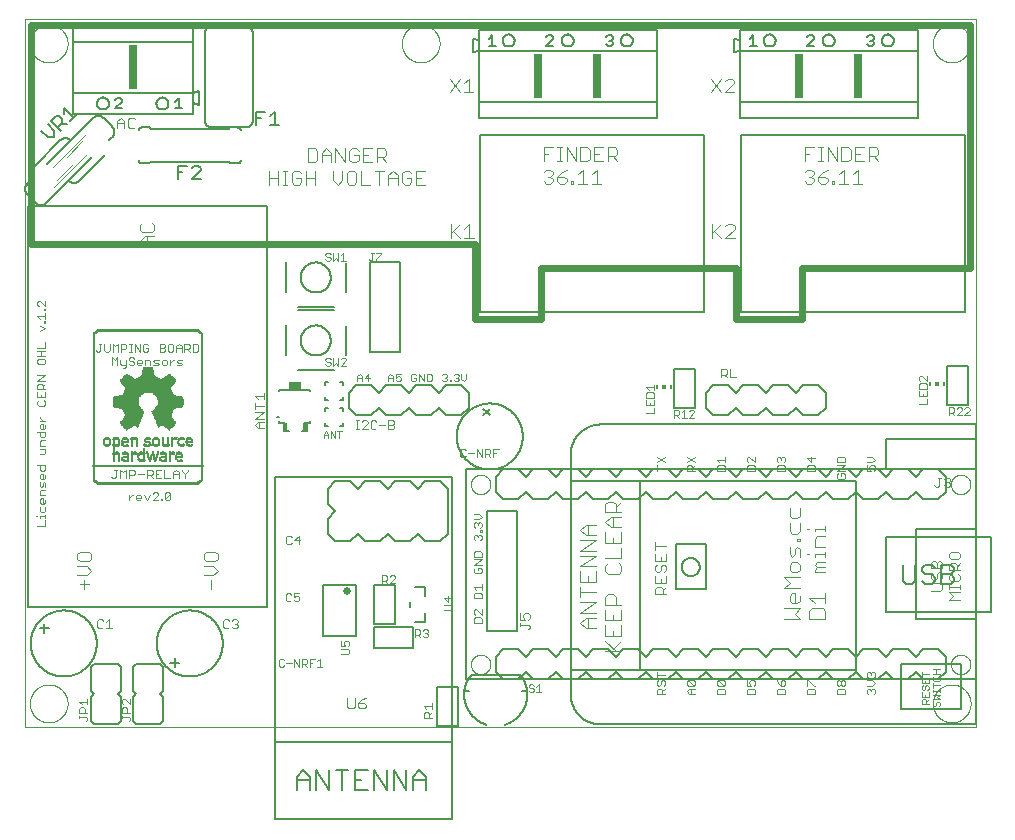
<source format=gto>
G75*
%MOIN*%
%OFA0B0*%
%FSLAX25Y25*%
%IPPOS*%
%LPD*%
%AMOC8*
5,1,8,0,0,1.08239X$1,22.5*
%
%ADD10C,0.00000*%
%ADD11R,0.32700X0.00100*%
%ADD12R,0.33700X0.00100*%
%ADD13R,0.34200X0.00100*%
%ADD14R,0.34700X0.00100*%
%ADD15R,0.34900X0.00100*%
%ADD16R,0.01500X0.00100*%
%ADD17R,0.01400X0.00100*%
%ADD18R,0.01200X0.00100*%
%ADD19R,0.01100X0.00100*%
%ADD20R,0.01000X0.00100*%
%ADD21R,0.00900X0.00100*%
%ADD22R,0.00700X0.00100*%
%ADD23R,0.00800X0.00100*%
%ADD24R,0.37100X0.00100*%
%ADD25R,0.00600X0.00100*%
%ADD26R,0.01300X0.00100*%
%ADD27R,0.02200X0.00100*%
%ADD28R,0.01700X0.00100*%
%ADD29R,0.02300X0.00100*%
%ADD30R,0.02400X0.00100*%
%ADD31R,0.01900X0.00100*%
%ADD32R,0.02500X0.00100*%
%ADD33R,0.02600X0.00100*%
%ADD34R,0.00300X0.00100*%
%ADD35R,0.02700X0.00100*%
%ADD36R,0.02100X0.00100*%
%ADD37R,0.02000X0.00100*%
%ADD38R,0.00200X0.00100*%
%ADD39R,0.01800X0.00100*%
%ADD40R,0.01600X0.00100*%
%ADD41R,0.00500X0.00100*%
%ADD42R,0.00400X0.00100*%
%ADD43R,0.00100X0.00100*%
%ADD44R,0.03200X0.00100*%
%ADD45R,0.03100X0.00100*%
%ADD46R,0.03400X0.00100*%
%ADD47R,0.03500X0.00100*%
%ADD48R,0.03900X0.00100*%
%ADD49R,0.05700X0.00100*%
%ADD50R,0.06000X0.00100*%
%ADD51R,0.06100X0.00100*%
%ADD52R,0.06200X0.00100*%
%ADD53R,0.06500X0.00100*%
%ADD54R,0.06400X0.00100*%
%ADD55R,0.06300X0.00100*%
%ADD56R,0.05900X0.00100*%
%ADD57R,0.05800X0.00100*%
%ADD58R,0.06600X0.00100*%
%ADD59R,0.06800X0.00100*%
%ADD60R,0.06700X0.00100*%
%ADD61R,0.06900X0.00100*%
%ADD62R,0.07000X0.00100*%
%ADD63R,0.07100X0.00100*%
%ADD64R,0.07800X0.00100*%
%ADD65R,0.08500X0.00100*%
%ADD66R,0.08600X0.00100*%
%ADD67R,0.08900X0.00100*%
%ADD68R,0.08800X0.00100*%
%ADD69R,0.08700X0.00100*%
%ADD70R,0.08400X0.00100*%
%ADD71R,0.07300X0.00100*%
%ADD72R,0.07400X0.00100*%
%ADD73R,0.16200X0.00100*%
%ADD74R,0.15900X0.00100*%
%ADD75R,0.15600X0.00100*%
%ADD76R,0.15300X0.00100*%
%ADD77R,0.16500X0.00100*%
%ADD78R,0.16800X0.00100*%
%ADD79R,0.17100X0.00100*%
%ADD80R,0.17400X0.00100*%
%ADD81R,0.17700X0.00100*%
%ADD82R,0.18000X0.00100*%
%ADD83R,0.18300X0.00100*%
%ADD84R,0.18600X0.00100*%
%ADD85R,0.04200X0.00100*%
%ADD86R,0.08100X0.00100*%
%ADD87R,0.07500X0.00100*%
%ADD88R,0.05100X0.00100*%
%ADD89R,0.04500X0.00100*%
%ADD90R,0.03600X0.00100*%
%ADD91R,0.03300X0.00100*%
%ADD92R,0.33600X0.00100*%
%ADD93C,0.00300*%
%ADD94C,0.02400*%
%ADD95C,0.00400*%
%ADD96C,0.00500*%
%ADD97C,0.00600*%
%ADD98C,0.00200*%
%ADD99R,0.03000X0.15000*%
%ADD100R,0.00591X0.01181*%
%ADD101R,0.01181X0.01181*%
%ADD102C,0.00800*%
%ADD103C,0.02559*%
%ADD104R,0.04000X0.02500*%
D10*
X0006435Y0031850D02*
X0323435Y0031850D01*
X0323435Y0267850D01*
X0006435Y0267850D01*
X0006435Y0031850D01*
X0008136Y0039850D02*
X0008138Y0040008D01*
X0008144Y0040166D01*
X0008154Y0040324D01*
X0008168Y0040482D01*
X0008186Y0040639D01*
X0008207Y0040796D01*
X0008233Y0040952D01*
X0008263Y0041108D01*
X0008296Y0041263D01*
X0008334Y0041416D01*
X0008375Y0041569D01*
X0008420Y0041721D01*
X0008469Y0041872D01*
X0008522Y0042021D01*
X0008578Y0042169D01*
X0008638Y0042315D01*
X0008702Y0042460D01*
X0008770Y0042603D01*
X0008841Y0042745D01*
X0008915Y0042885D01*
X0008993Y0043022D01*
X0009075Y0043158D01*
X0009159Y0043292D01*
X0009248Y0043423D01*
X0009339Y0043552D01*
X0009434Y0043679D01*
X0009531Y0043804D01*
X0009632Y0043926D01*
X0009736Y0044045D01*
X0009843Y0044162D01*
X0009953Y0044276D01*
X0010066Y0044387D01*
X0010181Y0044496D01*
X0010299Y0044601D01*
X0010420Y0044703D01*
X0010543Y0044803D01*
X0010669Y0044899D01*
X0010797Y0044992D01*
X0010927Y0045082D01*
X0011060Y0045168D01*
X0011195Y0045252D01*
X0011331Y0045331D01*
X0011470Y0045408D01*
X0011611Y0045480D01*
X0011753Y0045550D01*
X0011897Y0045615D01*
X0012043Y0045677D01*
X0012190Y0045735D01*
X0012339Y0045790D01*
X0012489Y0045841D01*
X0012640Y0045888D01*
X0012792Y0045931D01*
X0012945Y0045970D01*
X0013100Y0046006D01*
X0013255Y0046037D01*
X0013411Y0046065D01*
X0013567Y0046089D01*
X0013724Y0046109D01*
X0013882Y0046125D01*
X0014039Y0046137D01*
X0014198Y0046145D01*
X0014356Y0046149D01*
X0014514Y0046149D01*
X0014672Y0046145D01*
X0014831Y0046137D01*
X0014988Y0046125D01*
X0015146Y0046109D01*
X0015303Y0046089D01*
X0015459Y0046065D01*
X0015615Y0046037D01*
X0015770Y0046006D01*
X0015925Y0045970D01*
X0016078Y0045931D01*
X0016230Y0045888D01*
X0016381Y0045841D01*
X0016531Y0045790D01*
X0016680Y0045735D01*
X0016827Y0045677D01*
X0016973Y0045615D01*
X0017117Y0045550D01*
X0017259Y0045480D01*
X0017400Y0045408D01*
X0017539Y0045331D01*
X0017675Y0045252D01*
X0017810Y0045168D01*
X0017943Y0045082D01*
X0018073Y0044992D01*
X0018201Y0044899D01*
X0018327Y0044803D01*
X0018450Y0044703D01*
X0018571Y0044601D01*
X0018689Y0044496D01*
X0018804Y0044387D01*
X0018917Y0044276D01*
X0019027Y0044162D01*
X0019134Y0044045D01*
X0019238Y0043926D01*
X0019339Y0043804D01*
X0019436Y0043679D01*
X0019531Y0043552D01*
X0019622Y0043423D01*
X0019711Y0043292D01*
X0019795Y0043158D01*
X0019877Y0043022D01*
X0019955Y0042885D01*
X0020029Y0042745D01*
X0020100Y0042603D01*
X0020168Y0042460D01*
X0020232Y0042315D01*
X0020292Y0042169D01*
X0020348Y0042021D01*
X0020401Y0041872D01*
X0020450Y0041721D01*
X0020495Y0041569D01*
X0020536Y0041416D01*
X0020574Y0041263D01*
X0020607Y0041108D01*
X0020637Y0040952D01*
X0020663Y0040796D01*
X0020684Y0040639D01*
X0020702Y0040482D01*
X0020716Y0040324D01*
X0020726Y0040166D01*
X0020732Y0040008D01*
X0020734Y0039850D01*
X0020732Y0039692D01*
X0020726Y0039534D01*
X0020716Y0039376D01*
X0020702Y0039218D01*
X0020684Y0039061D01*
X0020663Y0038904D01*
X0020637Y0038748D01*
X0020607Y0038592D01*
X0020574Y0038437D01*
X0020536Y0038284D01*
X0020495Y0038131D01*
X0020450Y0037979D01*
X0020401Y0037828D01*
X0020348Y0037679D01*
X0020292Y0037531D01*
X0020232Y0037385D01*
X0020168Y0037240D01*
X0020100Y0037097D01*
X0020029Y0036955D01*
X0019955Y0036815D01*
X0019877Y0036678D01*
X0019795Y0036542D01*
X0019711Y0036408D01*
X0019622Y0036277D01*
X0019531Y0036148D01*
X0019436Y0036021D01*
X0019339Y0035896D01*
X0019238Y0035774D01*
X0019134Y0035655D01*
X0019027Y0035538D01*
X0018917Y0035424D01*
X0018804Y0035313D01*
X0018689Y0035204D01*
X0018571Y0035099D01*
X0018450Y0034997D01*
X0018327Y0034897D01*
X0018201Y0034801D01*
X0018073Y0034708D01*
X0017943Y0034618D01*
X0017810Y0034532D01*
X0017675Y0034448D01*
X0017539Y0034369D01*
X0017400Y0034292D01*
X0017259Y0034220D01*
X0017117Y0034150D01*
X0016973Y0034085D01*
X0016827Y0034023D01*
X0016680Y0033965D01*
X0016531Y0033910D01*
X0016381Y0033859D01*
X0016230Y0033812D01*
X0016078Y0033769D01*
X0015925Y0033730D01*
X0015770Y0033694D01*
X0015615Y0033663D01*
X0015459Y0033635D01*
X0015303Y0033611D01*
X0015146Y0033591D01*
X0014988Y0033575D01*
X0014831Y0033563D01*
X0014672Y0033555D01*
X0014514Y0033551D01*
X0014356Y0033551D01*
X0014198Y0033555D01*
X0014039Y0033563D01*
X0013882Y0033575D01*
X0013724Y0033591D01*
X0013567Y0033611D01*
X0013411Y0033635D01*
X0013255Y0033663D01*
X0013100Y0033694D01*
X0012945Y0033730D01*
X0012792Y0033769D01*
X0012640Y0033812D01*
X0012489Y0033859D01*
X0012339Y0033910D01*
X0012190Y0033965D01*
X0012043Y0034023D01*
X0011897Y0034085D01*
X0011753Y0034150D01*
X0011611Y0034220D01*
X0011470Y0034292D01*
X0011331Y0034369D01*
X0011195Y0034448D01*
X0011060Y0034532D01*
X0010927Y0034618D01*
X0010797Y0034708D01*
X0010669Y0034801D01*
X0010543Y0034897D01*
X0010420Y0034997D01*
X0010299Y0035099D01*
X0010181Y0035204D01*
X0010066Y0035313D01*
X0009953Y0035424D01*
X0009843Y0035538D01*
X0009736Y0035655D01*
X0009632Y0035774D01*
X0009531Y0035896D01*
X0009434Y0036021D01*
X0009339Y0036148D01*
X0009248Y0036277D01*
X0009159Y0036408D01*
X0009075Y0036542D01*
X0008993Y0036678D01*
X0008915Y0036815D01*
X0008841Y0036955D01*
X0008770Y0037097D01*
X0008702Y0037240D01*
X0008638Y0037385D01*
X0008578Y0037531D01*
X0008522Y0037679D01*
X0008469Y0037828D01*
X0008420Y0037979D01*
X0008375Y0038131D01*
X0008334Y0038284D01*
X0008296Y0038437D01*
X0008263Y0038592D01*
X0008233Y0038748D01*
X0008207Y0038904D01*
X0008186Y0039061D01*
X0008168Y0039218D01*
X0008154Y0039376D01*
X0008144Y0039534D01*
X0008138Y0039692D01*
X0008136Y0039850D01*
X0155185Y0052850D02*
X0155187Y0052963D01*
X0155193Y0053077D01*
X0155203Y0053190D01*
X0155217Y0053302D01*
X0155234Y0053414D01*
X0155256Y0053526D01*
X0155282Y0053636D01*
X0155311Y0053746D01*
X0155344Y0053854D01*
X0155381Y0053962D01*
X0155422Y0054067D01*
X0155466Y0054172D01*
X0155514Y0054275D01*
X0155565Y0054376D01*
X0155620Y0054475D01*
X0155679Y0054572D01*
X0155741Y0054667D01*
X0155806Y0054760D01*
X0155874Y0054851D01*
X0155945Y0054939D01*
X0156020Y0055025D01*
X0156097Y0055108D01*
X0156177Y0055188D01*
X0156260Y0055265D01*
X0156346Y0055340D01*
X0156434Y0055411D01*
X0156525Y0055479D01*
X0156618Y0055544D01*
X0156713Y0055606D01*
X0156810Y0055665D01*
X0156909Y0055720D01*
X0157010Y0055771D01*
X0157113Y0055819D01*
X0157218Y0055863D01*
X0157323Y0055904D01*
X0157431Y0055941D01*
X0157539Y0055974D01*
X0157649Y0056003D01*
X0157759Y0056029D01*
X0157871Y0056051D01*
X0157983Y0056068D01*
X0158095Y0056082D01*
X0158208Y0056092D01*
X0158322Y0056098D01*
X0158435Y0056100D01*
X0158548Y0056098D01*
X0158662Y0056092D01*
X0158775Y0056082D01*
X0158887Y0056068D01*
X0158999Y0056051D01*
X0159111Y0056029D01*
X0159221Y0056003D01*
X0159331Y0055974D01*
X0159439Y0055941D01*
X0159547Y0055904D01*
X0159652Y0055863D01*
X0159757Y0055819D01*
X0159860Y0055771D01*
X0159961Y0055720D01*
X0160060Y0055665D01*
X0160157Y0055606D01*
X0160252Y0055544D01*
X0160345Y0055479D01*
X0160436Y0055411D01*
X0160524Y0055340D01*
X0160610Y0055265D01*
X0160693Y0055188D01*
X0160773Y0055108D01*
X0160850Y0055025D01*
X0160925Y0054939D01*
X0160996Y0054851D01*
X0161064Y0054760D01*
X0161129Y0054667D01*
X0161191Y0054572D01*
X0161250Y0054475D01*
X0161305Y0054376D01*
X0161356Y0054275D01*
X0161404Y0054172D01*
X0161448Y0054067D01*
X0161489Y0053962D01*
X0161526Y0053854D01*
X0161559Y0053746D01*
X0161588Y0053636D01*
X0161614Y0053526D01*
X0161636Y0053414D01*
X0161653Y0053302D01*
X0161667Y0053190D01*
X0161677Y0053077D01*
X0161683Y0052963D01*
X0161685Y0052850D01*
X0161683Y0052737D01*
X0161677Y0052623D01*
X0161667Y0052510D01*
X0161653Y0052398D01*
X0161636Y0052286D01*
X0161614Y0052174D01*
X0161588Y0052064D01*
X0161559Y0051954D01*
X0161526Y0051846D01*
X0161489Y0051738D01*
X0161448Y0051633D01*
X0161404Y0051528D01*
X0161356Y0051425D01*
X0161305Y0051324D01*
X0161250Y0051225D01*
X0161191Y0051128D01*
X0161129Y0051033D01*
X0161064Y0050940D01*
X0160996Y0050849D01*
X0160925Y0050761D01*
X0160850Y0050675D01*
X0160773Y0050592D01*
X0160693Y0050512D01*
X0160610Y0050435D01*
X0160524Y0050360D01*
X0160436Y0050289D01*
X0160345Y0050221D01*
X0160252Y0050156D01*
X0160157Y0050094D01*
X0160060Y0050035D01*
X0159961Y0049980D01*
X0159860Y0049929D01*
X0159757Y0049881D01*
X0159652Y0049837D01*
X0159547Y0049796D01*
X0159439Y0049759D01*
X0159331Y0049726D01*
X0159221Y0049697D01*
X0159111Y0049671D01*
X0158999Y0049649D01*
X0158887Y0049632D01*
X0158775Y0049618D01*
X0158662Y0049608D01*
X0158548Y0049602D01*
X0158435Y0049600D01*
X0158322Y0049602D01*
X0158208Y0049608D01*
X0158095Y0049618D01*
X0157983Y0049632D01*
X0157871Y0049649D01*
X0157759Y0049671D01*
X0157649Y0049697D01*
X0157539Y0049726D01*
X0157431Y0049759D01*
X0157323Y0049796D01*
X0157218Y0049837D01*
X0157113Y0049881D01*
X0157010Y0049929D01*
X0156909Y0049980D01*
X0156810Y0050035D01*
X0156713Y0050094D01*
X0156618Y0050156D01*
X0156525Y0050221D01*
X0156434Y0050289D01*
X0156346Y0050360D01*
X0156260Y0050435D01*
X0156177Y0050512D01*
X0156097Y0050592D01*
X0156020Y0050675D01*
X0155945Y0050761D01*
X0155874Y0050849D01*
X0155806Y0050940D01*
X0155741Y0051033D01*
X0155679Y0051128D01*
X0155620Y0051225D01*
X0155565Y0051324D01*
X0155514Y0051425D01*
X0155466Y0051528D01*
X0155422Y0051633D01*
X0155381Y0051738D01*
X0155344Y0051846D01*
X0155311Y0051954D01*
X0155282Y0052064D01*
X0155256Y0052174D01*
X0155234Y0052286D01*
X0155217Y0052398D01*
X0155203Y0052510D01*
X0155193Y0052623D01*
X0155187Y0052737D01*
X0155185Y0052850D01*
X0155185Y0112850D02*
X0155187Y0112963D01*
X0155193Y0113077D01*
X0155203Y0113190D01*
X0155217Y0113302D01*
X0155234Y0113414D01*
X0155256Y0113526D01*
X0155282Y0113636D01*
X0155311Y0113746D01*
X0155344Y0113854D01*
X0155381Y0113962D01*
X0155422Y0114067D01*
X0155466Y0114172D01*
X0155514Y0114275D01*
X0155565Y0114376D01*
X0155620Y0114475D01*
X0155679Y0114572D01*
X0155741Y0114667D01*
X0155806Y0114760D01*
X0155874Y0114851D01*
X0155945Y0114939D01*
X0156020Y0115025D01*
X0156097Y0115108D01*
X0156177Y0115188D01*
X0156260Y0115265D01*
X0156346Y0115340D01*
X0156434Y0115411D01*
X0156525Y0115479D01*
X0156618Y0115544D01*
X0156713Y0115606D01*
X0156810Y0115665D01*
X0156909Y0115720D01*
X0157010Y0115771D01*
X0157113Y0115819D01*
X0157218Y0115863D01*
X0157323Y0115904D01*
X0157431Y0115941D01*
X0157539Y0115974D01*
X0157649Y0116003D01*
X0157759Y0116029D01*
X0157871Y0116051D01*
X0157983Y0116068D01*
X0158095Y0116082D01*
X0158208Y0116092D01*
X0158322Y0116098D01*
X0158435Y0116100D01*
X0158548Y0116098D01*
X0158662Y0116092D01*
X0158775Y0116082D01*
X0158887Y0116068D01*
X0158999Y0116051D01*
X0159111Y0116029D01*
X0159221Y0116003D01*
X0159331Y0115974D01*
X0159439Y0115941D01*
X0159547Y0115904D01*
X0159652Y0115863D01*
X0159757Y0115819D01*
X0159860Y0115771D01*
X0159961Y0115720D01*
X0160060Y0115665D01*
X0160157Y0115606D01*
X0160252Y0115544D01*
X0160345Y0115479D01*
X0160436Y0115411D01*
X0160524Y0115340D01*
X0160610Y0115265D01*
X0160693Y0115188D01*
X0160773Y0115108D01*
X0160850Y0115025D01*
X0160925Y0114939D01*
X0160996Y0114851D01*
X0161064Y0114760D01*
X0161129Y0114667D01*
X0161191Y0114572D01*
X0161250Y0114475D01*
X0161305Y0114376D01*
X0161356Y0114275D01*
X0161404Y0114172D01*
X0161448Y0114067D01*
X0161489Y0113962D01*
X0161526Y0113854D01*
X0161559Y0113746D01*
X0161588Y0113636D01*
X0161614Y0113526D01*
X0161636Y0113414D01*
X0161653Y0113302D01*
X0161667Y0113190D01*
X0161677Y0113077D01*
X0161683Y0112963D01*
X0161685Y0112850D01*
X0161683Y0112737D01*
X0161677Y0112623D01*
X0161667Y0112510D01*
X0161653Y0112398D01*
X0161636Y0112286D01*
X0161614Y0112174D01*
X0161588Y0112064D01*
X0161559Y0111954D01*
X0161526Y0111846D01*
X0161489Y0111738D01*
X0161448Y0111633D01*
X0161404Y0111528D01*
X0161356Y0111425D01*
X0161305Y0111324D01*
X0161250Y0111225D01*
X0161191Y0111128D01*
X0161129Y0111033D01*
X0161064Y0110940D01*
X0160996Y0110849D01*
X0160925Y0110761D01*
X0160850Y0110675D01*
X0160773Y0110592D01*
X0160693Y0110512D01*
X0160610Y0110435D01*
X0160524Y0110360D01*
X0160436Y0110289D01*
X0160345Y0110221D01*
X0160252Y0110156D01*
X0160157Y0110094D01*
X0160060Y0110035D01*
X0159961Y0109980D01*
X0159860Y0109929D01*
X0159757Y0109881D01*
X0159652Y0109837D01*
X0159547Y0109796D01*
X0159439Y0109759D01*
X0159331Y0109726D01*
X0159221Y0109697D01*
X0159111Y0109671D01*
X0158999Y0109649D01*
X0158887Y0109632D01*
X0158775Y0109618D01*
X0158662Y0109608D01*
X0158548Y0109602D01*
X0158435Y0109600D01*
X0158322Y0109602D01*
X0158208Y0109608D01*
X0158095Y0109618D01*
X0157983Y0109632D01*
X0157871Y0109649D01*
X0157759Y0109671D01*
X0157649Y0109697D01*
X0157539Y0109726D01*
X0157431Y0109759D01*
X0157323Y0109796D01*
X0157218Y0109837D01*
X0157113Y0109881D01*
X0157010Y0109929D01*
X0156909Y0109980D01*
X0156810Y0110035D01*
X0156713Y0110094D01*
X0156618Y0110156D01*
X0156525Y0110221D01*
X0156434Y0110289D01*
X0156346Y0110360D01*
X0156260Y0110435D01*
X0156177Y0110512D01*
X0156097Y0110592D01*
X0156020Y0110675D01*
X0155945Y0110761D01*
X0155874Y0110849D01*
X0155806Y0110940D01*
X0155741Y0111033D01*
X0155679Y0111128D01*
X0155620Y0111225D01*
X0155565Y0111324D01*
X0155514Y0111425D01*
X0155466Y0111528D01*
X0155422Y0111633D01*
X0155381Y0111738D01*
X0155344Y0111846D01*
X0155311Y0111954D01*
X0155282Y0112064D01*
X0155256Y0112174D01*
X0155234Y0112286D01*
X0155217Y0112398D01*
X0155203Y0112510D01*
X0155193Y0112623D01*
X0155187Y0112737D01*
X0155185Y0112850D01*
X0309136Y0039850D02*
X0309138Y0040008D01*
X0309144Y0040166D01*
X0309154Y0040324D01*
X0309168Y0040482D01*
X0309186Y0040639D01*
X0309207Y0040796D01*
X0309233Y0040952D01*
X0309263Y0041108D01*
X0309296Y0041263D01*
X0309334Y0041416D01*
X0309375Y0041569D01*
X0309420Y0041721D01*
X0309469Y0041872D01*
X0309522Y0042021D01*
X0309578Y0042169D01*
X0309638Y0042315D01*
X0309702Y0042460D01*
X0309770Y0042603D01*
X0309841Y0042745D01*
X0309915Y0042885D01*
X0309993Y0043022D01*
X0310075Y0043158D01*
X0310159Y0043292D01*
X0310248Y0043423D01*
X0310339Y0043552D01*
X0310434Y0043679D01*
X0310531Y0043804D01*
X0310632Y0043926D01*
X0310736Y0044045D01*
X0310843Y0044162D01*
X0310953Y0044276D01*
X0311066Y0044387D01*
X0311181Y0044496D01*
X0311299Y0044601D01*
X0311420Y0044703D01*
X0311543Y0044803D01*
X0311669Y0044899D01*
X0311797Y0044992D01*
X0311927Y0045082D01*
X0312060Y0045168D01*
X0312195Y0045252D01*
X0312331Y0045331D01*
X0312470Y0045408D01*
X0312611Y0045480D01*
X0312753Y0045550D01*
X0312897Y0045615D01*
X0313043Y0045677D01*
X0313190Y0045735D01*
X0313339Y0045790D01*
X0313489Y0045841D01*
X0313640Y0045888D01*
X0313792Y0045931D01*
X0313945Y0045970D01*
X0314100Y0046006D01*
X0314255Y0046037D01*
X0314411Y0046065D01*
X0314567Y0046089D01*
X0314724Y0046109D01*
X0314882Y0046125D01*
X0315039Y0046137D01*
X0315198Y0046145D01*
X0315356Y0046149D01*
X0315514Y0046149D01*
X0315672Y0046145D01*
X0315831Y0046137D01*
X0315988Y0046125D01*
X0316146Y0046109D01*
X0316303Y0046089D01*
X0316459Y0046065D01*
X0316615Y0046037D01*
X0316770Y0046006D01*
X0316925Y0045970D01*
X0317078Y0045931D01*
X0317230Y0045888D01*
X0317381Y0045841D01*
X0317531Y0045790D01*
X0317680Y0045735D01*
X0317827Y0045677D01*
X0317973Y0045615D01*
X0318117Y0045550D01*
X0318259Y0045480D01*
X0318400Y0045408D01*
X0318539Y0045331D01*
X0318675Y0045252D01*
X0318810Y0045168D01*
X0318943Y0045082D01*
X0319073Y0044992D01*
X0319201Y0044899D01*
X0319327Y0044803D01*
X0319450Y0044703D01*
X0319571Y0044601D01*
X0319689Y0044496D01*
X0319804Y0044387D01*
X0319917Y0044276D01*
X0320027Y0044162D01*
X0320134Y0044045D01*
X0320238Y0043926D01*
X0320339Y0043804D01*
X0320436Y0043679D01*
X0320531Y0043552D01*
X0320622Y0043423D01*
X0320711Y0043292D01*
X0320795Y0043158D01*
X0320877Y0043022D01*
X0320955Y0042885D01*
X0321029Y0042745D01*
X0321100Y0042603D01*
X0321168Y0042460D01*
X0321232Y0042315D01*
X0321292Y0042169D01*
X0321348Y0042021D01*
X0321401Y0041872D01*
X0321450Y0041721D01*
X0321495Y0041569D01*
X0321536Y0041416D01*
X0321574Y0041263D01*
X0321607Y0041108D01*
X0321637Y0040952D01*
X0321663Y0040796D01*
X0321684Y0040639D01*
X0321702Y0040482D01*
X0321716Y0040324D01*
X0321726Y0040166D01*
X0321732Y0040008D01*
X0321734Y0039850D01*
X0321732Y0039692D01*
X0321726Y0039534D01*
X0321716Y0039376D01*
X0321702Y0039218D01*
X0321684Y0039061D01*
X0321663Y0038904D01*
X0321637Y0038748D01*
X0321607Y0038592D01*
X0321574Y0038437D01*
X0321536Y0038284D01*
X0321495Y0038131D01*
X0321450Y0037979D01*
X0321401Y0037828D01*
X0321348Y0037679D01*
X0321292Y0037531D01*
X0321232Y0037385D01*
X0321168Y0037240D01*
X0321100Y0037097D01*
X0321029Y0036955D01*
X0320955Y0036815D01*
X0320877Y0036678D01*
X0320795Y0036542D01*
X0320711Y0036408D01*
X0320622Y0036277D01*
X0320531Y0036148D01*
X0320436Y0036021D01*
X0320339Y0035896D01*
X0320238Y0035774D01*
X0320134Y0035655D01*
X0320027Y0035538D01*
X0319917Y0035424D01*
X0319804Y0035313D01*
X0319689Y0035204D01*
X0319571Y0035099D01*
X0319450Y0034997D01*
X0319327Y0034897D01*
X0319201Y0034801D01*
X0319073Y0034708D01*
X0318943Y0034618D01*
X0318810Y0034532D01*
X0318675Y0034448D01*
X0318539Y0034369D01*
X0318400Y0034292D01*
X0318259Y0034220D01*
X0318117Y0034150D01*
X0317973Y0034085D01*
X0317827Y0034023D01*
X0317680Y0033965D01*
X0317531Y0033910D01*
X0317381Y0033859D01*
X0317230Y0033812D01*
X0317078Y0033769D01*
X0316925Y0033730D01*
X0316770Y0033694D01*
X0316615Y0033663D01*
X0316459Y0033635D01*
X0316303Y0033611D01*
X0316146Y0033591D01*
X0315988Y0033575D01*
X0315831Y0033563D01*
X0315672Y0033555D01*
X0315514Y0033551D01*
X0315356Y0033551D01*
X0315198Y0033555D01*
X0315039Y0033563D01*
X0314882Y0033575D01*
X0314724Y0033591D01*
X0314567Y0033611D01*
X0314411Y0033635D01*
X0314255Y0033663D01*
X0314100Y0033694D01*
X0313945Y0033730D01*
X0313792Y0033769D01*
X0313640Y0033812D01*
X0313489Y0033859D01*
X0313339Y0033910D01*
X0313190Y0033965D01*
X0313043Y0034023D01*
X0312897Y0034085D01*
X0312753Y0034150D01*
X0312611Y0034220D01*
X0312470Y0034292D01*
X0312331Y0034369D01*
X0312195Y0034448D01*
X0312060Y0034532D01*
X0311927Y0034618D01*
X0311797Y0034708D01*
X0311669Y0034801D01*
X0311543Y0034897D01*
X0311420Y0034997D01*
X0311299Y0035099D01*
X0311181Y0035204D01*
X0311066Y0035313D01*
X0310953Y0035424D01*
X0310843Y0035538D01*
X0310736Y0035655D01*
X0310632Y0035774D01*
X0310531Y0035896D01*
X0310434Y0036021D01*
X0310339Y0036148D01*
X0310248Y0036277D01*
X0310159Y0036408D01*
X0310075Y0036542D01*
X0309993Y0036678D01*
X0309915Y0036815D01*
X0309841Y0036955D01*
X0309770Y0037097D01*
X0309702Y0037240D01*
X0309638Y0037385D01*
X0309578Y0037531D01*
X0309522Y0037679D01*
X0309469Y0037828D01*
X0309420Y0037979D01*
X0309375Y0038131D01*
X0309334Y0038284D01*
X0309296Y0038437D01*
X0309263Y0038592D01*
X0309233Y0038748D01*
X0309207Y0038904D01*
X0309186Y0039061D01*
X0309168Y0039218D01*
X0309154Y0039376D01*
X0309144Y0039534D01*
X0309138Y0039692D01*
X0309136Y0039850D01*
X0315185Y0052850D02*
X0315187Y0052963D01*
X0315193Y0053077D01*
X0315203Y0053190D01*
X0315217Y0053302D01*
X0315234Y0053414D01*
X0315256Y0053526D01*
X0315282Y0053636D01*
X0315311Y0053746D01*
X0315344Y0053854D01*
X0315381Y0053962D01*
X0315422Y0054067D01*
X0315466Y0054172D01*
X0315514Y0054275D01*
X0315565Y0054376D01*
X0315620Y0054475D01*
X0315679Y0054572D01*
X0315741Y0054667D01*
X0315806Y0054760D01*
X0315874Y0054851D01*
X0315945Y0054939D01*
X0316020Y0055025D01*
X0316097Y0055108D01*
X0316177Y0055188D01*
X0316260Y0055265D01*
X0316346Y0055340D01*
X0316434Y0055411D01*
X0316525Y0055479D01*
X0316618Y0055544D01*
X0316713Y0055606D01*
X0316810Y0055665D01*
X0316909Y0055720D01*
X0317010Y0055771D01*
X0317113Y0055819D01*
X0317218Y0055863D01*
X0317323Y0055904D01*
X0317431Y0055941D01*
X0317539Y0055974D01*
X0317649Y0056003D01*
X0317759Y0056029D01*
X0317871Y0056051D01*
X0317983Y0056068D01*
X0318095Y0056082D01*
X0318208Y0056092D01*
X0318322Y0056098D01*
X0318435Y0056100D01*
X0318548Y0056098D01*
X0318662Y0056092D01*
X0318775Y0056082D01*
X0318887Y0056068D01*
X0318999Y0056051D01*
X0319111Y0056029D01*
X0319221Y0056003D01*
X0319331Y0055974D01*
X0319439Y0055941D01*
X0319547Y0055904D01*
X0319652Y0055863D01*
X0319757Y0055819D01*
X0319860Y0055771D01*
X0319961Y0055720D01*
X0320060Y0055665D01*
X0320157Y0055606D01*
X0320252Y0055544D01*
X0320345Y0055479D01*
X0320436Y0055411D01*
X0320524Y0055340D01*
X0320610Y0055265D01*
X0320693Y0055188D01*
X0320773Y0055108D01*
X0320850Y0055025D01*
X0320925Y0054939D01*
X0320996Y0054851D01*
X0321064Y0054760D01*
X0321129Y0054667D01*
X0321191Y0054572D01*
X0321250Y0054475D01*
X0321305Y0054376D01*
X0321356Y0054275D01*
X0321404Y0054172D01*
X0321448Y0054067D01*
X0321489Y0053962D01*
X0321526Y0053854D01*
X0321559Y0053746D01*
X0321588Y0053636D01*
X0321614Y0053526D01*
X0321636Y0053414D01*
X0321653Y0053302D01*
X0321667Y0053190D01*
X0321677Y0053077D01*
X0321683Y0052963D01*
X0321685Y0052850D01*
X0321683Y0052737D01*
X0321677Y0052623D01*
X0321667Y0052510D01*
X0321653Y0052398D01*
X0321636Y0052286D01*
X0321614Y0052174D01*
X0321588Y0052064D01*
X0321559Y0051954D01*
X0321526Y0051846D01*
X0321489Y0051738D01*
X0321448Y0051633D01*
X0321404Y0051528D01*
X0321356Y0051425D01*
X0321305Y0051324D01*
X0321250Y0051225D01*
X0321191Y0051128D01*
X0321129Y0051033D01*
X0321064Y0050940D01*
X0320996Y0050849D01*
X0320925Y0050761D01*
X0320850Y0050675D01*
X0320773Y0050592D01*
X0320693Y0050512D01*
X0320610Y0050435D01*
X0320524Y0050360D01*
X0320436Y0050289D01*
X0320345Y0050221D01*
X0320252Y0050156D01*
X0320157Y0050094D01*
X0320060Y0050035D01*
X0319961Y0049980D01*
X0319860Y0049929D01*
X0319757Y0049881D01*
X0319652Y0049837D01*
X0319547Y0049796D01*
X0319439Y0049759D01*
X0319331Y0049726D01*
X0319221Y0049697D01*
X0319111Y0049671D01*
X0318999Y0049649D01*
X0318887Y0049632D01*
X0318775Y0049618D01*
X0318662Y0049608D01*
X0318548Y0049602D01*
X0318435Y0049600D01*
X0318322Y0049602D01*
X0318208Y0049608D01*
X0318095Y0049618D01*
X0317983Y0049632D01*
X0317871Y0049649D01*
X0317759Y0049671D01*
X0317649Y0049697D01*
X0317539Y0049726D01*
X0317431Y0049759D01*
X0317323Y0049796D01*
X0317218Y0049837D01*
X0317113Y0049881D01*
X0317010Y0049929D01*
X0316909Y0049980D01*
X0316810Y0050035D01*
X0316713Y0050094D01*
X0316618Y0050156D01*
X0316525Y0050221D01*
X0316434Y0050289D01*
X0316346Y0050360D01*
X0316260Y0050435D01*
X0316177Y0050512D01*
X0316097Y0050592D01*
X0316020Y0050675D01*
X0315945Y0050761D01*
X0315874Y0050849D01*
X0315806Y0050940D01*
X0315741Y0051033D01*
X0315679Y0051128D01*
X0315620Y0051225D01*
X0315565Y0051324D01*
X0315514Y0051425D01*
X0315466Y0051528D01*
X0315422Y0051633D01*
X0315381Y0051738D01*
X0315344Y0051846D01*
X0315311Y0051954D01*
X0315282Y0052064D01*
X0315256Y0052174D01*
X0315234Y0052286D01*
X0315217Y0052398D01*
X0315203Y0052510D01*
X0315193Y0052623D01*
X0315187Y0052737D01*
X0315185Y0052850D01*
X0315185Y0112850D02*
X0315187Y0112963D01*
X0315193Y0113077D01*
X0315203Y0113190D01*
X0315217Y0113302D01*
X0315234Y0113414D01*
X0315256Y0113526D01*
X0315282Y0113636D01*
X0315311Y0113746D01*
X0315344Y0113854D01*
X0315381Y0113962D01*
X0315422Y0114067D01*
X0315466Y0114172D01*
X0315514Y0114275D01*
X0315565Y0114376D01*
X0315620Y0114475D01*
X0315679Y0114572D01*
X0315741Y0114667D01*
X0315806Y0114760D01*
X0315874Y0114851D01*
X0315945Y0114939D01*
X0316020Y0115025D01*
X0316097Y0115108D01*
X0316177Y0115188D01*
X0316260Y0115265D01*
X0316346Y0115340D01*
X0316434Y0115411D01*
X0316525Y0115479D01*
X0316618Y0115544D01*
X0316713Y0115606D01*
X0316810Y0115665D01*
X0316909Y0115720D01*
X0317010Y0115771D01*
X0317113Y0115819D01*
X0317218Y0115863D01*
X0317323Y0115904D01*
X0317431Y0115941D01*
X0317539Y0115974D01*
X0317649Y0116003D01*
X0317759Y0116029D01*
X0317871Y0116051D01*
X0317983Y0116068D01*
X0318095Y0116082D01*
X0318208Y0116092D01*
X0318322Y0116098D01*
X0318435Y0116100D01*
X0318548Y0116098D01*
X0318662Y0116092D01*
X0318775Y0116082D01*
X0318887Y0116068D01*
X0318999Y0116051D01*
X0319111Y0116029D01*
X0319221Y0116003D01*
X0319331Y0115974D01*
X0319439Y0115941D01*
X0319547Y0115904D01*
X0319652Y0115863D01*
X0319757Y0115819D01*
X0319860Y0115771D01*
X0319961Y0115720D01*
X0320060Y0115665D01*
X0320157Y0115606D01*
X0320252Y0115544D01*
X0320345Y0115479D01*
X0320436Y0115411D01*
X0320524Y0115340D01*
X0320610Y0115265D01*
X0320693Y0115188D01*
X0320773Y0115108D01*
X0320850Y0115025D01*
X0320925Y0114939D01*
X0320996Y0114851D01*
X0321064Y0114760D01*
X0321129Y0114667D01*
X0321191Y0114572D01*
X0321250Y0114475D01*
X0321305Y0114376D01*
X0321356Y0114275D01*
X0321404Y0114172D01*
X0321448Y0114067D01*
X0321489Y0113962D01*
X0321526Y0113854D01*
X0321559Y0113746D01*
X0321588Y0113636D01*
X0321614Y0113526D01*
X0321636Y0113414D01*
X0321653Y0113302D01*
X0321667Y0113190D01*
X0321677Y0113077D01*
X0321683Y0112963D01*
X0321685Y0112850D01*
X0321683Y0112737D01*
X0321677Y0112623D01*
X0321667Y0112510D01*
X0321653Y0112398D01*
X0321636Y0112286D01*
X0321614Y0112174D01*
X0321588Y0112064D01*
X0321559Y0111954D01*
X0321526Y0111846D01*
X0321489Y0111738D01*
X0321448Y0111633D01*
X0321404Y0111528D01*
X0321356Y0111425D01*
X0321305Y0111324D01*
X0321250Y0111225D01*
X0321191Y0111128D01*
X0321129Y0111033D01*
X0321064Y0110940D01*
X0320996Y0110849D01*
X0320925Y0110761D01*
X0320850Y0110675D01*
X0320773Y0110592D01*
X0320693Y0110512D01*
X0320610Y0110435D01*
X0320524Y0110360D01*
X0320436Y0110289D01*
X0320345Y0110221D01*
X0320252Y0110156D01*
X0320157Y0110094D01*
X0320060Y0110035D01*
X0319961Y0109980D01*
X0319860Y0109929D01*
X0319757Y0109881D01*
X0319652Y0109837D01*
X0319547Y0109796D01*
X0319439Y0109759D01*
X0319331Y0109726D01*
X0319221Y0109697D01*
X0319111Y0109671D01*
X0318999Y0109649D01*
X0318887Y0109632D01*
X0318775Y0109618D01*
X0318662Y0109608D01*
X0318548Y0109602D01*
X0318435Y0109600D01*
X0318322Y0109602D01*
X0318208Y0109608D01*
X0318095Y0109618D01*
X0317983Y0109632D01*
X0317871Y0109649D01*
X0317759Y0109671D01*
X0317649Y0109697D01*
X0317539Y0109726D01*
X0317431Y0109759D01*
X0317323Y0109796D01*
X0317218Y0109837D01*
X0317113Y0109881D01*
X0317010Y0109929D01*
X0316909Y0109980D01*
X0316810Y0110035D01*
X0316713Y0110094D01*
X0316618Y0110156D01*
X0316525Y0110221D01*
X0316434Y0110289D01*
X0316346Y0110360D01*
X0316260Y0110435D01*
X0316177Y0110512D01*
X0316097Y0110592D01*
X0316020Y0110675D01*
X0315945Y0110761D01*
X0315874Y0110849D01*
X0315806Y0110940D01*
X0315741Y0111033D01*
X0315679Y0111128D01*
X0315620Y0111225D01*
X0315565Y0111324D01*
X0315514Y0111425D01*
X0315466Y0111528D01*
X0315422Y0111633D01*
X0315381Y0111738D01*
X0315344Y0111846D01*
X0315311Y0111954D01*
X0315282Y0112064D01*
X0315256Y0112174D01*
X0315234Y0112286D01*
X0315217Y0112398D01*
X0315203Y0112510D01*
X0315193Y0112623D01*
X0315187Y0112737D01*
X0315185Y0112850D01*
X0309136Y0259850D02*
X0309138Y0260008D01*
X0309144Y0260166D01*
X0309154Y0260324D01*
X0309168Y0260482D01*
X0309186Y0260639D01*
X0309207Y0260796D01*
X0309233Y0260952D01*
X0309263Y0261108D01*
X0309296Y0261263D01*
X0309334Y0261416D01*
X0309375Y0261569D01*
X0309420Y0261721D01*
X0309469Y0261872D01*
X0309522Y0262021D01*
X0309578Y0262169D01*
X0309638Y0262315D01*
X0309702Y0262460D01*
X0309770Y0262603D01*
X0309841Y0262745D01*
X0309915Y0262885D01*
X0309993Y0263022D01*
X0310075Y0263158D01*
X0310159Y0263292D01*
X0310248Y0263423D01*
X0310339Y0263552D01*
X0310434Y0263679D01*
X0310531Y0263804D01*
X0310632Y0263926D01*
X0310736Y0264045D01*
X0310843Y0264162D01*
X0310953Y0264276D01*
X0311066Y0264387D01*
X0311181Y0264496D01*
X0311299Y0264601D01*
X0311420Y0264703D01*
X0311543Y0264803D01*
X0311669Y0264899D01*
X0311797Y0264992D01*
X0311927Y0265082D01*
X0312060Y0265168D01*
X0312195Y0265252D01*
X0312331Y0265331D01*
X0312470Y0265408D01*
X0312611Y0265480D01*
X0312753Y0265550D01*
X0312897Y0265615D01*
X0313043Y0265677D01*
X0313190Y0265735D01*
X0313339Y0265790D01*
X0313489Y0265841D01*
X0313640Y0265888D01*
X0313792Y0265931D01*
X0313945Y0265970D01*
X0314100Y0266006D01*
X0314255Y0266037D01*
X0314411Y0266065D01*
X0314567Y0266089D01*
X0314724Y0266109D01*
X0314882Y0266125D01*
X0315039Y0266137D01*
X0315198Y0266145D01*
X0315356Y0266149D01*
X0315514Y0266149D01*
X0315672Y0266145D01*
X0315831Y0266137D01*
X0315988Y0266125D01*
X0316146Y0266109D01*
X0316303Y0266089D01*
X0316459Y0266065D01*
X0316615Y0266037D01*
X0316770Y0266006D01*
X0316925Y0265970D01*
X0317078Y0265931D01*
X0317230Y0265888D01*
X0317381Y0265841D01*
X0317531Y0265790D01*
X0317680Y0265735D01*
X0317827Y0265677D01*
X0317973Y0265615D01*
X0318117Y0265550D01*
X0318259Y0265480D01*
X0318400Y0265408D01*
X0318539Y0265331D01*
X0318675Y0265252D01*
X0318810Y0265168D01*
X0318943Y0265082D01*
X0319073Y0264992D01*
X0319201Y0264899D01*
X0319327Y0264803D01*
X0319450Y0264703D01*
X0319571Y0264601D01*
X0319689Y0264496D01*
X0319804Y0264387D01*
X0319917Y0264276D01*
X0320027Y0264162D01*
X0320134Y0264045D01*
X0320238Y0263926D01*
X0320339Y0263804D01*
X0320436Y0263679D01*
X0320531Y0263552D01*
X0320622Y0263423D01*
X0320711Y0263292D01*
X0320795Y0263158D01*
X0320877Y0263022D01*
X0320955Y0262885D01*
X0321029Y0262745D01*
X0321100Y0262603D01*
X0321168Y0262460D01*
X0321232Y0262315D01*
X0321292Y0262169D01*
X0321348Y0262021D01*
X0321401Y0261872D01*
X0321450Y0261721D01*
X0321495Y0261569D01*
X0321536Y0261416D01*
X0321574Y0261263D01*
X0321607Y0261108D01*
X0321637Y0260952D01*
X0321663Y0260796D01*
X0321684Y0260639D01*
X0321702Y0260482D01*
X0321716Y0260324D01*
X0321726Y0260166D01*
X0321732Y0260008D01*
X0321734Y0259850D01*
X0321732Y0259692D01*
X0321726Y0259534D01*
X0321716Y0259376D01*
X0321702Y0259218D01*
X0321684Y0259061D01*
X0321663Y0258904D01*
X0321637Y0258748D01*
X0321607Y0258592D01*
X0321574Y0258437D01*
X0321536Y0258284D01*
X0321495Y0258131D01*
X0321450Y0257979D01*
X0321401Y0257828D01*
X0321348Y0257679D01*
X0321292Y0257531D01*
X0321232Y0257385D01*
X0321168Y0257240D01*
X0321100Y0257097D01*
X0321029Y0256955D01*
X0320955Y0256815D01*
X0320877Y0256678D01*
X0320795Y0256542D01*
X0320711Y0256408D01*
X0320622Y0256277D01*
X0320531Y0256148D01*
X0320436Y0256021D01*
X0320339Y0255896D01*
X0320238Y0255774D01*
X0320134Y0255655D01*
X0320027Y0255538D01*
X0319917Y0255424D01*
X0319804Y0255313D01*
X0319689Y0255204D01*
X0319571Y0255099D01*
X0319450Y0254997D01*
X0319327Y0254897D01*
X0319201Y0254801D01*
X0319073Y0254708D01*
X0318943Y0254618D01*
X0318810Y0254532D01*
X0318675Y0254448D01*
X0318539Y0254369D01*
X0318400Y0254292D01*
X0318259Y0254220D01*
X0318117Y0254150D01*
X0317973Y0254085D01*
X0317827Y0254023D01*
X0317680Y0253965D01*
X0317531Y0253910D01*
X0317381Y0253859D01*
X0317230Y0253812D01*
X0317078Y0253769D01*
X0316925Y0253730D01*
X0316770Y0253694D01*
X0316615Y0253663D01*
X0316459Y0253635D01*
X0316303Y0253611D01*
X0316146Y0253591D01*
X0315988Y0253575D01*
X0315831Y0253563D01*
X0315672Y0253555D01*
X0315514Y0253551D01*
X0315356Y0253551D01*
X0315198Y0253555D01*
X0315039Y0253563D01*
X0314882Y0253575D01*
X0314724Y0253591D01*
X0314567Y0253611D01*
X0314411Y0253635D01*
X0314255Y0253663D01*
X0314100Y0253694D01*
X0313945Y0253730D01*
X0313792Y0253769D01*
X0313640Y0253812D01*
X0313489Y0253859D01*
X0313339Y0253910D01*
X0313190Y0253965D01*
X0313043Y0254023D01*
X0312897Y0254085D01*
X0312753Y0254150D01*
X0312611Y0254220D01*
X0312470Y0254292D01*
X0312331Y0254369D01*
X0312195Y0254448D01*
X0312060Y0254532D01*
X0311927Y0254618D01*
X0311797Y0254708D01*
X0311669Y0254801D01*
X0311543Y0254897D01*
X0311420Y0254997D01*
X0311299Y0255099D01*
X0311181Y0255204D01*
X0311066Y0255313D01*
X0310953Y0255424D01*
X0310843Y0255538D01*
X0310736Y0255655D01*
X0310632Y0255774D01*
X0310531Y0255896D01*
X0310434Y0256021D01*
X0310339Y0256148D01*
X0310248Y0256277D01*
X0310159Y0256408D01*
X0310075Y0256542D01*
X0309993Y0256678D01*
X0309915Y0256815D01*
X0309841Y0256955D01*
X0309770Y0257097D01*
X0309702Y0257240D01*
X0309638Y0257385D01*
X0309578Y0257531D01*
X0309522Y0257679D01*
X0309469Y0257828D01*
X0309420Y0257979D01*
X0309375Y0258131D01*
X0309334Y0258284D01*
X0309296Y0258437D01*
X0309263Y0258592D01*
X0309233Y0258748D01*
X0309207Y0258904D01*
X0309186Y0259061D01*
X0309168Y0259218D01*
X0309154Y0259376D01*
X0309144Y0259534D01*
X0309138Y0259692D01*
X0309136Y0259850D01*
X0132136Y0259850D02*
X0132138Y0260008D01*
X0132144Y0260166D01*
X0132154Y0260324D01*
X0132168Y0260482D01*
X0132186Y0260639D01*
X0132207Y0260796D01*
X0132233Y0260952D01*
X0132263Y0261108D01*
X0132296Y0261263D01*
X0132334Y0261416D01*
X0132375Y0261569D01*
X0132420Y0261721D01*
X0132469Y0261872D01*
X0132522Y0262021D01*
X0132578Y0262169D01*
X0132638Y0262315D01*
X0132702Y0262460D01*
X0132770Y0262603D01*
X0132841Y0262745D01*
X0132915Y0262885D01*
X0132993Y0263022D01*
X0133075Y0263158D01*
X0133159Y0263292D01*
X0133248Y0263423D01*
X0133339Y0263552D01*
X0133434Y0263679D01*
X0133531Y0263804D01*
X0133632Y0263926D01*
X0133736Y0264045D01*
X0133843Y0264162D01*
X0133953Y0264276D01*
X0134066Y0264387D01*
X0134181Y0264496D01*
X0134299Y0264601D01*
X0134420Y0264703D01*
X0134543Y0264803D01*
X0134669Y0264899D01*
X0134797Y0264992D01*
X0134927Y0265082D01*
X0135060Y0265168D01*
X0135195Y0265252D01*
X0135331Y0265331D01*
X0135470Y0265408D01*
X0135611Y0265480D01*
X0135753Y0265550D01*
X0135897Y0265615D01*
X0136043Y0265677D01*
X0136190Y0265735D01*
X0136339Y0265790D01*
X0136489Y0265841D01*
X0136640Y0265888D01*
X0136792Y0265931D01*
X0136945Y0265970D01*
X0137100Y0266006D01*
X0137255Y0266037D01*
X0137411Y0266065D01*
X0137567Y0266089D01*
X0137724Y0266109D01*
X0137882Y0266125D01*
X0138039Y0266137D01*
X0138198Y0266145D01*
X0138356Y0266149D01*
X0138514Y0266149D01*
X0138672Y0266145D01*
X0138831Y0266137D01*
X0138988Y0266125D01*
X0139146Y0266109D01*
X0139303Y0266089D01*
X0139459Y0266065D01*
X0139615Y0266037D01*
X0139770Y0266006D01*
X0139925Y0265970D01*
X0140078Y0265931D01*
X0140230Y0265888D01*
X0140381Y0265841D01*
X0140531Y0265790D01*
X0140680Y0265735D01*
X0140827Y0265677D01*
X0140973Y0265615D01*
X0141117Y0265550D01*
X0141259Y0265480D01*
X0141400Y0265408D01*
X0141539Y0265331D01*
X0141675Y0265252D01*
X0141810Y0265168D01*
X0141943Y0265082D01*
X0142073Y0264992D01*
X0142201Y0264899D01*
X0142327Y0264803D01*
X0142450Y0264703D01*
X0142571Y0264601D01*
X0142689Y0264496D01*
X0142804Y0264387D01*
X0142917Y0264276D01*
X0143027Y0264162D01*
X0143134Y0264045D01*
X0143238Y0263926D01*
X0143339Y0263804D01*
X0143436Y0263679D01*
X0143531Y0263552D01*
X0143622Y0263423D01*
X0143711Y0263292D01*
X0143795Y0263158D01*
X0143877Y0263022D01*
X0143955Y0262885D01*
X0144029Y0262745D01*
X0144100Y0262603D01*
X0144168Y0262460D01*
X0144232Y0262315D01*
X0144292Y0262169D01*
X0144348Y0262021D01*
X0144401Y0261872D01*
X0144450Y0261721D01*
X0144495Y0261569D01*
X0144536Y0261416D01*
X0144574Y0261263D01*
X0144607Y0261108D01*
X0144637Y0260952D01*
X0144663Y0260796D01*
X0144684Y0260639D01*
X0144702Y0260482D01*
X0144716Y0260324D01*
X0144726Y0260166D01*
X0144732Y0260008D01*
X0144734Y0259850D01*
X0144732Y0259692D01*
X0144726Y0259534D01*
X0144716Y0259376D01*
X0144702Y0259218D01*
X0144684Y0259061D01*
X0144663Y0258904D01*
X0144637Y0258748D01*
X0144607Y0258592D01*
X0144574Y0258437D01*
X0144536Y0258284D01*
X0144495Y0258131D01*
X0144450Y0257979D01*
X0144401Y0257828D01*
X0144348Y0257679D01*
X0144292Y0257531D01*
X0144232Y0257385D01*
X0144168Y0257240D01*
X0144100Y0257097D01*
X0144029Y0256955D01*
X0143955Y0256815D01*
X0143877Y0256678D01*
X0143795Y0256542D01*
X0143711Y0256408D01*
X0143622Y0256277D01*
X0143531Y0256148D01*
X0143436Y0256021D01*
X0143339Y0255896D01*
X0143238Y0255774D01*
X0143134Y0255655D01*
X0143027Y0255538D01*
X0142917Y0255424D01*
X0142804Y0255313D01*
X0142689Y0255204D01*
X0142571Y0255099D01*
X0142450Y0254997D01*
X0142327Y0254897D01*
X0142201Y0254801D01*
X0142073Y0254708D01*
X0141943Y0254618D01*
X0141810Y0254532D01*
X0141675Y0254448D01*
X0141539Y0254369D01*
X0141400Y0254292D01*
X0141259Y0254220D01*
X0141117Y0254150D01*
X0140973Y0254085D01*
X0140827Y0254023D01*
X0140680Y0253965D01*
X0140531Y0253910D01*
X0140381Y0253859D01*
X0140230Y0253812D01*
X0140078Y0253769D01*
X0139925Y0253730D01*
X0139770Y0253694D01*
X0139615Y0253663D01*
X0139459Y0253635D01*
X0139303Y0253611D01*
X0139146Y0253591D01*
X0138988Y0253575D01*
X0138831Y0253563D01*
X0138672Y0253555D01*
X0138514Y0253551D01*
X0138356Y0253551D01*
X0138198Y0253555D01*
X0138039Y0253563D01*
X0137882Y0253575D01*
X0137724Y0253591D01*
X0137567Y0253611D01*
X0137411Y0253635D01*
X0137255Y0253663D01*
X0137100Y0253694D01*
X0136945Y0253730D01*
X0136792Y0253769D01*
X0136640Y0253812D01*
X0136489Y0253859D01*
X0136339Y0253910D01*
X0136190Y0253965D01*
X0136043Y0254023D01*
X0135897Y0254085D01*
X0135753Y0254150D01*
X0135611Y0254220D01*
X0135470Y0254292D01*
X0135331Y0254369D01*
X0135195Y0254448D01*
X0135060Y0254532D01*
X0134927Y0254618D01*
X0134797Y0254708D01*
X0134669Y0254801D01*
X0134543Y0254897D01*
X0134420Y0254997D01*
X0134299Y0255099D01*
X0134181Y0255204D01*
X0134066Y0255313D01*
X0133953Y0255424D01*
X0133843Y0255538D01*
X0133736Y0255655D01*
X0133632Y0255774D01*
X0133531Y0255896D01*
X0133434Y0256021D01*
X0133339Y0256148D01*
X0133248Y0256277D01*
X0133159Y0256408D01*
X0133075Y0256542D01*
X0132993Y0256678D01*
X0132915Y0256815D01*
X0132841Y0256955D01*
X0132770Y0257097D01*
X0132702Y0257240D01*
X0132638Y0257385D01*
X0132578Y0257531D01*
X0132522Y0257679D01*
X0132469Y0257828D01*
X0132420Y0257979D01*
X0132375Y0258131D01*
X0132334Y0258284D01*
X0132296Y0258437D01*
X0132263Y0258592D01*
X0132233Y0258748D01*
X0132207Y0258904D01*
X0132186Y0259061D01*
X0132168Y0259218D01*
X0132154Y0259376D01*
X0132144Y0259534D01*
X0132138Y0259692D01*
X0132136Y0259850D01*
X0008136Y0259850D02*
X0008138Y0260008D01*
X0008144Y0260166D01*
X0008154Y0260324D01*
X0008168Y0260482D01*
X0008186Y0260639D01*
X0008207Y0260796D01*
X0008233Y0260952D01*
X0008263Y0261108D01*
X0008296Y0261263D01*
X0008334Y0261416D01*
X0008375Y0261569D01*
X0008420Y0261721D01*
X0008469Y0261872D01*
X0008522Y0262021D01*
X0008578Y0262169D01*
X0008638Y0262315D01*
X0008702Y0262460D01*
X0008770Y0262603D01*
X0008841Y0262745D01*
X0008915Y0262885D01*
X0008993Y0263022D01*
X0009075Y0263158D01*
X0009159Y0263292D01*
X0009248Y0263423D01*
X0009339Y0263552D01*
X0009434Y0263679D01*
X0009531Y0263804D01*
X0009632Y0263926D01*
X0009736Y0264045D01*
X0009843Y0264162D01*
X0009953Y0264276D01*
X0010066Y0264387D01*
X0010181Y0264496D01*
X0010299Y0264601D01*
X0010420Y0264703D01*
X0010543Y0264803D01*
X0010669Y0264899D01*
X0010797Y0264992D01*
X0010927Y0265082D01*
X0011060Y0265168D01*
X0011195Y0265252D01*
X0011331Y0265331D01*
X0011470Y0265408D01*
X0011611Y0265480D01*
X0011753Y0265550D01*
X0011897Y0265615D01*
X0012043Y0265677D01*
X0012190Y0265735D01*
X0012339Y0265790D01*
X0012489Y0265841D01*
X0012640Y0265888D01*
X0012792Y0265931D01*
X0012945Y0265970D01*
X0013100Y0266006D01*
X0013255Y0266037D01*
X0013411Y0266065D01*
X0013567Y0266089D01*
X0013724Y0266109D01*
X0013882Y0266125D01*
X0014039Y0266137D01*
X0014198Y0266145D01*
X0014356Y0266149D01*
X0014514Y0266149D01*
X0014672Y0266145D01*
X0014831Y0266137D01*
X0014988Y0266125D01*
X0015146Y0266109D01*
X0015303Y0266089D01*
X0015459Y0266065D01*
X0015615Y0266037D01*
X0015770Y0266006D01*
X0015925Y0265970D01*
X0016078Y0265931D01*
X0016230Y0265888D01*
X0016381Y0265841D01*
X0016531Y0265790D01*
X0016680Y0265735D01*
X0016827Y0265677D01*
X0016973Y0265615D01*
X0017117Y0265550D01*
X0017259Y0265480D01*
X0017400Y0265408D01*
X0017539Y0265331D01*
X0017675Y0265252D01*
X0017810Y0265168D01*
X0017943Y0265082D01*
X0018073Y0264992D01*
X0018201Y0264899D01*
X0018327Y0264803D01*
X0018450Y0264703D01*
X0018571Y0264601D01*
X0018689Y0264496D01*
X0018804Y0264387D01*
X0018917Y0264276D01*
X0019027Y0264162D01*
X0019134Y0264045D01*
X0019238Y0263926D01*
X0019339Y0263804D01*
X0019436Y0263679D01*
X0019531Y0263552D01*
X0019622Y0263423D01*
X0019711Y0263292D01*
X0019795Y0263158D01*
X0019877Y0263022D01*
X0019955Y0262885D01*
X0020029Y0262745D01*
X0020100Y0262603D01*
X0020168Y0262460D01*
X0020232Y0262315D01*
X0020292Y0262169D01*
X0020348Y0262021D01*
X0020401Y0261872D01*
X0020450Y0261721D01*
X0020495Y0261569D01*
X0020536Y0261416D01*
X0020574Y0261263D01*
X0020607Y0261108D01*
X0020637Y0260952D01*
X0020663Y0260796D01*
X0020684Y0260639D01*
X0020702Y0260482D01*
X0020716Y0260324D01*
X0020726Y0260166D01*
X0020732Y0260008D01*
X0020734Y0259850D01*
X0020732Y0259692D01*
X0020726Y0259534D01*
X0020716Y0259376D01*
X0020702Y0259218D01*
X0020684Y0259061D01*
X0020663Y0258904D01*
X0020637Y0258748D01*
X0020607Y0258592D01*
X0020574Y0258437D01*
X0020536Y0258284D01*
X0020495Y0258131D01*
X0020450Y0257979D01*
X0020401Y0257828D01*
X0020348Y0257679D01*
X0020292Y0257531D01*
X0020232Y0257385D01*
X0020168Y0257240D01*
X0020100Y0257097D01*
X0020029Y0256955D01*
X0019955Y0256815D01*
X0019877Y0256678D01*
X0019795Y0256542D01*
X0019711Y0256408D01*
X0019622Y0256277D01*
X0019531Y0256148D01*
X0019436Y0256021D01*
X0019339Y0255896D01*
X0019238Y0255774D01*
X0019134Y0255655D01*
X0019027Y0255538D01*
X0018917Y0255424D01*
X0018804Y0255313D01*
X0018689Y0255204D01*
X0018571Y0255099D01*
X0018450Y0254997D01*
X0018327Y0254897D01*
X0018201Y0254801D01*
X0018073Y0254708D01*
X0017943Y0254618D01*
X0017810Y0254532D01*
X0017675Y0254448D01*
X0017539Y0254369D01*
X0017400Y0254292D01*
X0017259Y0254220D01*
X0017117Y0254150D01*
X0016973Y0254085D01*
X0016827Y0254023D01*
X0016680Y0253965D01*
X0016531Y0253910D01*
X0016381Y0253859D01*
X0016230Y0253812D01*
X0016078Y0253769D01*
X0015925Y0253730D01*
X0015770Y0253694D01*
X0015615Y0253663D01*
X0015459Y0253635D01*
X0015303Y0253611D01*
X0015146Y0253591D01*
X0014988Y0253575D01*
X0014831Y0253563D01*
X0014672Y0253555D01*
X0014514Y0253551D01*
X0014356Y0253551D01*
X0014198Y0253555D01*
X0014039Y0253563D01*
X0013882Y0253575D01*
X0013724Y0253591D01*
X0013567Y0253611D01*
X0013411Y0253635D01*
X0013255Y0253663D01*
X0013100Y0253694D01*
X0012945Y0253730D01*
X0012792Y0253769D01*
X0012640Y0253812D01*
X0012489Y0253859D01*
X0012339Y0253910D01*
X0012190Y0253965D01*
X0012043Y0254023D01*
X0011897Y0254085D01*
X0011753Y0254150D01*
X0011611Y0254220D01*
X0011470Y0254292D01*
X0011331Y0254369D01*
X0011195Y0254448D01*
X0011060Y0254532D01*
X0010927Y0254618D01*
X0010797Y0254708D01*
X0010669Y0254801D01*
X0010543Y0254897D01*
X0010420Y0254997D01*
X0010299Y0255099D01*
X0010181Y0255204D01*
X0010066Y0255313D01*
X0009953Y0255424D01*
X0009843Y0255538D01*
X0009736Y0255655D01*
X0009632Y0255774D01*
X0009531Y0255896D01*
X0009434Y0256021D01*
X0009339Y0256148D01*
X0009248Y0256277D01*
X0009159Y0256408D01*
X0009075Y0256542D01*
X0008993Y0256678D01*
X0008915Y0256815D01*
X0008841Y0256955D01*
X0008770Y0257097D01*
X0008702Y0257240D01*
X0008638Y0257385D01*
X0008578Y0257531D01*
X0008522Y0257679D01*
X0008469Y0257828D01*
X0008420Y0257979D01*
X0008375Y0258131D01*
X0008334Y0258284D01*
X0008296Y0258437D01*
X0008263Y0258592D01*
X0008233Y0258748D01*
X0008207Y0258904D01*
X0008186Y0259061D01*
X0008168Y0259218D01*
X0008154Y0259376D01*
X0008144Y0259534D01*
X0008138Y0259692D01*
X0008136Y0259850D01*
D11*
X0047432Y0164414D03*
X0047432Y0112614D03*
X0047432Y0112514D03*
D12*
X0047532Y0112714D03*
D13*
X0047482Y0112814D03*
X0047482Y0112914D03*
X0047482Y0164114D03*
X0047482Y0164214D03*
D14*
X0047532Y0164014D03*
X0047532Y0113014D03*
D15*
X0047532Y0113114D03*
X0047532Y0113214D03*
X0047532Y0163814D03*
X0047532Y0163814D03*
X0047532Y0163914D03*
D16*
X0064432Y0163714D03*
X0053564Y0137139D03*
X0058732Y0128314D03*
X0058732Y0128214D03*
X0058732Y0125414D03*
X0061432Y0125414D03*
X0050332Y0125414D03*
X0064532Y0113314D03*
X0033932Y0125414D03*
X0030532Y0113314D03*
D17*
X0030282Y0113414D03*
X0030282Y0113514D03*
X0037182Y0125414D03*
X0039882Y0128214D03*
X0039882Y0128314D03*
X0033882Y0128314D03*
X0033882Y0128214D03*
X0054582Y0131214D03*
X0054582Y0131314D03*
X0057882Y0123314D03*
X0030582Y0163714D03*
D18*
X0030382Y0163614D03*
X0030382Y0163614D03*
X0030382Y0163614D03*
X0030382Y0163514D03*
X0040582Y0149114D03*
X0054682Y0149114D03*
X0064682Y0163514D03*
X0064682Y0163614D03*
X0051382Y0132314D03*
X0056782Y0128314D03*
X0056782Y0128214D03*
X0053182Y0125414D03*
X0055982Y0123314D03*
X0049982Y0121414D03*
X0049982Y0121314D03*
X0049982Y0121214D03*
X0049982Y0121114D03*
X0049982Y0121014D03*
X0049082Y0122414D03*
X0048082Y0121414D03*
X0048082Y0121314D03*
X0048082Y0121214D03*
X0045082Y0120514D03*
X0045082Y0120414D03*
X0045082Y0123314D03*
X0043282Y0123314D03*
X0046582Y0125814D03*
X0046582Y0125914D03*
X0047282Y0125314D03*
X0047282Y0125214D03*
X0043282Y0128214D03*
X0043282Y0128314D03*
X0043882Y0132314D03*
X0037082Y0128314D03*
X0037082Y0128214D03*
X0037082Y0123314D03*
X0064682Y0113514D03*
X0064682Y0113414D03*
D19*
X0064932Y0113614D03*
X0065232Y0113914D03*
X0058032Y0120314D03*
X0060732Y0125814D03*
X0060732Y0125914D03*
X0049032Y0122714D03*
X0049032Y0122614D03*
X0049032Y0122514D03*
X0048132Y0121114D03*
X0048132Y0121014D03*
X0048132Y0120914D03*
X0048132Y0125814D03*
X0048132Y0125914D03*
X0040032Y0125314D03*
X0040032Y0125214D03*
X0039132Y0120914D03*
X0039732Y0120314D03*
X0030132Y0113614D03*
X0029832Y0113914D03*
X0029832Y0163114D03*
X0030132Y0163414D03*
X0064932Y0163414D03*
X0065232Y0163114D03*
D20*
X0065082Y0163214D03*
X0065082Y0163314D03*
X0029982Y0163314D03*
X0029982Y0163214D03*
X0033882Y0125314D03*
X0033882Y0125214D03*
X0039282Y0125814D03*
X0039282Y0125914D03*
X0029982Y0113814D03*
X0029982Y0113714D03*
X0053382Y0120914D03*
X0057282Y0120914D03*
X0065082Y0113814D03*
X0065082Y0113714D03*
D21*
X0065332Y0114014D03*
X0065332Y0114114D03*
X0065432Y0114214D03*
X0065632Y0114614D03*
X0065632Y0114714D03*
X0058732Y0122714D03*
X0058732Y0125214D03*
X0058732Y0125314D03*
X0060532Y0126014D03*
X0061432Y0125314D03*
X0061432Y0125214D03*
X0062032Y0125814D03*
X0062032Y0125914D03*
X0057932Y0127614D03*
X0057932Y0127714D03*
X0055732Y0127714D03*
X0055732Y0127614D03*
X0054232Y0126014D03*
X0053132Y0125314D03*
X0053132Y0125214D03*
X0052532Y0126014D03*
X0051032Y0127614D03*
X0051032Y0127714D03*
X0050332Y0125314D03*
X0050332Y0125214D03*
X0048232Y0126414D03*
X0048232Y0126514D03*
X0046532Y0127214D03*
X0043832Y0127614D03*
X0043832Y0127714D03*
X0042232Y0127714D03*
X0042232Y0127614D03*
X0040532Y0131114D03*
X0036232Y0127714D03*
X0036232Y0127614D03*
X0034732Y0127614D03*
X0034732Y0127714D03*
X0034732Y0126014D03*
X0033032Y0126014D03*
X0036232Y0122714D03*
X0037732Y0122714D03*
X0037832Y0122614D03*
X0037832Y0122514D03*
X0039932Y0123414D03*
X0039932Y0123514D03*
X0042332Y0122714D03*
X0044432Y0122714D03*
X0046132Y0122714D03*
X0046132Y0122614D03*
X0046132Y0122514D03*
X0046132Y0121114D03*
X0046132Y0121014D03*
X0045032Y0120314D03*
X0048032Y0120714D03*
X0048032Y0120814D03*
X0050032Y0120814D03*
X0050032Y0120914D03*
X0050032Y0120714D03*
X0050032Y0120614D03*
X0051832Y0120914D03*
X0052432Y0120314D03*
X0052532Y0123414D03*
X0052532Y0123514D03*
X0054932Y0122714D03*
X0049132Y0122814D03*
X0049132Y0122914D03*
X0040732Y0120914D03*
X0029732Y0114114D03*
X0029732Y0114014D03*
X0029632Y0114214D03*
X0029432Y0114614D03*
X0029432Y0114714D03*
X0054632Y0131114D03*
X0054632Y0149214D03*
X0054632Y0149314D03*
X0040532Y0149314D03*
X0040532Y0149214D03*
X0029432Y0162314D03*
X0029432Y0162414D03*
X0029632Y0162614D03*
X0029632Y0162714D03*
X0029632Y0162814D03*
X0029732Y0162914D03*
X0029732Y0163014D03*
X0065332Y0163014D03*
X0065332Y0162914D03*
X0065432Y0162814D03*
X0065432Y0162714D03*
X0065432Y0162614D03*
X0065632Y0162414D03*
X0065632Y0162314D03*
D22*
X0065532Y0162514D03*
X0029532Y0162514D03*
X0043932Y0132214D03*
X0043932Y0132114D03*
X0043932Y0127514D03*
X0043932Y0127414D03*
X0043932Y0127314D03*
X0043932Y0127214D03*
X0043932Y0127114D03*
X0043932Y0127014D03*
X0043932Y0126914D03*
X0043932Y0126814D03*
X0043932Y0126714D03*
X0043932Y0126614D03*
X0043932Y0126514D03*
X0043932Y0126414D03*
X0043932Y0126314D03*
X0043932Y0126214D03*
X0043932Y0126114D03*
X0043932Y0126014D03*
X0043932Y0125914D03*
X0043932Y0125814D03*
X0043932Y0125714D03*
X0043932Y0125614D03*
X0043932Y0125514D03*
X0043932Y0125414D03*
X0043932Y0125314D03*
X0043932Y0125214D03*
X0042132Y0127314D03*
X0042132Y0127414D03*
X0042132Y0127514D03*
X0040932Y0127414D03*
X0040932Y0127314D03*
X0040932Y0127214D03*
X0040632Y0125914D03*
X0040632Y0125814D03*
X0039132Y0126014D03*
X0037932Y0126314D03*
X0037932Y0126414D03*
X0037932Y0126514D03*
X0037932Y0126614D03*
X0037932Y0126714D03*
X0037932Y0126814D03*
X0037932Y0126914D03*
X0037932Y0127014D03*
X0037932Y0127114D03*
X0037932Y0127214D03*
X0037932Y0127314D03*
X0037932Y0127414D03*
X0039132Y0127614D03*
X0039132Y0127714D03*
X0036132Y0127514D03*
X0036132Y0127414D03*
X0036132Y0127314D03*
X0036132Y0126214D03*
X0036132Y0126114D03*
X0036132Y0126014D03*
X0033132Y0127614D03*
X0033132Y0127714D03*
X0036132Y0122614D03*
X0036132Y0122514D03*
X0037932Y0122414D03*
X0037932Y0122314D03*
X0037932Y0122214D03*
X0037932Y0122114D03*
X0037932Y0122014D03*
X0037932Y0121914D03*
X0037932Y0121814D03*
X0037932Y0121714D03*
X0037932Y0121614D03*
X0037932Y0121514D03*
X0037932Y0121414D03*
X0037932Y0121314D03*
X0037932Y0121214D03*
X0037932Y0121114D03*
X0037932Y0121014D03*
X0037932Y0120914D03*
X0037932Y0120814D03*
X0037932Y0120714D03*
X0037932Y0120614D03*
X0037932Y0120514D03*
X0037932Y0120414D03*
X0047232Y0123014D03*
X0047232Y0123114D03*
X0047232Y0123214D03*
X0047232Y0123314D03*
X0047532Y0122314D03*
X0047532Y0122214D03*
X0047532Y0122114D03*
X0048132Y0120614D03*
X0048132Y0120514D03*
X0048132Y0120414D03*
X0049932Y0120414D03*
X0049932Y0120514D03*
X0050532Y0122114D03*
X0050832Y0123014D03*
X0050832Y0123114D03*
X0050832Y0123214D03*
X0050832Y0123314D03*
X0049032Y0123214D03*
X0049032Y0123114D03*
X0049032Y0123014D03*
X0051732Y0121514D03*
X0053532Y0121514D03*
X0053532Y0121414D03*
X0053532Y0121314D03*
X0053532Y0121214D03*
X0053532Y0121114D03*
X0053532Y0121014D03*
X0053532Y0120314D03*
X0053532Y0122214D03*
X0053532Y0122314D03*
X0053532Y0122414D03*
X0053532Y0122514D03*
X0053532Y0122614D03*
X0055632Y0125214D03*
X0055632Y0125314D03*
X0055632Y0125414D03*
X0055632Y0125514D03*
X0055632Y0125614D03*
X0055632Y0125714D03*
X0055632Y0125814D03*
X0055632Y0125914D03*
X0055632Y0126014D03*
X0055632Y0126114D03*
X0055632Y0126214D03*
X0055632Y0126314D03*
X0055632Y0126414D03*
X0055632Y0126514D03*
X0055632Y0126614D03*
X0055632Y0126714D03*
X0055632Y0126814D03*
X0055632Y0126914D03*
X0055632Y0127014D03*
X0055632Y0127114D03*
X0055632Y0127214D03*
X0055632Y0127314D03*
X0055632Y0127414D03*
X0055632Y0127514D03*
X0055632Y0128214D03*
X0055632Y0128314D03*
X0057732Y0127514D03*
X0057732Y0127414D03*
X0057732Y0127314D03*
X0057732Y0127214D03*
X0057732Y0126314D03*
X0057732Y0126214D03*
X0057732Y0126114D03*
X0060432Y0126114D03*
X0060432Y0126214D03*
X0060432Y0127514D03*
X0061332Y0128414D03*
X0062232Y0127514D03*
X0062232Y0127414D03*
X0062232Y0127314D03*
X0058932Y0122314D03*
X0058932Y0122214D03*
X0058632Y0120914D03*
X0057132Y0121014D03*
X0057132Y0121114D03*
X0057132Y0122714D03*
X0051132Y0126014D03*
X0051132Y0126114D03*
X0051132Y0126214D03*
X0051132Y0127514D03*
X0050232Y0128414D03*
X0049332Y0127514D03*
X0049332Y0127414D03*
X0049332Y0127314D03*
X0049332Y0127214D03*
X0049332Y0127114D03*
X0049332Y0127014D03*
X0049332Y0126914D03*
X0049332Y0126814D03*
X0049332Y0126714D03*
X0049332Y0126614D03*
X0049332Y0126514D03*
X0049332Y0126414D03*
X0049332Y0126314D03*
X0049332Y0126214D03*
X0049332Y0126114D03*
X0065532Y0114514D03*
X0065532Y0114414D03*
X0065532Y0114314D03*
X0029532Y0114314D03*
X0029532Y0114414D03*
X0029532Y0114514D03*
D23*
X0029382Y0114814D03*
X0029382Y0114914D03*
X0029382Y0115014D03*
X0029382Y0115114D03*
X0029382Y0115214D03*
X0029382Y0115314D03*
X0029382Y0115414D03*
X0029382Y0115514D03*
X0029382Y0115614D03*
X0029382Y0115714D03*
X0029382Y0115814D03*
X0029382Y0115914D03*
X0029382Y0116014D03*
X0029382Y0116114D03*
X0029382Y0116214D03*
X0029382Y0116314D03*
X0029382Y0116414D03*
X0029382Y0116514D03*
X0029382Y0116614D03*
X0029382Y0116714D03*
X0029382Y0116814D03*
X0029382Y0116914D03*
X0029382Y0117014D03*
X0029382Y0117114D03*
X0029382Y0117214D03*
X0029382Y0117314D03*
X0029382Y0117414D03*
X0029382Y0117514D03*
X0029382Y0117614D03*
X0029382Y0117714D03*
X0029382Y0117814D03*
X0029382Y0117914D03*
X0029382Y0118014D03*
X0029382Y0118114D03*
X0029382Y0118214D03*
X0029382Y0118314D03*
X0029382Y0118414D03*
X0029382Y0119214D03*
X0029382Y0119314D03*
X0029382Y0119414D03*
X0029382Y0119514D03*
X0029382Y0119614D03*
X0029382Y0119714D03*
X0029382Y0119814D03*
X0029382Y0119914D03*
X0029382Y0120014D03*
X0029382Y0120114D03*
X0029382Y0120214D03*
X0029382Y0120314D03*
X0029382Y0120414D03*
X0029382Y0120514D03*
X0029382Y0120614D03*
X0029382Y0120714D03*
X0029382Y0120814D03*
X0029382Y0120914D03*
X0029382Y0121014D03*
X0029382Y0121114D03*
X0029382Y0121214D03*
X0029382Y0121314D03*
X0029382Y0121414D03*
X0029382Y0121514D03*
X0029382Y0121614D03*
X0029382Y0121714D03*
X0029382Y0121814D03*
X0029382Y0121914D03*
X0029382Y0122014D03*
X0029382Y0122114D03*
X0029382Y0122214D03*
X0029382Y0122314D03*
X0029382Y0122414D03*
X0029382Y0122514D03*
X0029382Y0122614D03*
X0029382Y0122714D03*
X0029382Y0122814D03*
X0029382Y0122914D03*
X0029382Y0123014D03*
X0029382Y0123114D03*
X0029382Y0123214D03*
X0029382Y0123314D03*
X0029382Y0123414D03*
X0029382Y0123514D03*
X0029382Y0123614D03*
X0029382Y0123714D03*
X0029382Y0123814D03*
X0029382Y0123914D03*
X0029382Y0124014D03*
X0029382Y0124114D03*
X0029382Y0124214D03*
X0029382Y0124314D03*
X0029382Y0124414D03*
X0029382Y0124514D03*
X0029382Y0124614D03*
X0029382Y0124714D03*
X0029382Y0124814D03*
X0029382Y0124914D03*
X0029382Y0125014D03*
X0029382Y0125114D03*
X0029382Y0125214D03*
X0029382Y0125314D03*
X0029382Y0125414D03*
X0029382Y0125514D03*
X0029382Y0125614D03*
X0029382Y0125714D03*
X0029382Y0125814D03*
X0029382Y0125914D03*
X0029382Y0126014D03*
X0029382Y0126114D03*
X0029382Y0126214D03*
X0029382Y0126314D03*
X0029382Y0126414D03*
X0029382Y0126514D03*
X0029382Y0126614D03*
X0029382Y0126714D03*
X0029382Y0126814D03*
X0029382Y0126914D03*
X0029382Y0127014D03*
X0029382Y0127114D03*
X0029382Y0127214D03*
X0029382Y0127314D03*
X0029382Y0127414D03*
X0029382Y0127514D03*
X0029382Y0127614D03*
X0029382Y0127714D03*
X0029382Y0127814D03*
X0029382Y0127914D03*
X0029382Y0128014D03*
X0029382Y0128114D03*
X0029382Y0128214D03*
X0029382Y0128314D03*
X0029382Y0128414D03*
X0029382Y0128514D03*
X0029382Y0128614D03*
X0029382Y0128714D03*
X0029382Y0128814D03*
X0029382Y0128914D03*
X0029382Y0129014D03*
X0029382Y0129114D03*
X0029382Y0129214D03*
X0029382Y0129314D03*
X0029382Y0129414D03*
X0029382Y0129514D03*
X0029382Y0129614D03*
X0029382Y0129714D03*
X0029382Y0129814D03*
X0029382Y0129914D03*
X0029382Y0130014D03*
X0029382Y0130114D03*
X0029382Y0130214D03*
X0029382Y0130314D03*
X0029382Y0130414D03*
X0029382Y0130514D03*
X0029382Y0130614D03*
X0029382Y0130714D03*
X0029382Y0130814D03*
X0029382Y0130914D03*
X0029382Y0131014D03*
X0029382Y0131114D03*
X0029382Y0131214D03*
X0029382Y0131314D03*
X0029382Y0131414D03*
X0029382Y0131514D03*
X0029382Y0131614D03*
X0029382Y0131714D03*
X0029382Y0131814D03*
X0029382Y0131914D03*
X0029382Y0132014D03*
X0029382Y0132114D03*
X0029382Y0132214D03*
X0029382Y0132314D03*
X0029382Y0132414D03*
X0029382Y0132514D03*
X0029382Y0132614D03*
X0029382Y0132714D03*
X0029382Y0132814D03*
X0029382Y0132914D03*
X0029382Y0133014D03*
X0029382Y0133114D03*
X0029382Y0133214D03*
X0029382Y0133314D03*
X0029382Y0133414D03*
X0029382Y0133514D03*
X0029382Y0133614D03*
X0029382Y0133714D03*
X0029382Y0133814D03*
X0029382Y0133914D03*
X0029382Y0134014D03*
X0029382Y0134114D03*
X0029382Y0134214D03*
X0029382Y0134314D03*
X0029382Y0134414D03*
X0029382Y0134514D03*
X0029382Y0134614D03*
X0029382Y0134714D03*
X0029382Y0134814D03*
X0029382Y0134914D03*
X0029382Y0135014D03*
X0029382Y0135114D03*
X0029382Y0135214D03*
X0029382Y0135314D03*
X0029382Y0135414D03*
X0029382Y0135514D03*
X0029382Y0135614D03*
X0029382Y0135714D03*
X0029382Y0135814D03*
X0029382Y0135914D03*
X0029382Y0136014D03*
X0029382Y0136114D03*
X0029382Y0136214D03*
X0029382Y0136314D03*
X0029382Y0136414D03*
X0029382Y0136514D03*
X0029382Y0136614D03*
X0029382Y0136714D03*
X0029382Y0136814D03*
X0029382Y0136914D03*
X0029382Y0137014D03*
X0029382Y0137114D03*
X0029382Y0137214D03*
X0029382Y0137314D03*
X0029382Y0137414D03*
X0029382Y0137514D03*
X0029382Y0137614D03*
X0029382Y0137714D03*
X0029382Y0137814D03*
X0029382Y0137914D03*
X0029382Y0138014D03*
X0029382Y0138114D03*
X0029382Y0138214D03*
X0029382Y0138314D03*
X0029382Y0138414D03*
X0029382Y0138514D03*
X0029382Y0138614D03*
X0029382Y0138714D03*
X0029382Y0138814D03*
X0029382Y0138914D03*
X0029382Y0139014D03*
X0029382Y0139114D03*
X0029382Y0139214D03*
X0029382Y0139314D03*
X0029382Y0139414D03*
X0029382Y0139514D03*
X0029382Y0139614D03*
X0029382Y0139714D03*
X0029382Y0139814D03*
X0029382Y0139914D03*
X0029382Y0140014D03*
X0029382Y0140114D03*
X0029382Y0140214D03*
X0029382Y0140314D03*
X0029382Y0140414D03*
X0029382Y0140514D03*
X0029382Y0140614D03*
X0029382Y0140714D03*
X0029382Y0140814D03*
X0029382Y0140914D03*
X0029382Y0141014D03*
X0029382Y0141114D03*
X0029382Y0141214D03*
X0029382Y0141314D03*
X0029382Y0141414D03*
X0029382Y0141514D03*
X0029382Y0141614D03*
X0029382Y0141714D03*
X0029382Y0141814D03*
X0029382Y0141914D03*
X0029382Y0142014D03*
X0029382Y0142114D03*
X0029382Y0142214D03*
X0029382Y0142314D03*
X0029382Y0142414D03*
X0029382Y0142514D03*
X0029382Y0142614D03*
X0029382Y0142714D03*
X0029382Y0142814D03*
X0029382Y0142914D03*
X0029382Y0143014D03*
X0029382Y0143114D03*
X0029382Y0143214D03*
X0029382Y0143314D03*
X0029382Y0143414D03*
X0029382Y0143514D03*
X0029382Y0143614D03*
X0029382Y0143714D03*
X0029382Y0143814D03*
X0029382Y0143914D03*
X0029382Y0144014D03*
X0029382Y0144114D03*
X0029382Y0144214D03*
X0029382Y0144314D03*
X0029382Y0144414D03*
X0029382Y0144514D03*
X0029382Y0144614D03*
X0029382Y0144714D03*
X0029382Y0144814D03*
X0029382Y0144914D03*
X0029382Y0145014D03*
X0029382Y0145114D03*
X0029382Y0145214D03*
X0029382Y0145314D03*
X0029382Y0145414D03*
X0029382Y0145514D03*
X0029382Y0145614D03*
X0029382Y0145714D03*
X0029382Y0145814D03*
X0029382Y0145914D03*
X0029382Y0146014D03*
X0029382Y0146114D03*
X0029382Y0146214D03*
X0029382Y0146314D03*
X0029382Y0146414D03*
X0029382Y0146514D03*
X0029382Y0146614D03*
X0029382Y0146714D03*
X0029382Y0146814D03*
X0029382Y0146914D03*
X0029382Y0147014D03*
X0029382Y0147114D03*
X0029382Y0147214D03*
X0029382Y0147314D03*
X0029382Y0147414D03*
X0029382Y0147514D03*
X0029382Y0147614D03*
X0029382Y0147714D03*
X0029382Y0147814D03*
X0029382Y0147914D03*
X0029382Y0148014D03*
X0029382Y0148114D03*
X0029382Y0148214D03*
X0029382Y0148314D03*
X0029382Y0148414D03*
X0029382Y0148514D03*
X0029382Y0148614D03*
X0029382Y0148714D03*
X0029382Y0148814D03*
X0029382Y0148914D03*
X0029382Y0149014D03*
X0029382Y0149114D03*
X0029382Y0149214D03*
X0029382Y0149314D03*
X0029382Y0149414D03*
X0029382Y0149514D03*
X0029382Y0149614D03*
X0029382Y0149714D03*
X0029382Y0149814D03*
X0029382Y0149914D03*
X0029382Y0150014D03*
X0029382Y0150114D03*
X0029382Y0150214D03*
X0029382Y0150314D03*
X0029382Y0150414D03*
X0029382Y0150514D03*
X0029382Y0150614D03*
X0029382Y0150714D03*
X0029382Y0150814D03*
X0029382Y0150914D03*
X0029382Y0151014D03*
X0029382Y0151114D03*
X0029382Y0151214D03*
X0029382Y0151314D03*
X0029382Y0151414D03*
X0029382Y0151514D03*
X0029382Y0151614D03*
X0029382Y0151714D03*
X0029382Y0151814D03*
X0029382Y0151914D03*
X0029382Y0152014D03*
X0029382Y0152114D03*
X0029382Y0152214D03*
X0029382Y0152314D03*
X0029382Y0152414D03*
X0029382Y0152514D03*
X0029382Y0152614D03*
X0029382Y0152714D03*
X0029382Y0152814D03*
X0029382Y0152914D03*
X0029382Y0153014D03*
X0029382Y0153114D03*
X0029382Y0153214D03*
X0029382Y0153314D03*
X0029382Y0153414D03*
X0029382Y0153514D03*
X0029382Y0153614D03*
X0029382Y0153714D03*
X0029382Y0153814D03*
X0029382Y0153914D03*
X0029382Y0154014D03*
X0029382Y0154114D03*
X0029382Y0154214D03*
X0029382Y0154314D03*
X0029382Y0154414D03*
X0029382Y0154514D03*
X0029382Y0154614D03*
X0029382Y0154714D03*
X0029382Y0154814D03*
X0029382Y0154914D03*
X0029382Y0155014D03*
X0029382Y0155114D03*
X0029382Y0155214D03*
X0029382Y0155314D03*
X0029382Y0155414D03*
X0029382Y0155514D03*
X0029382Y0155614D03*
X0029382Y0155714D03*
X0029382Y0155814D03*
X0029382Y0155914D03*
X0029382Y0156014D03*
X0029382Y0156114D03*
X0029382Y0156214D03*
X0029382Y0156314D03*
X0029382Y0156414D03*
X0029382Y0156514D03*
X0029382Y0156614D03*
X0029382Y0156714D03*
X0029382Y0156814D03*
X0029382Y0156914D03*
X0029382Y0157014D03*
X0029382Y0157114D03*
X0029382Y0157214D03*
X0029382Y0157314D03*
X0029382Y0157414D03*
X0029382Y0157514D03*
X0029382Y0157614D03*
X0029382Y0157714D03*
X0029382Y0157814D03*
X0029382Y0157914D03*
X0029382Y0158014D03*
X0029382Y0158014D03*
X0029382Y0158014D03*
X0029382Y0158114D03*
X0029382Y0158114D03*
X0029382Y0158214D03*
X0029382Y0158314D03*
X0029382Y0158314D03*
X0029382Y0158414D03*
X0029382Y0158514D03*
X0029382Y0158514D03*
X0029382Y0158614D03*
X0029382Y0158714D03*
X0029382Y0158714D03*
X0029382Y0158714D03*
X0029382Y0158814D03*
X0029382Y0158914D03*
X0029382Y0158914D03*
X0029382Y0159014D03*
X0029382Y0159014D03*
X0029382Y0159114D03*
X0029382Y0159214D03*
X0029382Y0159314D03*
X0029382Y0159414D03*
X0029382Y0159514D03*
X0029382Y0159614D03*
X0029382Y0159714D03*
X0029382Y0159814D03*
X0029382Y0159914D03*
X0029382Y0160014D03*
X0029382Y0160114D03*
X0029382Y0160214D03*
X0029382Y0160314D03*
X0029382Y0160414D03*
X0029382Y0160514D03*
X0029382Y0160614D03*
X0029382Y0160714D03*
X0029382Y0160814D03*
X0029382Y0160914D03*
X0029382Y0161014D03*
X0029382Y0161114D03*
X0029382Y0161214D03*
X0029382Y0161314D03*
X0029382Y0161414D03*
X0029382Y0161514D03*
X0029382Y0161614D03*
X0029382Y0161714D03*
X0029382Y0161814D03*
X0029382Y0161914D03*
X0029382Y0162014D03*
X0029382Y0162114D03*
X0029382Y0162214D03*
X0065682Y0162214D03*
X0065682Y0162114D03*
X0065682Y0162014D03*
X0065682Y0161914D03*
X0065682Y0161814D03*
X0065682Y0161714D03*
X0065682Y0161614D03*
X0065682Y0161514D03*
X0065682Y0161414D03*
X0065682Y0161314D03*
X0065682Y0161214D03*
X0065682Y0161114D03*
X0065682Y0161014D03*
X0065682Y0160914D03*
X0065682Y0160814D03*
X0065682Y0160714D03*
X0065682Y0160614D03*
X0065682Y0160514D03*
X0065682Y0160414D03*
X0065682Y0160314D03*
X0065682Y0160214D03*
X0065682Y0160114D03*
X0065682Y0160014D03*
X0065682Y0159914D03*
X0065682Y0159814D03*
X0065682Y0159714D03*
X0065682Y0159614D03*
X0065682Y0159514D03*
X0065682Y0159414D03*
X0065682Y0159314D03*
X0065682Y0159214D03*
X0065682Y0159114D03*
X0065682Y0159014D03*
X0065682Y0159014D03*
X0065682Y0158914D03*
X0065682Y0158814D03*
X0065682Y0158714D03*
X0065682Y0158614D03*
X0065682Y0158514D03*
X0065682Y0158414D03*
X0065682Y0158314D03*
X0065682Y0158314D03*
X0065682Y0158214D03*
X0065682Y0158114D03*
X0065682Y0158114D03*
X0065682Y0158014D03*
X0065682Y0158014D03*
X0065682Y0157914D03*
X0065682Y0157914D03*
X0065682Y0157814D03*
X0065682Y0157714D03*
X0065682Y0157614D03*
X0065682Y0157514D03*
X0065682Y0157514D03*
X0065682Y0157414D03*
X0065682Y0157414D03*
X0065682Y0157314D03*
X0065682Y0157214D03*
X0065682Y0157114D03*
X0065682Y0157014D03*
X0065682Y0156914D03*
X0065682Y0156814D03*
X0065682Y0156714D03*
X0065682Y0156614D03*
X0065682Y0156514D03*
X0065682Y0156414D03*
X0065682Y0156314D03*
X0065682Y0156214D03*
X0065682Y0156114D03*
X0065682Y0156014D03*
X0065682Y0155914D03*
X0065682Y0155814D03*
X0065682Y0155714D03*
X0065682Y0155614D03*
X0065682Y0155514D03*
X0065682Y0155414D03*
X0065682Y0155314D03*
X0065682Y0155214D03*
X0065682Y0155114D03*
X0065682Y0155014D03*
X0065682Y0154914D03*
X0065682Y0154814D03*
X0065682Y0154714D03*
X0065682Y0154614D03*
X0065682Y0154514D03*
X0065682Y0154414D03*
X0065682Y0154314D03*
X0065682Y0154214D03*
X0065682Y0154114D03*
X0065682Y0154014D03*
X0065682Y0153914D03*
X0065682Y0153814D03*
X0065682Y0153714D03*
X0065682Y0153614D03*
X0065682Y0153514D03*
X0065682Y0153414D03*
X0065682Y0153314D03*
X0065682Y0153214D03*
X0065682Y0153114D03*
X0065682Y0153014D03*
X0065682Y0152914D03*
X0065682Y0152814D03*
X0065682Y0152714D03*
X0065682Y0152614D03*
X0065682Y0152514D03*
X0065682Y0152414D03*
X0065682Y0152314D03*
X0065682Y0152314D03*
X0065682Y0152214D03*
X0065682Y0152114D03*
X0065682Y0152014D03*
X0065682Y0151914D03*
X0065682Y0151814D03*
X0065682Y0151714D03*
X0065682Y0151614D03*
X0065682Y0151514D03*
X0065682Y0151414D03*
X0065682Y0151314D03*
X0065682Y0151214D03*
X0065682Y0151114D03*
X0065682Y0151014D03*
X0065682Y0150914D03*
X0065682Y0150814D03*
X0065682Y0150714D03*
X0065682Y0150614D03*
X0065682Y0150514D03*
X0065682Y0150414D03*
X0065682Y0150314D03*
X0065682Y0150214D03*
X0065682Y0150114D03*
X0065682Y0150014D03*
X0065682Y0149914D03*
X0065682Y0149814D03*
X0065682Y0149714D03*
X0065682Y0149614D03*
X0065682Y0149514D03*
X0065682Y0149414D03*
X0065682Y0149314D03*
X0065682Y0149214D03*
X0065682Y0149114D03*
X0065682Y0149014D03*
X0065682Y0148914D03*
X0065682Y0148814D03*
X0065682Y0148714D03*
X0065682Y0148614D03*
X0065682Y0148514D03*
X0065682Y0148414D03*
X0065682Y0148314D03*
X0065682Y0148214D03*
X0065682Y0148114D03*
X0065682Y0148014D03*
X0065682Y0147914D03*
X0065682Y0147814D03*
X0065682Y0147714D03*
X0065682Y0147614D03*
X0065682Y0147514D03*
X0065682Y0147414D03*
X0065682Y0147314D03*
X0065682Y0147214D03*
X0065682Y0147114D03*
X0065682Y0147014D03*
X0065682Y0146914D03*
X0065682Y0146814D03*
X0065682Y0146714D03*
X0065682Y0146614D03*
X0065682Y0146514D03*
X0065682Y0146414D03*
X0065682Y0146314D03*
X0065682Y0146214D03*
X0065682Y0146114D03*
X0065682Y0146014D03*
X0065682Y0145914D03*
X0065682Y0145814D03*
X0065682Y0145714D03*
X0065682Y0145614D03*
X0065682Y0145514D03*
X0065682Y0145414D03*
X0065682Y0145314D03*
X0065682Y0145214D03*
X0065682Y0145114D03*
X0065682Y0145014D03*
X0065682Y0144914D03*
X0065682Y0144814D03*
X0065682Y0144714D03*
X0065682Y0144614D03*
X0065682Y0144514D03*
X0065682Y0144414D03*
X0065682Y0144314D03*
X0065682Y0144214D03*
X0065682Y0144114D03*
X0065682Y0144014D03*
X0065682Y0143914D03*
X0065682Y0143814D03*
X0065682Y0143714D03*
X0065682Y0143614D03*
X0065682Y0143514D03*
X0065682Y0143414D03*
X0065682Y0143314D03*
X0065682Y0143214D03*
X0065682Y0143114D03*
X0065682Y0143014D03*
X0065682Y0142914D03*
X0065682Y0142814D03*
X0065682Y0142714D03*
X0065682Y0142614D03*
X0065682Y0142514D03*
X0065682Y0142414D03*
X0065682Y0142314D03*
X0065682Y0142214D03*
X0065682Y0142114D03*
X0065682Y0142014D03*
X0065682Y0141914D03*
X0065682Y0141814D03*
X0065682Y0141714D03*
X0065682Y0141614D03*
X0065682Y0141514D03*
X0065682Y0141414D03*
X0065682Y0141314D03*
X0065682Y0141214D03*
X0065682Y0141114D03*
X0065682Y0141014D03*
X0065682Y0140914D03*
X0065682Y0140814D03*
X0065682Y0140714D03*
X0065682Y0140614D03*
X0065682Y0140514D03*
X0065682Y0140414D03*
X0065682Y0140314D03*
X0065682Y0140214D03*
X0065682Y0140114D03*
X0065682Y0140014D03*
X0065682Y0139914D03*
X0065682Y0139814D03*
X0065682Y0139714D03*
X0065682Y0139614D03*
X0065682Y0139514D03*
X0065682Y0139414D03*
X0065682Y0139314D03*
X0065682Y0139214D03*
X0065682Y0139114D03*
X0065682Y0139014D03*
X0065682Y0138914D03*
X0065682Y0138814D03*
X0065682Y0138714D03*
X0065682Y0138614D03*
X0065682Y0138514D03*
X0065682Y0138414D03*
X0065682Y0138314D03*
X0065682Y0138214D03*
X0065682Y0138114D03*
X0065682Y0138014D03*
X0065682Y0137914D03*
X0065682Y0137814D03*
X0065682Y0137714D03*
X0065682Y0137614D03*
X0065682Y0137514D03*
X0065682Y0137414D03*
X0065682Y0137314D03*
X0065682Y0137214D03*
X0065682Y0137114D03*
X0065682Y0137014D03*
X0065682Y0136914D03*
X0065682Y0136814D03*
X0065682Y0136714D03*
X0065682Y0136614D03*
X0065682Y0136514D03*
X0065682Y0136414D03*
X0065682Y0136314D03*
X0065682Y0136214D03*
X0065682Y0136114D03*
X0065682Y0136014D03*
X0065682Y0135914D03*
X0065682Y0135814D03*
X0065682Y0135714D03*
X0065682Y0135614D03*
X0065682Y0135514D03*
X0065682Y0135414D03*
X0065682Y0135314D03*
X0065682Y0135214D03*
X0065682Y0135114D03*
X0065682Y0135014D03*
X0065682Y0134914D03*
X0065682Y0134814D03*
X0065682Y0134714D03*
X0065682Y0134614D03*
X0065682Y0134514D03*
X0065682Y0134414D03*
X0065682Y0134314D03*
X0065682Y0134214D03*
X0065682Y0134114D03*
X0065682Y0134014D03*
X0065682Y0133914D03*
X0065682Y0133814D03*
X0065682Y0133714D03*
X0065682Y0133614D03*
X0065682Y0133514D03*
X0065682Y0133414D03*
X0065682Y0133314D03*
X0065682Y0133214D03*
X0065682Y0133114D03*
X0065682Y0133014D03*
X0065682Y0132914D03*
X0065682Y0132814D03*
X0065682Y0132714D03*
X0065682Y0132614D03*
X0065682Y0132514D03*
X0065682Y0132414D03*
X0065682Y0132314D03*
X0065682Y0132214D03*
X0065682Y0132114D03*
X0065682Y0132014D03*
X0065682Y0131914D03*
X0065682Y0131814D03*
X0065682Y0131714D03*
X0065682Y0131614D03*
X0065682Y0131514D03*
X0065682Y0131414D03*
X0065682Y0131314D03*
X0065682Y0131214D03*
X0065682Y0131114D03*
X0065682Y0131014D03*
X0065682Y0130914D03*
X0065682Y0130814D03*
X0065682Y0130714D03*
X0065682Y0130614D03*
X0065682Y0130514D03*
X0065682Y0130414D03*
X0065682Y0130314D03*
X0065682Y0130214D03*
X0065682Y0130114D03*
X0065682Y0130014D03*
X0065682Y0129914D03*
X0065682Y0129814D03*
X0065682Y0129714D03*
X0065682Y0129614D03*
X0065682Y0129514D03*
X0065682Y0129414D03*
X0065682Y0129314D03*
X0065682Y0129214D03*
X0065682Y0129114D03*
X0065682Y0129014D03*
X0065682Y0128914D03*
X0065682Y0128814D03*
X0065682Y0128714D03*
X0065682Y0128614D03*
X0065682Y0128514D03*
X0065682Y0128414D03*
X0065682Y0128314D03*
X0065682Y0128214D03*
X0065682Y0128114D03*
X0065682Y0128014D03*
X0065682Y0127914D03*
X0065682Y0127814D03*
X0065682Y0127714D03*
X0065682Y0127614D03*
X0065682Y0127514D03*
X0065682Y0127414D03*
X0065682Y0127314D03*
X0065682Y0127214D03*
X0065682Y0127114D03*
X0065682Y0127014D03*
X0065682Y0126914D03*
X0065682Y0126814D03*
X0065682Y0126714D03*
X0065682Y0126614D03*
X0065682Y0126514D03*
X0065682Y0126414D03*
X0065682Y0126314D03*
X0065682Y0126214D03*
X0065682Y0126114D03*
X0065682Y0126014D03*
X0065682Y0125914D03*
X0065682Y0125814D03*
X0065682Y0125714D03*
X0065682Y0125614D03*
X0065682Y0125514D03*
X0065682Y0125414D03*
X0065682Y0125314D03*
X0065682Y0125214D03*
X0065682Y0125114D03*
X0065682Y0125014D03*
X0065682Y0124914D03*
X0065682Y0124814D03*
X0065682Y0124714D03*
X0065682Y0124614D03*
X0065682Y0124514D03*
X0065682Y0124414D03*
X0065682Y0124314D03*
X0065682Y0124214D03*
X0065682Y0124114D03*
X0065682Y0124014D03*
X0065682Y0123914D03*
X0065682Y0123814D03*
X0065682Y0123714D03*
X0065682Y0123614D03*
X0065682Y0123514D03*
X0065682Y0123414D03*
X0065682Y0123314D03*
X0065682Y0123214D03*
X0065682Y0123114D03*
X0065682Y0123014D03*
X0065682Y0122914D03*
X0065682Y0122814D03*
X0065682Y0122714D03*
X0065682Y0122614D03*
X0065682Y0122514D03*
X0065682Y0122414D03*
X0065682Y0122314D03*
X0065682Y0122214D03*
X0065682Y0122114D03*
X0065682Y0122014D03*
X0065682Y0121914D03*
X0065682Y0121814D03*
X0065682Y0121714D03*
X0065682Y0121614D03*
X0065682Y0121514D03*
X0065682Y0121414D03*
X0065682Y0121314D03*
X0065682Y0121214D03*
X0065682Y0121114D03*
X0065682Y0121014D03*
X0065682Y0121014D03*
X0065682Y0120914D03*
X0065682Y0120814D03*
X0065682Y0120714D03*
X0065682Y0120614D03*
X0065682Y0120514D03*
X0065682Y0120414D03*
X0065682Y0120314D03*
X0065682Y0120214D03*
X0065682Y0120114D03*
X0065682Y0120014D03*
X0065682Y0119914D03*
X0065682Y0119814D03*
X0065682Y0119814D03*
X0065682Y0119714D03*
X0065682Y0119614D03*
X0065682Y0119514D03*
X0065682Y0119414D03*
X0065682Y0119314D03*
X0065682Y0119214D03*
X0065682Y0118414D03*
X0065682Y0118314D03*
X0065682Y0118214D03*
X0065682Y0118214D03*
X0065682Y0118114D03*
X0065682Y0118014D03*
X0065682Y0117914D03*
X0065682Y0117814D03*
X0065682Y0117714D03*
X0065682Y0117614D03*
X0065682Y0117514D03*
X0065682Y0117414D03*
X0065682Y0117314D03*
X0065682Y0117214D03*
X0065682Y0117114D03*
X0065682Y0117014D03*
X0065682Y0116914D03*
X0065682Y0116814D03*
X0065682Y0116714D03*
X0065682Y0116614D03*
X0065682Y0116514D03*
X0065682Y0116414D03*
X0065682Y0116314D03*
X0065682Y0116214D03*
X0065682Y0116114D03*
X0065682Y0116014D03*
X0065682Y0115914D03*
X0065682Y0115814D03*
X0065682Y0115714D03*
X0065682Y0115614D03*
X0065682Y0115514D03*
X0065682Y0115414D03*
X0065682Y0115314D03*
X0065682Y0115214D03*
X0065682Y0115114D03*
X0065682Y0115014D03*
X0065682Y0114914D03*
X0065682Y0114814D03*
X0058782Y0122514D03*
X0058782Y0122614D03*
X0056982Y0122414D03*
X0056982Y0122314D03*
X0056982Y0122214D03*
X0056982Y0121514D03*
X0056982Y0121414D03*
X0056982Y0121314D03*
X0056982Y0121214D03*
X0054882Y0122414D03*
X0054882Y0122514D03*
X0054882Y0122614D03*
X0054282Y0125214D03*
X0054282Y0125314D03*
X0054282Y0125414D03*
X0054282Y0126114D03*
X0054282Y0126214D03*
X0054282Y0126314D03*
X0054282Y0126414D03*
X0054282Y0126514D03*
X0054282Y0126614D03*
X0054282Y0126714D03*
X0054282Y0126814D03*
X0054282Y0126914D03*
X0054282Y0127014D03*
X0054282Y0127114D03*
X0054282Y0127214D03*
X0054282Y0127314D03*
X0054282Y0127414D03*
X0054282Y0127514D03*
X0054282Y0127614D03*
X0054282Y0127714D03*
X0054282Y0127814D03*
X0054282Y0127914D03*
X0054282Y0128014D03*
X0054282Y0128114D03*
X0054282Y0128214D03*
X0054282Y0128314D03*
X0052482Y0126314D03*
X0052482Y0126214D03*
X0052482Y0126114D03*
X0051282Y0126414D03*
X0051282Y0126514D03*
X0051282Y0126614D03*
X0051282Y0126714D03*
X0051282Y0126814D03*
X0051282Y0126914D03*
X0051282Y0127014D03*
X0051282Y0127114D03*
X0051282Y0127214D03*
X0049482Y0127614D03*
X0049482Y0127714D03*
X0049482Y0126014D03*
X0048282Y0126014D03*
X0048282Y0126114D03*
X0048282Y0126214D03*
X0048282Y0126314D03*
X0046482Y0127314D03*
X0046482Y0127414D03*
X0046482Y0127514D03*
X0046482Y0127614D03*
X0046482Y0127714D03*
X0047382Y0128414D03*
X0046182Y0124714D03*
X0046182Y0124614D03*
X0046182Y0124514D03*
X0046182Y0124414D03*
X0046182Y0124314D03*
X0046182Y0124214D03*
X0046182Y0124114D03*
X0046182Y0124014D03*
X0046182Y0123914D03*
X0046182Y0123814D03*
X0046182Y0123714D03*
X0046182Y0123614D03*
X0046182Y0123514D03*
X0046182Y0123414D03*
X0046182Y0123314D03*
X0046182Y0122414D03*
X0046182Y0122314D03*
X0046182Y0122214D03*
X0046182Y0122114D03*
X0046182Y0122014D03*
X0046182Y0121914D03*
X0046182Y0121814D03*
X0046182Y0121714D03*
X0046182Y0121614D03*
X0046182Y0121514D03*
X0046182Y0121414D03*
X0046182Y0121314D03*
X0046182Y0121214D03*
X0046182Y0120514D03*
X0046182Y0120414D03*
X0046182Y0120314D03*
X0044382Y0121014D03*
X0044382Y0121114D03*
X0044382Y0121214D03*
X0044382Y0121314D03*
X0044382Y0121414D03*
X0044382Y0122414D03*
X0044382Y0122514D03*
X0044382Y0122614D03*
X0042282Y0122614D03*
X0042282Y0122514D03*
X0040782Y0122714D03*
X0040782Y0121114D03*
X0040782Y0121014D03*
X0038982Y0121014D03*
X0038982Y0121114D03*
X0038982Y0121214D03*
X0038982Y0121314D03*
X0038982Y0121414D03*
X0038982Y0121514D03*
X0037182Y0125214D03*
X0037182Y0125314D03*
X0037782Y0126014D03*
X0037782Y0126114D03*
X0037782Y0126214D03*
X0038982Y0126314D03*
X0038982Y0126414D03*
X0038982Y0126514D03*
X0038982Y0127214D03*
X0038982Y0127314D03*
X0038982Y0127414D03*
X0037782Y0127514D03*
X0037782Y0127614D03*
X0037782Y0127714D03*
X0040782Y0127714D03*
X0040782Y0127614D03*
X0040782Y0127514D03*
X0034782Y0127514D03*
X0034782Y0127414D03*
X0034782Y0127314D03*
X0034782Y0126214D03*
X0034782Y0126114D03*
X0032982Y0126114D03*
X0032982Y0126214D03*
X0032982Y0126314D03*
X0032982Y0126414D03*
X0032982Y0126514D03*
X0032982Y0127214D03*
X0032982Y0127314D03*
X0032982Y0127414D03*
X0032982Y0127514D03*
X0033882Y0128414D03*
X0047382Y0122914D03*
X0047382Y0122814D03*
X0047382Y0122714D03*
X0047382Y0122614D03*
X0047382Y0122514D03*
X0047682Y0121714D03*
X0047682Y0121614D03*
X0050382Y0121614D03*
X0050382Y0121714D03*
X0050682Y0122514D03*
X0050682Y0122614D03*
X0050682Y0122714D03*
X0051582Y0121414D03*
X0051582Y0121314D03*
X0051582Y0121214D03*
X0051582Y0121114D03*
X0051582Y0121014D03*
X0057882Y0126014D03*
X0058782Y0128414D03*
X0060582Y0127714D03*
X0060582Y0127614D03*
X0062082Y0127614D03*
X0062082Y0127714D03*
X0051282Y0132114D03*
X0051282Y0132214D03*
D24*
X0047532Y0119114D03*
X0047532Y0119014D03*
X0047532Y0118914D03*
X0047532Y0118814D03*
X0047532Y0118714D03*
X0047532Y0118614D03*
X0047532Y0118514D03*
X0047532Y0118514D03*
D25*
X0048082Y0120314D03*
X0047782Y0121514D03*
X0047582Y0121814D03*
X0047582Y0121914D03*
X0047582Y0122014D03*
X0047482Y0122414D03*
X0047182Y0123414D03*
X0047182Y0123514D03*
X0049082Y0123314D03*
X0049382Y0122314D03*
X0049382Y0122214D03*
X0049382Y0122114D03*
X0049382Y0122014D03*
X0049382Y0121914D03*
X0049582Y0121814D03*
X0049582Y0121714D03*
X0049582Y0121614D03*
X0049582Y0121514D03*
X0050282Y0121514D03*
X0050482Y0121814D03*
X0050482Y0121914D03*
X0050482Y0122014D03*
X0050582Y0122214D03*
X0050582Y0122314D03*
X0050582Y0122414D03*
X0050782Y0122814D03*
X0050782Y0122914D03*
X0050882Y0123414D03*
X0050882Y0123514D03*
X0048682Y0122314D03*
X0048682Y0122214D03*
X0048682Y0122114D03*
X0048682Y0122014D03*
X0048682Y0121914D03*
X0048482Y0121814D03*
X0048482Y0121714D03*
X0048482Y0121614D03*
X0048482Y0121514D03*
X0049982Y0120314D03*
X0053482Y0122714D03*
X0054782Y0122314D03*
X0054782Y0122214D03*
X0054782Y0122114D03*
X0054782Y0122014D03*
X0054782Y0121914D03*
X0054782Y0121814D03*
X0054782Y0121714D03*
X0054782Y0121614D03*
X0054782Y0121514D03*
X0054782Y0121414D03*
X0054782Y0121314D03*
X0054782Y0121214D03*
X0054782Y0121114D03*
X0054782Y0121014D03*
X0054782Y0120914D03*
X0054782Y0120814D03*
X0054782Y0120714D03*
X0054782Y0120614D03*
X0054782Y0120514D03*
X0054782Y0120414D03*
X0054782Y0120314D03*
X0054782Y0123314D03*
X0054782Y0123414D03*
X0054782Y0123514D03*
X0055982Y0123514D03*
X0055982Y0123414D03*
X0057082Y0122614D03*
X0057082Y0122514D03*
X0057982Y0123414D03*
X0057982Y0123514D03*
X0058882Y0122414D03*
X0060382Y0126314D03*
X0060382Y0126414D03*
X0060382Y0126514D03*
X0060382Y0127214D03*
X0060382Y0127314D03*
X0060382Y0127414D03*
X0062282Y0127214D03*
X0057682Y0127114D03*
X0057682Y0127014D03*
X0057682Y0126914D03*
X0057682Y0126814D03*
X0057682Y0126714D03*
X0057682Y0126614D03*
X0057682Y0126514D03*
X0057682Y0126414D03*
X0056782Y0128414D03*
X0055582Y0128414D03*
X0054682Y0130914D03*
X0054682Y0131014D03*
X0052382Y0128414D03*
X0052382Y0128314D03*
X0052382Y0128214D03*
X0052382Y0128114D03*
X0052382Y0128014D03*
X0052382Y0127914D03*
X0052382Y0127814D03*
X0052382Y0127714D03*
X0052382Y0127614D03*
X0052382Y0127514D03*
X0052382Y0127414D03*
X0052382Y0127314D03*
X0052382Y0127214D03*
X0052382Y0127114D03*
X0052382Y0127014D03*
X0052382Y0126914D03*
X0052382Y0126814D03*
X0052382Y0126714D03*
X0052382Y0126614D03*
X0052382Y0126514D03*
X0052382Y0126414D03*
X0051182Y0126314D03*
X0051182Y0127314D03*
X0051182Y0127414D03*
X0046382Y0126014D03*
X0045082Y0123514D03*
X0045082Y0123414D03*
X0044282Y0122314D03*
X0044282Y0122214D03*
X0044282Y0122114D03*
X0044282Y0122014D03*
X0044282Y0121914D03*
X0044282Y0121814D03*
X0044282Y0121714D03*
X0044282Y0121614D03*
X0044282Y0121514D03*
X0042182Y0121514D03*
X0042182Y0121614D03*
X0042182Y0121714D03*
X0042182Y0121814D03*
X0042182Y0121914D03*
X0042182Y0122014D03*
X0042182Y0122114D03*
X0042182Y0122214D03*
X0042182Y0122314D03*
X0042182Y0122414D03*
X0042182Y0123314D03*
X0042182Y0123414D03*
X0042182Y0123514D03*
X0043282Y0123514D03*
X0043282Y0123414D03*
X0042082Y0125214D03*
X0042082Y0125314D03*
X0042082Y0125414D03*
X0042082Y0125514D03*
X0042082Y0125614D03*
X0042082Y0125714D03*
X0042082Y0125814D03*
X0042082Y0125914D03*
X0042082Y0126014D03*
X0042082Y0126114D03*
X0042082Y0126214D03*
X0042082Y0126314D03*
X0042082Y0126414D03*
X0042082Y0126514D03*
X0042082Y0126614D03*
X0042082Y0126714D03*
X0042082Y0126814D03*
X0042082Y0126914D03*
X0042082Y0127014D03*
X0042082Y0127114D03*
X0042082Y0127214D03*
X0042082Y0128214D03*
X0042082Y0128314D03*
X0042082Y0128414D03*
X0043282Y0128414D03*
X0039982Y0128414D03*
X0039082Y0127514D03*
X0039082Y0126214D03*
X0039082Y0126114D03*
X0036082Y0126314D03*
X0036082Y0126414D03*
X0036082Y0126514D03*
X0036082Y0126614D03*
X0036082Y0126714D03*
X0036082Y0126814D03*
X0036082Y0126914D03*
X0036082Y0127014D03*
X0036082Y0127114D03*
X0036082Y0127214D03*
X0036082Y0128214D03*
X0036082Y0128314D03*
X0036082Y0128414D03*
X0037082Y0128414D03*
X0034882Y0127214D03*
X0034882Y0127114D03*
X0034882Y0127014D03*
X0034882Y0126914D03*
X0034882Y0126814D03*
X0034882Y0126714D03*
X0034882Y0126614D03*
X0034882Y0126514D03*
X0034882Y0126414D03*
X0034882Y0126314D03*
X0036082Y0125414D03*
X0036082Y0125314D03*
X0036082Y0125214D03*
X0036082Y0125114D03*
X0036082Y0125014D03*
X0036082Y0124914D03*
X0036082Y0124814D03*
X0036082Y0124714D03*
X0036082Y0124614D03*
X0036082Y0124514D03*
X0036082Y0124414D03*
X0036082Y0124314D03*
X0036082Y0124214D03*
X0036082Y0124114D03*
X0036082Y0124014D03*
X0036082Y0123914D03*
X0036082Y0123814D03*
X0036082Y0123714D03*
X0036082Y0123614D03*
X0036082Y0123514D03*
X0036082Y0123414D03*
X0036082Y0123314D03*
X0036082Y0122414D03*
X0036082Y0122314D03*
X0036082Y0122214D03*
X0036082Y0122114D03*
X0036082Y0122014D03*
X0036082Y0121914D03*
X0036082Y0121814D03*
X0036082Y0121714D03*
X0036082Y0121614D03*
X0036082Y0121514D03*
X0036082Y0121414D03*
X0036082Y0121314D03*
X0036082Y0121214D03*
X0036082Y0121114D03*
X0036082Y0121014D03*
X0036082Y0120914D03*
X0036082Y0120814D03*
X0036082Y0120714D03*
X0036082Y0120614D03*
X0036082Y0120514D03*
X0036082Y0120414D03*
X0036082Y0120314D03*
X0037882Y0120314D03*
X0040882Y0120314D03*
X0040882Y0120414D03*
X0040882Y0120514D03*
X0040882Y0121214D03*
X0040882Y0121314D03*
X0040882Y0121414D03*
X0040882Y0121514D03*
X0040882Y0122214D03*
X0040882Y0122314D03*
X0040882Y0122414D03*
X0040882Y0122514D03*
X0040882Y0122614D03*
X0042182Y0121414D03*
X0042182Y0121314D03*
X0042182Y0121214D03*
X0042182Y0121114D03*
X0042182Y0121014D03*
X0042182Y0120914D03*
X0042182Y0120814D03*
X0042182Y0120714D03*
X0042182Y0120614D03*
X0042182Y0120514D03*
X0042182Y0120414D03*
X0042182Y0120314D03*
X0037082Y0123414D03*
X0037082Y0123514D03*
X0032882Y0126614D03*
X0032882Y0126714D03*
X0032882Y0126814D03*
X0032882Y0126914D03*
X0032882Y0127014D03*
X0032882Y0127114D03*
X0040582Y0130914D03*
X0040582Y0131014D03*
D26*
X0040632Y0131214D03*
X0040632Y0131314D03*
X0050232Y0128314D03*
X0050232Y0128214D03*
X0061332Y0128214D03*
X0061332Y0128314D03*
X0039732Y0120514D03*
X0039732Y0120414D03*
D27*
X0039882Y0123014D03*
X0036882Y0123014D03*
X0036882Y0123114D03*
X0036882Y0123214D03*
X0036882Y0125514D03*
X0036882Y0125614D03*
X0036882Y0127914D03*
X0036882Y0128014D03*
X0036882Y0128114D03*
X0033882Y0127814D03*
X0033882Y0125914D03*
X0033882Y0125814D03*
X0042882Y0128114D03*
X0047382Y0128014D03*
X0047382Y0127914D03*
X0047382Y0127814D03*
X0052782Y0122014D03*
X0052782Y0121914D03*
X0052782Y0120514D03*
X0052782Y0120414D03*
X0057882Y0122814D03*
X0057882Y0122914D03*
X0058782Y0125714D03*
X0058782Y0127914D03*
X0058782Y0128014D03*
X0061482Y0125714D03*
D28*
X0061332Y0128114D03*
X0058032Y0120514D03*
X0058032Y0120414D03*
X0052632Y0123314D03*
X0040032Y0125414D03*
X0040632Y0131414D03*
X0040632Y0148914D03*
X0040632Y0149014D03*
D29*
X0050232Y0127814D03*
X0047232Y0125614D03*
X0047232Y0125514D03*
X0045432Y0123214D03*
X0045432Y0123114D03*
X0040032Y0122914D03*
X0040032Y0122814D03*
X0040032Y0121814D03*
X0040032Y0120614D03*
X0040032Y0125714D03*
X0052632Y0123014D03*
X0053532Y0125514D03*
X0053532Y0125614D03*
X0058632Y0125814D03*
X0058632Y0125914D03*
X0061332Y0127814D03*
X0058032Y0120814D03*
X0058032Y0120714D03*
D30*
X0052682Y0120614D03*
X0052682Y0121814D03*
X0053482Y0125714D03*
X0050282Y0125814D03*
X0050282Y0125914D03*
X0045382Y0123014D03*
X0045382Y0120814D03*
X0045382Y0120714D03*
X0045382Y0120614D03*
X0039982Y0120714D03*
X0039982Y0120814D03*
X0039982Y0121614D03*
X0039982Y0121714D03*
X0036982Y0122814D03*
X0036982Y0122914D03*
X0036982Y0125714D03*
X0036982Y0125814D03*
X0036982Y0125914D03*
X0036982Y0127814D03*
X0040682Y0131714D03*
X0042982Y0128014D03*
X0042982Y0127914D03*
X0042982Y0127814D03*
X0054482Y0131714D03*
X0058682Y0127814D03*
X0054482Y0148614D03*
X0054482Y0148714D03*
X0040682Y0148714D03*
X0040682Y0148614D03*
D31*
X0040632Y0148814D03*
X0056232Y0128014D03*
X0056232Y0127914D03*
X0061332Y0127914D03*
X0061332Y0128014D03*
X0052932Y0122114D03*
X0058032Y0120614D03*
X0040032Y0125514D03*
X0040032Y0125614D03*
D32*
X0047232Y0125714D03*
X0052632Y0121714D03*
X0052632Y0121614D03*
X0052632Y0120814D03*
X0052632Y0120714D03*
X0061332Y0126614D03*
X0061332Y0126714D03*
X0061332Y0126814D03*
X0061332Y0126914D03*
X0061332Y0127014D03*
X0061332Y0127114D03*
D33*
X0053382Y0125914D03*
X0053382Y0125814D03*
X0045282Y0122914D03*
X0045282Y0122814D03*
X0045282Y0120914D03*
D34*
X0046432Y0126114D03*
X0046432Y0126214D03*
X0051932Y0122714D03*
X0058732Y0121114D03*
X0058732Y0121014D03*
X0062132Y0126014D03*
X0040732Y0126014D03*
D35*
X0039932Y0126614D03*
X0039932Y0126714D03*
X0039932Y0126814D03*
X0039932Y0126914D03*
X0039932Y0127014D03*
X0039932Y0127114D03*
X0040732Y0131814D03*
X0040732Y0131914D03*
X0054532Y0131914D03*
X0054532Y0131814D03*
X0057932Y0122114D03*
X0057932Y0122014D03*
X0057932Y0121914D03*
X0057932Y0121814D03*
X0057932Y0121714D03*
X0057932Y0121614D03*
X0054532Y0148514D03*
X0040732Y0148514D03*
D36*
X0040732Y0131614D03*
X0040732Y0131514D03*
X0039932Y0128014D03*
X0039932Y0127914D03*
X0039932Y0127814D03*
X0039932Y0123214D03*
X0039932Y0123114D03*
X0040132Y0122014D03*
X0040132Y0121914D03*
X0042932Y0123114D03*
X0042932Y0123214D03*
X0047432Y0126714D03*
X0047432Y0126814D03*
X0047332Y0126914D03*
X0047432Y0128114D03*
X0050332Y0128014D03*
X0050332Y0127914D03*
X0050332Y0125714D03*
X0052532Y0123214D03*
X0052532Y0123114D03*
X0052732Y0122914D03*
X0052732Y0122814D03*
X0055532Y0123114D03*
X0055532Y0123214D03*
X0057932Y0123014D03*
X0061432Y0125514D03*
X0061432Y0125614D03*
X0056332Y0128114D03*
X0054532Y0131514D03*
X0054532Y0131614D03*
X0033932Y0125714D03*
D37*
X0033882Y0125614D03*
X0033882Y0125514D03*
X0033882Y0127914D03*
X0033882Y0128014D03*
X0040182Y0122114D03*
X0042882Y0123014D03*
X0055482Y0123014D03*
X0058782Y0125514D03*
X0058782Y0125614D03*
X0054582Y0148814D03*
D38*
X0044082Y0131914D03*
X0044082Y0131814D03*
X0040482Y0130814D03*
X0039282Y0122714D03*
X0043482Y0122714D03*
X0056082Y0122714D03*
X0059382Y0126114D03*
X0059382Y0126214D03*
X0059382Y0127514D03*
X0056982Y0127614D03*
X0056982Y0127714D03*
D39*
X0056182Y0127814D03*
X0058682Y0128114D03*
X0057982Y0123214D03*
X0057982Y0123114D03*
X0055382Y0122914D03*
X0055382Y0122814D03*
X0050282Y0125514D03*
X0050282Y0125614D03*
X0050282Y0128114D03*
X0047582Y0126614D03*
X0047182Y0127014D03*
X0047182Y0127114D03*
X0047282Y0125414D03*
X0042782Y0122914D03*
X0042782Y0122814D03*
X0039982Y0128114D03*
X0033982Y0128114D03*
D40*
X0039882Y0123314D03*
X0047382Y0128214D03*
X0047382Y0128314D03*
X0054582Y0131414D03*
X0054582Y0148914D03*
X0054582Y0149014D03*
D41*
X0054732Y0149414D03*
X0051132Y0132014D03*
X0048132Y0127714D03*
X0048132Y0127614D03*
X0049032Y0123514D03*
X0049032Y0123414D03*
D42*
X0054282Y0128414D03*
X0059382Y0127714D03*
X0059382Y0127614D03*
X0059382Y0126014D03*
X0044082Y0132014D03*
X0040482Y0149414D03*
D43*
X0051132Y0131914D03*
X0051132Y0131814D03*
X0054732Y0130814D03*
D44*
X0040782Y0132014D03*
X0040782Y0148314D03*
X0040782Y0148414D03*
D45*
X0054432Y0148414D03*
X0054432Y0148314D03*
X0054432Y0132014D03*
D46*
X0040782Y0132114D03*
X0040782Y0132214D03*
X0040782Y0148214D03*
D47*
X0054432Y0148214D03*
X0054432Y0132214D03*
X0054432Y0132114D03*
D48*
X0054332Y0132314D03*
X0040832Y0132314D03*
X0040832Y0148014D03*
X0040832Y0148114D03*
X0047632Y0149814D03*
X0047632Y0149914D03*
X0047632Y0150014D03*
X0047632Y0150114D03*
X0047632Y0150214D03*
X0047632Y0150314D03*
X0047632Y0150414D03*
X0047632Y0150514D03*
X0054332Y0148114D03*
X0054332Y0148014D03*
D49*
X0053632Y0132514D03*
X0053632Y0132414D03*
X0041632Y0132414D03*
X0041632Y0132514D03*
D50*
X0041582Y0132614D03*
X0042482Y0134814D03*
X0042482Y0134914D03*
X0042482Y0135014D03*
X0042682Y0135114D03*
X0042682Y0135214D03*
X0042782Y0135414D03*
X0042782Y0135514D03*
X0042782Y0135714D03*
X0042782Y0135814D03*
X0052382Y0135814D03*
X0052382Y0135714D03*
X0052382Y0135514D03*
X0052382Y0135414D03*
X0052582Y0135214D03*
X0052582Y0135114D03*
X0052682Y0135014D03*
X0052682Y0134914D03*
X0052682Y0134814D03*
X0053582Y0132614D03*
X0047582Y0148314D03*
X0047582Y0148414D03*
D51*
X0052332Y0135914D03*
X0052932Y0134614D03*
X0052932Y0134514D03*
X0052932Y0134414D03*
X0042432Y0134714D03*
X0042132Y0134314D03*
X0042132Y0134214D03*
X0041532Y0132814D03*
X0041532Y0132714D03*
D52*
X0042282Y0134414D03*
X0042282Y0134514D03*
X0042282Y0134614D03*
X0042882Y0135914D03*
X0052782Y0134714D03*
X0053082Y0134314D03*
X0053082Y0134214D03*
X0053682Y0132814D03*
X0053682Y0132714D03*
D53*
X0053532Y0133314D03*
X0053532Y0133414D03*
X0053532Y0133514D03*
X0052332Y0136214D03*
X0052332Y0136314D03*
X0052332Y0136414D03*
X0052932Y0137714D03*
X0053232Y0138014D03*
X0041832Y0133714D03*
X0041832Y0133614D03*
X0041532Y0133214D03*
X0041532Y0133114D03*
X0041532Y0133014D03*
X0041532Y0132914D03*
D54*
X0041682Y0133314D03*
X0041682Y0133414D03*
X0041682Y0133514D03*
X0042882Y0136214D03*
X0042882Y0136314D03*
X0042882Y0136414D03*
X0042282Y0137714D03*
X0041982Y0138014D03*
X0053382Y0133714D03*
X0053382Y0133614D03*
X0053682Y0133214D03*
X0053682Y0133114D03*
X0053682Y0133014D03*
X0053682Y0132914D03*
D55*
X0053332Y0133814D03*
X0053332Y0133914D03*
X0053332Y0134014D03*
X0053132Y0134114D03*
X0052432Y0136014D03*
X0052432Y0136114D03*
X0053032Y0137814D03*
X0053032Y0137914D03*
X0053132Y0142314D03*
X0053132Y0142414D03*
X0053032Y0142514D03*
X0052832Y0142614D03*
X0052832Y0142714D03*
X0042332Y0142714D03*
X0042332Y0142614D03*
X0042232Y0142514D03*
X0042032Y0142414D03*
X0042032Y0142314D03*
X0042232Y0137914D03*
X0042232Y0137814D03*
X0042832Y0136114D03*
X0042832Y0136014D03*
X0042032Y0134114D03*
X0041932Y0134014D03*
X0041932Y0133914D03*
X0041932Y0133814D03*
D56*
X0042732Y0135314D03*
X0052332Y0135614D03*
D57*
X0052482Y0135314D03*
X0042882Y0135614D03*
D58*
X0042782Y0136514D03*
X0042482Y0137414D03*
X0042382Y0137514D03*
X0042382Y0137614D03*
X0042482Y0142814D03*
X0047582Y0148214D03*
X0052682Y0142814D03*
X0052882Y0137614D03*
X0052882Y0137514D03*
X0052682Y0137414D03*
X0052382Y0136514D03*
D59*
X0042882Y0136614D03*
X0042882Y0136714D03*
X0042582Y0142914D03*
X0042582Y0143014D03*
D60*
X0052632Y0143014D03*
X0052632Y0142914D03*
X0052332Y0136714D03*
X0052332Y0136614D03*
D61*
X0052432Y0136814D03*
X0052432Y0137114D03*
X0052532Y0137214D03*
X0052532Y0137314D03*
X0052432Y0143114D03*
X0042832Y0143114D03*
X0042632Y0137314D03*
X0042632Y0137214D03*
X0042832Y0137114D03*
X0042832Y0136814D03*
D62*
X0042882Y0136914D03*
X0042882Y0137014D03*
X0053682Y0138114D03*
X0053682Y0138214D03*
X0053682Y0142214D03*
D63*
X0052332Y0137014D03*
X0052332Y0136914D03*
X0041532Y0138114D03*
X0041532Y0138214D03*
X0041532Y0142214D03*
D64*
X0041182Y0142114D03*
X0041182Y0142014D03*
X0040982Y0138314D03*
X0054182Y0138314D03*
X0054082Y0142014D03*
X0054082Y0142114D03*
D65*
X0055032Y0141014D03*
X0055032Y0140914D03*
X0055032Y0140814D03*
X0055032Y0140714D03*
X0055032Y0140614D03*
X0055032Y0140514D03*
X0055032Y0140414D03*
X0055032Y0140314D03*
X0055032Y0140214D03*
X0055032Y0140114D03*
X0055032Y0140014D03*
X0055032Y0139914D03*
X0055032Y0139814D03*
X0055032Y0139714D03*
X0055032Y0139614D03*
X0055032Y0139514D03*
X0055032Y0139414D03*
X0055032Y0139314D03*
X0055032Y0139214D03*
X0040632Y0138514D03*
X0040632Y0138414D03*
D66*
X0040182Y0139214D03*
X0040182Y0139314D03*
X0040182Y0139414D03*
X0040182Y0139514D03*
X0040182Y0139614D03*
X0040182Y0139714D03*
X0040182Y0139814D03*
X0040182Y0139914D03*
X0040182Y0140014D03*
X0040182Y0140114D03*
X0040182Y0140214D03*
X0040182Y0140314D03*
X0040182Y0140414D03*
X0040182Y0140514D03*
X0040182Y0140614D03*
X0040182Y0140714D03*
X0040182Y0140814D03*
X0040182Y0140914D03*
X0040182Y0141014D03*
X0054582Y0138514D03*
X0054582Y0138414D03*
D67*
X0040332Y0138614D03*
X0040332Y0138714D03*
X0040332Y0138814D03*
X0040332Y0141614D03*
X0040332Y0141714D03*
X0040332Y0141814D03*
D68*
X0054882Y0141814D03*
X0054882Y0141714D03*
X0054882Y0141614D03*
X0054882Y0138814D03*
X0054882Y0138714D03*
X0054882Y0138614D03*
D69*
X0054932Y0138914D03*
X0054932Y0139014D03*
X0054932Y0139114D03*
X0054932Y0141114D03*
X0054932Y0141214D03*
X0054932Y0141314D03*
X0054932Y0141414D03*
X0054932Y0141514D03*
X0040232Y0141514D03*
X0040232Y0141414D03*
X0040232Y0141314D03*
X0040232Y0141214D03*
X0040232Y0141114D03*
X0040232Y0139114D03*
X0040232Y0139014D03*
X0040232Y0138914D03*
D70*
X0040682Y0141914D03*
X0054482Y0141914D03*
D71*
X0043032Y0143214D03*
X0043032Y0143314D03*
D72*
X0052182Y0143314D03*
X0052182Y0143214D03*
D73*
X0047582Y0143414D03*
X0047582Y0143514D03*
X0047582Y0143614D03*
X0047582Y0145314D03*
X0047582Y0145414D03*
D74*
X0047632Y0145214D03*
X0047632Y0144014D03*
X0047632Y0143914D03*
X0047632Y0143814D03*
X0047632Y0143714D03*
D75*
X0047582Y0144114D03*
X0047582Y0144214D03*
X0047582Y0144314D03*
X0047582Y0144914D03*
X0047582Y0145014D03*
X0047582Y0145114D03*
D76*
X0047632Y0144814D03*
X0047632Y0144714D03*
X0047632Y0144614D03*
X0047632Y0144514D03*
X0047632Y0144414D03*
D77*
X0047632Y0145514D03*
X0047632Y0145614D03*
X0047632Y0145714D03*
D78*
X0047582Y0145814D03*
D79*
X0047632Y0145914D03*
X0047632Y0146014D03*
X0047632Y0146114D03*
D80*
X0047582Y0146214D03*
X0047582Y0146314D03*
D81*
X0047632Y0146414D03*
X0047632Y0146514D03*
X0047632Y0146614D03*
D82*
X0047582Y0146714D03*
X0047582Y0147714D03*
X0047582Y0147814D03*
D83*
X0047632Y0147614D03*
X0047632Y0147014D03*
X0047632Y0146914D03*
X0047632Y0146814D03*
D84*
X0047582Y0147114D03*
X0047582Y0147214D03*
X0047582Y0147314D03*
X0047582Y0147414D03*
X0047582Y0147514D03*
D85*
X0047582Y0149114D03*
X0047582Y0149214D03*
X0047582Y0149314D03*
X0047582Y0149414D03*
X0047582Y0149514D03*
X0047582Y0149614D03*
X0047582Y0149714D03*
X0040882Y0147914D03*
X0054382Y0147914D03*
D86*
X0047632Y0147914D03*
D87*
X0047632Y0148014D03*
X0047632Y0148114D03*
D88*
X0047632Y0148514D03*
D89*
X0047632Y0148614D03*
X0047632Y0148714D03*
X0047632Y0148814D03*
X0047632Y0148914D03*
X0047632Y0149014D03*
D90*
X0047582Y0150614D03*
X0047582Y0150714D03*
X0047582Y0150814D03*
X0047582Y0150914D03*
X0047582Y0151014D03*
X0047582Y0151114D03*
X0047582Y0151214D03*
X0047582Y0151314D03*
X0047582Y0151414D03*
D91*
X0047632Y0151514D03*
X0047632Y0151614D03*
X0047632Y0151714D03*
X0047632Y0151814D03*
D92*
X0047482Y0164314D03*
D93*
X0047217Y0159752D02*
X0046316Y0159752D01*
X0045866Y0159301D01*
X0045866Y0157500D01*
X0046316Y0157049D01*
X0047217Y0157049D01*
X0047667Y0157500D01*
X0047667Y0158400D01*
X0046767Y0158400D01*
X0047667Y0159301D02*
X0047217Y0159752D01*
X0044905Y0159752D02*
X0044905Y0157049D01*
X0043103Y0159752D01*
X0043103Y0157049D01*
X0042163Y0157049D02*
X0041262Y0157049D01*
X0041712Y0157049D02*
X0041712Y0159752D01*
X0041262Y0159752D02*
X0042163Y0159752D01*
X0040301Y0159301D02*
X0040301Y0158400D01*
X0039851Y0157950D01*
X0038500Y0157950D01*
X0038500Y0157049D02*
X0038500Y0159752D01*
X0039851Y0159752D01*
X0040301Y0159301D01*
X0037539Y0159752D02*
X0037539Y0157049D01*
X0035737Y0157049D02*
X0035737Y0159752D01*
X0036638Y0158851D01*
X0037539Y0159752D01*
X0034776Y0159752D02*
X0034776Y0157500D01*
X0034326Y0157049D01*
X0033425Y0157049D01*
X0032975Y0157500D01*
X0032975Y0159752D01*
X0032014Y0159752D02*
X0031113Y0159752D01*
X0031564Y0159752D02*
X0031564Y0157500D01*
X0031113Y0157049D01*
X0030663Y0157049D01*
X0030212Y0157500D01*
X0035507Y0155252D02*
X0036408Y0154351D01*
X0037309Y0155252D01*
X0037309Y0152549D01*
X0038269Y0153000D02*
X0038720Y0152549D01*
X0040071Y0152549D01*
X0040071Y0152099D02*
X0039621Y0151648D01*
X0039170Y0151648D01*
X0040071Y0152099D02*
X0040071Y0154351D01*
X0041032Y0154351D02*
X0041482Y0153900D01*
X0042383Y0153900D01*
X0042833Y0153450D01*
X0042833Y0153000D01*
X0042383Y0152549D01*
X0041482Y0152549D01*
X0041032Y0153000D01*
X0041032Y0154351D02*
X0041032Y0154801D01*
X0041482Y0155252D01*
X0042383Y0155252D01*
X0042833Y0154801D01*
X0043794Y0153900D02*
X0043794Y0153000D01*
X0044244Y0152549D01*
X0045145Y0152549D01*
X0045596Y0153450D02*
X0043794Y0153450D01*
X0043794Y0153900D02*
X0044244Y0154351D01*
X0045145Y0154351D01*
X0045596Y0153900D01*
X0045596Y0153450D01*
X0046556Y0152549D02*
X0046556Y0154351D01*
X0047908Y0154351D01*
X0048358Y0153900D01*
X0048358Y0152549D01*
X0049319Y0152549D02*
X0050670Y0152549D01*
X0051120Y0153000D01*
X0050670Y0153450D01*
X0049769Y0153450D01*
X0049319Y0153900D01*
X0049769Y0154351D01*
X0051120Y0154351D01*
X0052081Y0153900D02*
X0052081Y0153000D01*
X0052532Y0152549D01*
X0053432Y0152549D01*
X0053883Y0153000D01*
X0053883Y0153900D01*
X0053432Y0154351D01*
X0052532Y0154351D01*
X0052081Y0153900D01*
X0054843Y0153450D02*
X0055744Y0154351D01*
X0056195Y0154351D01*
X0057145Y0153900D02*
X0057596Y0154351D01*
X0058947Y0154351D01*
X0058497Y0153450D02*
X0057596Y0153450D01*
X0057145Y0153900D01*
X0057145Y0152549D02*
X0058497Y0152549D01*
X0058947Y0153000D01*
X0058497Y0153450D01*
X0058717Y0157049D02*
X0058717Y0158851D01*
X0057816Y0159752D01*
X0056915Y0158851D01*
X0056915Y0157049D01*
X0055954Y0157500D02*
X0055954Y0159301D01*
X0055504Y0159752D01*
X0054603Y0159752D01*
X0054153Y0159301D01*
X0054153Y0157500D01*
X0054603Y0157049D01*
X0055504Y0157049D01*
X0055954Y0157500D01*
X0056915Y0158400D02*
X0058717Y0158400D01*
X0059678Y0157950D02*
X0061029Y0157950D01*
X0061479Y0158400D01*
X0061479Y0159301D01*
X0061029Y0159752D01*
X0059678Y0159752D01*
X0059678Y0157049D01*
X0060578Y0157950D02*
X0061479Y0157049D01*
X0062440Y0157049D02*
X0063791Y0157049D01*
X0064241Y0157500D01*
X0064241Y0159301D01*
X0063791Y0159752D01*
X0062440Y0159752D01*
X0062440Y0157049D01*
X0054843Y0154351D02*
X0054843Y0152549D01*
X0052742Y0157049D02*
X0051391Y0157049D01*
X0051391Y0159752D01*
X0052742Y0159752D01*
X0053192Y0159301D01*
X0053192Y0158851D01*
X0052742Y0158400D01*
X0051391Y0158400D01*
X0052742Y0158400D02*
X0053192Y0157950D01*
X0053192Y0157500D01*
X0052742Y0157049D01*
X0038269Y0154351D02*
X0038269Y0153000D01*
X0035507Y0152549D02*
X0035507Y0155252D01*
X0013285Y0155663D02*
X0010583Y0155663D01*
X0011033Y0154702D02*
X0010583Y0154252D01*
X0010583Y0153351D01*
X0011033Y0152901D01*
X0012835Y0152901D01*
X0013285Y0153351D01*
X0013285Y0154252D01*
X0012835Y0154702D01*
X0011033Y0154702D01*
X0011934Y0155663D02*
X0011934Y0157465D01*
X0010583Y0157465D02*
X0013285Y0157465D01*
X0013285Y0158426D02*
X0013285Y0160227D01*
X0013285Y0158426D02*
X0010583Y0158426D01*
X0011484Y0163950D02*
X0013285Y0164851D01*
X0011484Y0165752D01*
X0012835Y0166713D02*
X0012835Y0167163D01*
X0013285Y0167163D01*
X0013285Y0166713D01*
X0012835Y0166713D01*
X0013285Y0168094D02*
X0013285Y0169895D01*
X0013285Y0168995D02*
X0010583Y0168995D01*
X0011484Y0168094D01*
X0012835Y0170856D02*
X0012835Y0171307D01*
X0013285Y0171307D01*
X0013285Y0170856D01*
X0012835Y0170856D01*
X0013285Y0172237D02*
X0011484Y0174039D01*
X0011033Y0174039D01*
X0010583Y0173589D01*
X0010583Y0172688D01*
X0011033Y0172237D01*
X0013285Y0172237D02*
X0013285Y0174039D01*
X0013285Y0149178D02*
X0010583Y0149178D01*
X0010583Y0147376D02*
X0013285Y0149178D01*
X0013285Y0147376D02*
X0010583Y0147376D01*
X0011033Y0146415D02*
X0011934Y0146415D01*
X0012385Y0145965D01*
X0012385Y0144614D01*
X0013285Y0144614D02*
X0010583Y0144614D01*
X0010583Y0145965D01*
X0011033Y0146415D01*
X0012385Y0145515D02*
X0013285Y0146415D01*
X0013285Y0143653D02*
X0013285Y0141852D01*
X0010583Y0141852D01*
X0010583Y0143653D01*
X0011934Y0142752D02*
X0011934Y0141852D01*
X0011033Y0140891D02*
X0010583Y0140440D01*
X0010583Y0139540D01*
X0011033Y0139089D01*
X0012835Y0139089D01*
X0013285Y0139540D01*
X0013285Y0140440D01*
X0012835Y0140891D01*
X0011484Y0135376D02*
X0011484Y0134926D01*
X0012385Y0134025D01*
X0013285Y0134025D02*
X0011484Y0134025D01*
X0011934Y0133064D02*
X0012385Y0133064D01*
X0012385Y0131263D01*
X0012835Y0131263D02*
X0011934Y0131263D01*
X0011484Y0131713D01*
X0011484Y0132614D01*
X0011934Y0133064D01*
X0013285Y0132614D02*
X0013285Y0131713D01*
X0012835Y0131263D01*
X0013285Y0130302D02*
X0010583Y0130302D01*
X0011484Y0130302D02*
X0011484Y0128951D01*
X0011934Y0128500D01*
X0012835Y0128500D01*
X0013285Y0128951D01*
X0013285Y0130302D01*
X0013285Y0127539D02*
X0011934Y0127539D01*
X0011484Y0127089D01*
X0011484Y0125738D01*
X0013285Y0125738D01*
X0013285Y0124777D02*
X0011484Y0124777D01*
X0013285Y0124777D02*
X0013285Y0123426D01*
X0012835Y0122975D01*
X0011484Y0122975D01*
X0011484Y0119252D02*
X0011484Y0117901D01*
X0011934Y0117451D01*
X0012835Y0117451D01*
X0013285Y0117901D01*
X0013285Y0119252D01*
X0010583Y0119252D01*
X0011934Y0116490D02*
X0012385Y0116490D01*
X0012385Y0114688D01*
X0012835Y0114688D02*
X0011934Y0114688D01*
X0011484Y0115139D01*
X0011484Y0116040D01*
X0011934Y0116490D01*
X0013285Y0116040D02*
X0013285Y0115139D01*
X0012835Y0114688D01*
X0012835Y0113728D02*
X0012385Y0113277D01*
X0012385Y0112376D01*
X0011934Y0111926D01*
X0011484Y0112376D01*
X0011484Y0113728D01*
X0012835Y0113728D02*
X0013285Y0113277D01*
X0013285Y0111926D01*
X0013285Y0110965D02*
X0011934Y0110965D01*
X0011484Y0110515D01*
X0011484Y0109164D01*
X0013285Y0109164D01*
X0012385Y0108203D02*
X0012385Y0106401D01*
X0012835Y0106401D02*
X0011934Y0106401D01*
X0011484Y0106852D01*
X0011484Y0107752D01*
X0011934Y0108203D01*
X0012385Y0108203D01*
X0013285Y0107752D02*
X0013285Y0106852D01*
X0012835Y0106401D01*
X0013285Y0105441D02*
X0013285Y0104089D01*
X0012835Y0103639D01*
X0011934Y0103639D01*
X0011484Y0104089D01*
X0011484Y0105441D01*
X0011484Y0102248D02*
X0013285Y0102248D01*
X0013285Y0102698D02*
X0013285Y0101797D01*
X0013285Y0100837D02*
X0013285Y0099035D01*
X0010583Y0099035D01*
X0011484Y0101797D02*
X0011484Y0102248D01*
X0010583Y0102248D02*
X0010133Y0102248D01*
X0035326Y0115384D02*
X0035810Y0114900D01*
X0036294Y0114900D01*
X0036777Y0115384D01*
X0036777Y0117802D01*
X0036294Y0117802D02*
X0037261Y0117802D01*
X0038273Y0117802D02*
X0039240Y0116835D01*
X0040208Y0117802D01*
X0040208Y0114900D01*
X0041219Y0114900D02*
X0041219Y0117802D01*
X0042670Y0117802D01*
X0043154Y0117319D01*
X0043154Y0116351D01*
X0042670Y0115867D01*
X0041219Y0115867D01*
X0044166Y0116351D02*
X0046101Y0116351D01*
X0047112Y0115867D02*
X0048563Y0115867D01*
X0049047Y0116351D01*
X0049047Y0117319D01*
X0048563Y0117802D01*
X0047112Y0117802D01*
X0047112Y0114900D01*
X0048080Y0115867D02*
X0049047Y0114900D01*
X0050059Y0114900D02*
X0050059Y0117802D01*
X0051994Y0117802D01*
X0053005Y0117802D02*
X0053005Y0114900D01*
X0054940Y0114900D01*
X0055952Y0114900D02*
X0055952Y0116835D01*
X0056919Y0117802D01*
X0057887Y0116835D01*
X0057887Y0114900D01*
X0057887Y0116351D02*
X0055952Y0116351D01*
X0058898Y0117319D02*
X0059866Y0116351D01*
X0059866Y0114900D01*
X0059866Y0116351D02*
X0060833Y0117319D01*
X0060833Y0117802D01*
X0058898Y0117802D02*
X0058898Y0117319D01*
X0051994Y0114900D02*
X0050059Y0114900D01*
X0050059Y0116351D02*
X0051026Y0116351D01*
X0050397Y0110202D02*
X0049496Y0110202D01*
X0049046Y0109752D01*
X0048085Y0109302D02*
X0047184Y0107500D01*
X0046283Y0109302D01*
X0045323Y0108851D02*
X0045323Y0108401D01*
X0043521Y0108401D01*
X0043521Y0108851D02*
X0043971Y0109302D01*
X0044872Y0109302D01*
X0045323Y0108851D01*
X0044872Y0107500D02*
X0043971Y0107500D01*
X0043521Y0107950D01*
X0043521Y0108851D01*
X0042570Y0109302D02*
X0042120Y0109302D01*
X0041219Y0108401D01*
X0041219Y0107500D02*
X0041219Y0109302D01*
X0038273Y0114900D02*
X0038273Y0117802D01*
X0050397Y0110202D02*
X0050847Y0109752D01*
X0050847Y0109302D01*
X0049046Y0107500D01*
X0050847Y0107500D01*
X0051808Y0107500D02*
X0052258Y0107500D01*
X0052258Y0107950D01*
X0051808Y0107950D01*
X0051808Y0107500D01*
X0053189Y0107950D02*
X0054991Y0109752D01*
X0054991Y0107950D01*
X0054540Y0107500D01*
X0053640Y0107500D01*
X0053189Y0107950D01*
X0053189Y0109752D01*
X0053640Y0110202D01*
X0054540Y0110202D01*
X0054991Y0109752D01*
X0073069Y0067902D02*
X0072585Y0067419D01*
X0072585Y0065484D01*
X0073069Y0065000D01*
X0074037Y0065000D01*
X0074520Y0065484D01*
X0075532Y0065484D02*
X0076016Y0065000D01*
X0076983Y0065000D01*
X0077467Y0065484D01*
X0077467Y0065967D01*
X0076983Y0066451D01*
X0076499Y0066451D01*
X0076983Y0066451D02*
X0077467Y0066935D01*
X0077467Y0067419D01*
X0076983Y0067902D01*
X0076016Y0067902D01*
X0075532Y0067419D01*
X0074520Y0067419D02*
X0074037Y0067902D01*
X0073069Y0067902D01*
X0041585Y0041326D02*
X0041585Y0039525D01*
X0039784Y0041326D01*
X0039333Y0041326D01*
X0038883Y0040876D01*
X0038883Y0039975D01*
X0039333Y0039525D01*
X0039333Y0038564D02*
X0040234Y0038564D01*
X0040685Y0038113D01*
X0040685Y0036762D01*
X0041585Y0036762D02*
X0038883Y0036762D01*
X0038883Y0038113D01*
X0039333Y0038564D01*
X0038883Y0035802D02*
X0038883Y0034901D01*
X0038883Y0035351D02*
X0041135Y0035351D01*
X0041585Y0034901D01*
X0041585Y0034450D01*
X0041135Y0034000D01*
X0027285Y0034450D02*
X0027285Y0034901D01*
X0026835Y0035351D01*
X0024583Y0035351D01*
X0024583Y0034901D02*
X0024583Y0035802D01*
X0024583Y0036762D02*
X0024583Y0038113D01*
X0025033Y0038564D01*
X0025934Y0038564D01*
X0026385Y0038113D01*
X0026385Y0036762D01*
X0027285Y0036762D02*
X0024583Y0036762D01*
X0025484Y0039525D02*
X0024583Y0040425D01*
X0027285Y0040425D01*
X0027285Y0039525D02*
X0027285Y0041326D01*
X0027285Y0034450D02*
X0026835Y0034000D01*
X0031069Y0065000D02*
X0032037Y0065000D01*
X0032520Y0065484D01*
X0033532Y0065000D02*
X0035467Y0065000D01*
X0034499Y0065000D02*
X0034499Y0067902D01*
X0033532Y0066935D01*
X0032520Y0067419D02*
X0032037Y0067902D01*
X0031069Y0067902D01*
X0030585Y0067419D01*
X0030585Y0065484D01*
X0031069Y0065000D01*
X0116835Y0131300D02*
X0117802Y0131300D01*
X0117319Y0131300D02*
X0117319Y0134202D01*
X0117802Y0134202D02*
X0116835Y0134202D01*
X0118799Y0133719D02*
X0119283Y0134202D01*
X0120251Y0134202D01*
X0120734Y0133719D01*
X0120734Y0133235D01*
X0118799Y0131300D01*
X0120734Y0131300D01*
X0121746Y0131784D02*
X0122230Y0131300D01*
X0123197Y0131300D01*
X0123681Y0131784D01*
X0124692Y0132751D02*
X0126627Y0132751D01*
X0127639Y0132751D02*
X0129090Y0132751D01*
X0129574Y0132267D01*
X0129574Y0131784D01*
X0129090Y0131300D01*
X0127639Y0131300D01*
X0127639Y0134202D01*
X0129090Y0134202D01*
X0129574Y0133719D01*
X0129574Y0133235D01*
X0129090Y0132751D01*
X0123681Y0133719D02*
X0123197Y0134202D01*
X0122230Y0134202D01*
X0121746Y0133719D01*
X0121746Y0131784D01*
X0121031Y0147200D02*
X0121031Y0149702D01*
X0119780Y0148451D01*
X0121448Y0148451D01*
X0118870Y0148451D02*
X0117201Y0148451D01*
X0117201Y0148868D02*
X0118035Y0149702D01*
X0118870Y0148868D01*
X0118870Y0147200D01*
X0117201Y0147200D02*
X0117201Y0148868D01*
X0127514Y0148868D02*
X0127514Y0147200D01*
X0127514Y0148451D02*
X0129182Y0148451D01*
X0129182Y0148868D02*
X0129182Y0147200D01*
X0130092Y0147617D02*
X0130509Y0147200D01*
X0131343Y0147200D01*
X0131761Y0147617D01*
X0131761Y0148451D01*
X0131343Y0148868D01*
X0130926Y0148868D01*
X0130092Y0148451D01*
X0130092Y0149702D01*
X0131761Y0149702D01*
X0129182Y0148868D02*
X0128348Y0149702D01*
X0127514Y0148868D01*
X0135249Y0149285D02*
X0135249Y0147617D01*
X0135666Y0147200D01*
X0136500Y0147200D01*
X0136917Y0147617D01*
X0136917Y0148451D01*
X0136083Y0148451D01*
X0136917Y0149285D02*
X0136500Y0149702D01*
X0135666Y0149702D01*
X0135249Y0149285D01*
X0137827Y0149702D02*
X0139495Y0147200D01*
X0139495Y0149702D01*
X0140405Y0149702D02*
X0141656Y0149702D01*
X0142073Y0149285D01*
X0142073Y0147617D01*
X0141656Y0147200D01*
X0140405Y0147200D01*
X0140405Y0149702D01*
X0137827Y0149702D02*
X0137827Y0147200D01*
X0145562Y0147617D02*
X0145979Y0147200D01*
X0146813Y0147200D01*
X0147230Y0147617D01*
X0147230Y0148034D01*
X0146813Y0148451D01*
X0146396Y0148451D01*
X0146813Y0148451D02*
X0147230Y0148868D01*
X0147230Y0149285D01*
X0146813Y0149702D01*
X0145979Y0149702D01*
X0145562Y0149285D01*
X0148140Y0147617D02*
X0148557Y0147617D01*
X0148557Y0147200D01*
X0148140Y0147200D01*
X0148140Y0147617D01*
X0149429Y0147617D02*
X0149846Y0147200D01*
X0150680Y0147200D01*
X0151097Y0147617D01*
X0151097Y0148034D01*
X0150680Y0148451D01*
X0150263Y0148451D01*
X0150680Y0148451D02*
X0151097Y0148868D01*
X0151097Y0149285D01*
X0150680Y0149702D01*
X0149846Y0149702D01*
X0149429Y0149285D01*
X0152007Y0149702D02*
X0152007Y0148034D01*
X0152841Y0147200D01*
X0153675Y0148034D01*
X0153675Y0149702D01*
X0152937Y0124702D02*
X0152036Y0124702D01*
X0151585Y0124252D01*
X0151585Y0122450D01*
X0152036Y0122000D01*
X0152937Y0122000D01*
X0153387Y0122450D01*
X0154348Y0123351D02*
X0156149Y0123351D01*
X0157110Y0122000D02*
X0157110Y0124702D01*
X0158912Y0122000D01*
X0158912Y0124702D01*
X0159872Y0124702D02*
X0161224Y0124702D01*
X0161674Y0124252D01*
X0161674Y0123351D01*
X0161224Y0122901D01*
X0159872Y0122901D01*
X0159872Y0122000D02*
X0159872Y0124702D01*
X0160773Y0122901D02*
X0161674Y0122000D01*
X0162635Y0122000D02*
X0162635Y0124702D01*
X0164436Y0124702D01*
X0163536Y0123351D02*
X0162635Y0123351D01*
X0153387Y0124252D02*
X0152937Y0124702D01*
X0156083Y0103039D02*
X0157885Y0103039D01*
X0158785Y0102138D01*
X0157885Y0101238D01*
X0156083Y0101238D01*
X0156533Y0100277D02*
X0156984Y0100277D01*
X0157434Y0099826D01*
X0157885Y0100277D01*
X0158335Y0100277D01*
X0158785Y0099826D01*
X0158785Y0098926D01*
X0158335Y0098475D01*
X0158335Y0097544D02*
X0158785Y0097544D01*
X0158785Y0097094D01*
X0158335Y0097094D01*
X0158335Y0097544D01*
X0158335Y0096133D02*
X0157885Y0096133D01*
X0157434Y0095683D01*
X0157434Y0095232D01*
X0157434Y0095683D02*
X0156984Y0096133D01*
X0156533Y0096133D01*
X0156083Y0095683D01*
X0156083Y0094782D01*
X0156533Y0094332D01*
X0158335Y0094332D02*
X0158785Y0094782D01*
X0158785Y0095683D01*
X0158335Y0096133D01*
X0156533Y0098475D02*
X0156083Y0098926D01*
X0156083Y0099826D01*
X0156533Y0100277D01*
X0157434Y0099826D02*
X0157434Y0099376D01*
X0156533Y0090608D02*
X0156083Y0090158D01*
X0156083Y0088807D01*
X0158785Y0088807D01*
X0158785Y0090158D01*
X0158335Y0090608D01*
X0156533Y0090608D01*
X0156083Y0087846D02*
X0158785Y0087846D01*
X0156083Y0086045D01*
X0158785Y0086045D01*
X0158335Y0085084D02*
X0157434Y0085084D01*
X0157434Y0084183D01*
X0156533Y0083282D02*
X0156083Y0083733D01*
X0156083Y0084633D01*
X0156533Y0085084D01*
X0156533Y0083282D02*
X0158335Y0083282D01*
X0158785Y0083733D01*
X0158785Y0084633D01*
X0158335Y0085084D01*
X0158785Y0079559D02*
X0158785Y0077758D01*
X0158785Y0078658D02*
X0156083Y0078658D01*
X0156984Y0077758D01*
X0156533Y0076797D02*
X0156083Y0076346D01*
X0156083Y0074995D01*
X0158785Y0074995D01*
X0158785Y0076346D01*
X0158335Y0076797D01*
X0156533Y0076797D01*
X0156533Y0071272D02*
X0156083Y0070822D01*
X0156083Y0069921D01*
X0156533Y0069470D01*
X0156533Y0068510D02*
X0156083Y0068059D01*
X0156083Y0066708D01*
X0158785Y0066708D01*
X0158785Y0068059D01*
X0158335Y0068510D01*
X0156533Y0068510D01*
X0158785Y0069470D02*
X0156984Y0071272D01*
X0156533Y0071272D01*
X0158785Y0071272D02*
X0158785Y0069470D01*
X0148785Y0071426D02*
X0148785Y0072326D01*
X0148335Y0072777D01*
X0146083Y0072777D01*
X0147434Y0073738D02*
X0147434Y0075539D01*
X0146083Y0075089D02*
X0147434Y0073738D01*
X0148785Y0075089D02*
X0146083Y0075089D01*
X0146083Y0070975D02*
X0148335Y0070975D01*
X0148785Y0071426D01*
X0174429Y0045785D02*
X0174429Y0045368D01*
X0174846Y0044951D01*
X0175680Y0044951D01*
X0176097Y0044534D01*
X0176097Y0044117D01*
X0175680Y0043700D01*
X0174846Y0043700D01*
X0174429Y0044117D01*
X0174429Y0045785D02*
X0174846Y0046202D01*
X0175680Y0046202D01*
X0176097Y0045785D01*
X0177007Y0045368D02*
X0177841Y0046202D01*
X0177841Y0043700D01*
X0177007Y0043700D02*
X0178675Y0043700D01*
X0142285Y0039881D02*
X0142285Y0037947D01*
X0142285Y0038914D02*
X0139383Y0038914D01*
X0140350Y0037947D01*
X0139867Y0036935D02*
X0140834Y0036935D01*
X0141318Y0036451D01*
X0141318Y0035000D01*
X0142285Y0035000D02*
X0139383Y0035000D01*
X0139383Y0036451D01*
X0139867Y0036935D01*
X0141318Y0035967D02*
X0142285Y0036935D01*
X0216582Y0076292D02*
X0216582Y0078144D01*
X0217199Y0078761D01*
X0218434Y0078761D01*
X0219051Y0078144D01*
X0219051Y0076292D01*
X0220285Y0076292D02*
X0216582Y0076292D01*
X0219051Y0077527D02*
X0220285Y0078761D01*
X0220285Y0079975D02*
X0220285Y0082444D01*
X0219668Y0083658D02*
X0220285Y0084276D01*
X0220285Y0085510D01*
X0219668Y0086127D01*
X0219051Y0086127D01*
X0218434Y0085510D01*
X0218434Y0084276D01*
X0217817Y0083658D01*
X0217199Y0083658D01*
X0216582Y0084276D01*
X0216582Y0085510D01*
X0217199Y0086127D01*
X0216582Y0087342D02*
X0220285Y0087342D01*
X0220285Y0089810D01*
X0218434Y0088576D02*
X0218434Y0087342D01*
X0216582Y0087342D02*
X0216582Y0089810D01*
X0216582Y0091025D02*
X0216582Y0093493D01*
X0216582Y0092259D02*
X0220285Y0092259D01*
X0216582Y0082444D02*
X0216582Y0079975D01*
X0220285Y0079975D01*
X0218434Y0079975D02*
X0218434Y0081210D01*
X0308582Y0081776D02*
X0309199Y0081158D01*
X0309817Y0081158D01*
X0310434Y0081776D01*
X0310434Y0083010D01*
X0311051Y0083627D01*
X0311668Y0083627D01*
X0312285Y0083010D01*
X0312285Y0081776D01*
X0311668Y0081158D01*
X0311668Y0079944D02*
X0308582Y0079944D01*
X0308582Y0081776D02*
X0308582Y0083010D01*
X0309199Y0083627D01*
X0308582Y0084842D02*
X0308582Y0086693D01*
X0309199Y0087310D01*
X0309817Y0087310D01*
X0310434Y0086693D01*
X0310434Y0084842D01*
X0310434Y0086693D02*
X0311051Y0087310D01*
X0311668Y0087310D01*
X0312285Y0086693D01*
X0312285Y0084842D01*
X0308582Y0084842D01*
X0311668Y0079944D02*
X0312285Y0079327D01*
X0312285Y0078092D01*
X0311668Y0077475D01*
X0308582Y0077475D01*
X0314582Y0076875D02*
X0318285Y0076875D01*
X0318285Y0078089D02*
X0318285Y0079324D01*
X0318285Y0078706D02*
X0314582Y0078706D01*
X0314582Y0078089D02*
X0314582Y0079324D01*
X0315199Y0080545D02*
X0317668Y0080545D01*
X0318285Y0081162D01*
X0318285Y0082396D01*
X0317668Y0083013D01*
X0317051Y0084228D02*
X0317051Y0086079D01*
X0316434Y0086696D01*
X0315199Y0086696D01*
X0314582Y0086079D01*
X0314582Y0084228D01*
X0318285Y0084228D01*
X0317051Y0085462D02*
X0318285Y0086696D01*
X0317668Y0087911D02*
X0318285Y0088528D01*
X0318285Y0089762D01*
X0317668Y0090380D01*
X0315199Y0090380D01*
X0314582Y0089762D01*
X0314582Y0088528D01*
X0315199Y0087911D01*
X0317668Y0087911D01*
X0315199Y0083013D02*
X0314582Y0082396D01*
X0314582Y0081162D01*
X0315199Y0080545D01*
X0314582Y0076875D02*
X0315817Y0075640D01*
X0314582Y0074406D01*
X0318285Y0074406D01*
D94*
X0265435Y0167850D02*
X0243435Y0167850D01*
X0243435Y0184850D01*
X0178435Y0184850D01*
X0178435Y0167850D01*
X0156435Y0167850D01*
X0156435Y0192850D01*
X0008435Y0192850D01*
X0008435Y0265850D01*
X0321435Y0265850D01*
X0321435Y0184850D01*
X0265435Y0184850D01*
X0265435Y0167850D01*
D95*
X0241582Y0151352D02*
X0241582Y0148550D01*
X0243450Y0148550D01*
X0240504Y0148550D02*
X0239570Y0149484D01*
X0240037Y0149484D02*
X0238635Y0149484D01*
X0238635Y0148550D02*
X0238635Y0151352D01*
X0240037Y0151352D01*
X0240504Y0150885D01*
X0240504Y0149951D01*
X0240037Y0149484D01*
X0261366Y0105036D02*
X0261366Y0102434D01*
X0262233Y0101567D01*
X0263968Y0101567D01*
X0264835Y0102434D01*
X0264835Y0105036D01*
X0264835Y0099880D02*
X0264835Y0097278D01*
X0263968Y0096410D01*
X0262233Y0096410D01*
X0261366Y0097278D01*
X0261366Y0099880D01*
X0263968Y0094699D02*
X0264835Y0094699D01*
X0264835Y0093832D01*
X0263968Y0093832D01*
X0263968Y0094699D01*
X0263968Y0092145D02*
X0263101Y0091278D01*
X0263101Y0089543D01*
X0262233Y0088676D01*
X0261366Y0089543D01*
X0261366Y0092145D01*
X0263968Y0092145D02*
X0264835Y0091278D01*
X0264835Y0088676D01*
X0263968Y0086989D02*
X0262233Y0086989D01*
X0261366Y0086121D01*
X0261366Y0084387D01*
X0262233Y0083519D01*
X0263968Y0083519D01*
X0264835Y0084387D01*
X0264835Y0086121D01*
X0263968Y0086989D01*
X0267164Y0089543D02*
X0268031Y0089543D01*
X0269766Y0089543D02*
X0273235Y0089543D01*
X0273235Y0088676D02*
X0273235Y0090410D01*
X0273235Y0092113D02*
X0269766Y0092113D01*
X0269766Y0094715D01*
X0270633Y0095583D01*
X0273235Y0095583D01*
X0273235Y0097270D02*
X0273235Y0099004D01*
X0273235Y0098137D02*
X0269766Y0098137D01*
X0269766Y0097270D01*
X0268031Y0098137D02*
X0267164Y0098137D01*
X0269766Y0089543D02*
X0269766Y0088676D01*
X0270633Y0086989D02*
X0269766Y0086121D01*
X0270633Y0085254D01*
X0273235Y0085254D01*
X0273235Y0083519D02*
X0269766Y0083519D01*
X0269766Y0084387D01*
X0270633Y0085254D01*
X0270633Y0086989D02*
X0273235Y0086989D01*
X0264835Y0081832D02*
X0259631Y0081832D01*
X0261366Y0080098D01*
X0259631Y0078363D01*
X0264835Y0078363D01*
X0263101Y0076676D02*
X0263101Y0073206D01*
X0263968Y0073206D02*
X0262233Y0073206D01*
X0261366Y0074074D01*
X0261366Y0075809D01*
X0262233Y0076676D01*
X0263101Y0076676D01*
X0264835Y0075809D02*
X0264835Y0074074D01*
X0263968Y0073206D01*
X0264835Y0071520D02*
X0259631Y0071520D01*
X0259631Y0068050D02*
X0264835Y0068050D01*
X0263101Y0069785D01*
X0264835Y0071520D01*
X0268031Y0070652D02*
X0268031Y0068050D01*
X0273235Y0068050D01*
X0273235Y0070652D01*
X0272368Y0071520D01*
X0268898Y0071520D01*
X0268031Y0070652D01*
X0269766Y0073206D02*
X0268031Y0074941D01*
X0273235Y0074941D01*
X0273235Y0073206D02*
X0273235Y0076676D01*
X0309690Y0112567D02*
X0310207Y0112050D01*
X0310724Y0112050D01*
X0311241Y0112567D01*
X0311241Y0115153D01*
X0310724Y0115153D02*
X0311758Y0115153D01*
X0312913Y0114636D02*
X0313430Y0115153D01*
X0314464Y0115153D01*
X0314981Y0114636D01*
X0314981Y0114118D01*
X0314464Y0113601D01*
X0314981Y0113084D01*
X0314981Y0112567D01*
X0314464Y0112050D01*
X0313430Y0112050D01*
X0312913Y0112567D01*
X0313947Y0113601D02*
X0314464Y0113601D01*
X0243069Y0195081D02*
X0240000Y0195081D01*
X0243069Y0198151D01*
X0243069Y0198918D01*
X0242302Y0199685D01*
X0240767Y0199685D01*
X0240000Y0198918D01*
X0238465Y0199685D02*
X0235396Y0196616D01*
X0236163Y0197383D02*
X0238465Y0195081D01*
X0235396Y0195081D02*
X0235396Y0199685D01*
X0266389Y0213908D02*
X0267156Y0213141D01*
X0268691Y0213141D01*
X0269458Y0213908D01*
X0269458Y0214675D01*
X0268691Y0215443D01*
X0267924Y0215443D01*
X0268691Y0215443D02*
X0269458Y0216210D01*
X0269458Y0216977D01*
X0268691Y0217744D01*
X0267156Y0217744D01*
X0266389Y0216977D01*
X0266389Y0220641D02*
X0266389Y0225244D01*
X0269458Y0225244D01*
X0270993Y0225244D02*
X0272527Y0225244D01*
X0271760Y0225244D02*
X0271760Y0220641D01*
X0270993Y0220641D02*
X0272527Y0220641D01*
X0274062Y0220641D02*
X0274062Y0225244D01*
X0277131Y0220641D01*
X0277131Y0225244D01*
X0278666Y0225244D02*
X0280968Y0225244D01*
X0281735Y0224477D01*
X0281735Y0221408D01*
X0280968Y0220641D01*
X0278666Y0220641D01*
X0278666Y0225244D01*
X0283270Y0225244D02*
X0283270Y0220641D01*
X0286339Y0220641D01*
X0287874Y0220641D02*
X0287874Y0225244D01*
X0290176Y0225244D01*
X0290943Y0224477D01*
X0290943Y0222943D01*
X0290176Y0222175D01*
X0287874Y0222175D01*
X0289409Y0222175D02*
X0290943Y0220641D01*
X0286339Y0225244D02*
X0283270Y0225244D01*
X0283270Y0222943D02*
X0284805Y0222943D01*
X0284037Y0217744D02*
X0282503Y0216210D01*
X0284037Y0217744D02*
X0284037Y0213141D01*
X0282503Y0213141D02*
X0285572Y0213141D01*
X0280968Y0213141D02*
X0277899Y0213141D01*
X0279433Y0213141D02*
X0279433Y0217744D01*
X0277899Y0216210D01*
X0276364Y0213908D02*
X0276364Y0213141D01*
X0275597Y0213141D01*
X0275597Y0213908D01*
X0276364Y0213908D01*
X0274062Y0213908D02*
X0274062Y0214675D01*
X0273295Y0215443D01*
X0270993Y0215443D01*
X0270993Y0213908D01*
X0271760Y0213141D01*
X0273295Y0213141D01*
X0274062Y0213908D01*
X0272527Y0216977D02*
X0270993Y0215443D01*
X0272527Y0216977D02*
X0274062Y0217744D01*
X0267924Y0222943D02*
X0266389Y0222943D01*
X0243001Y0243550D02*
X0239931Y0243550D01*
X0243001Y0246619D01*
X0243001Y0247387D01*
X0242233Y0248154D01*
X0240699Y0248154D01*
X0239931Y0247387D01*
X0238397Y0248154D02*
X0235328Y0243550D01*
X0238397Y0243550D02*
X0235328Y0248154D01*
X0203943Y0224477D02*
X0203943Y0222943D01*
X0203176Y0222175D01*
X0200874Y0222175D01*
X0200874Y0220641D02*
X0200874Y0225244D01*
X0203176Y0225244D01*
X0203943Y0224477D01*
X0202409Y0222175D02*
X0203943Y0220641D01*
X0199339Y0220641D02*
X0196270Y0220641D01*
X0196270Y0225244D01*
X0199339Y0225244D01*
X0197805Y0222943D02*
X0196270Y0222943D01*
X0194735Y0221408D02*
X0194735Y0224477D01*
X0193968Y0225244D01*
X0191666Y0225244D01*
X0191666Y0220641D01*
X0193968Y0220641D01*
X0194735Y0221408D01*
X0192433Y0217744D02*
X0190899Y0216210D01*
X0192433Y0217744D02*
X0192433Y0213141D01*
X0190899Y0213141D02*
X0193968Y0213141D01*
X0195503Y0213141D02*
X0198572Y0213141D01*
X0197037Y0213141D02*
X0197037Y0217744D01*
X0195503Y0216210D01*
X0189364Y0213908D02*
X0189364Y0213141D01*
X0188597Y0213141D01*
X0188597Y0213908D01*
X0189364Y0213908D01*
X0187062Y0213908D02*
X0187062Y0214675D01*
X0186295Y0215443D01*
X0183993Y0215443D01*
X0183993Y0213908D01*
X0184760Y0213141D01*
X0186295Y0213141D01*
X0187062Y0213908D01*
X0185527Y0216977D02*
X0183993Y0215443D01*
X0182458Y0216210D02*
X0181691Y0215443D01*
X0182458Y0214675D01*
X0182458Y0213908D01*
X0181691Y0213141D01*
X0180156Y0213141D01*
X0179389Y0213908D01*
X0180924Y0215443D02*
X0181691Y0215443D01*
X0182458Y0216210D02*
X0182458Y0216977D01*
X0181691Y0217744D01*
X0180156Y0217744D01*
X0179389Y0216977D01*
X0179389Y0220641D02*
X0179389Y0225244D01*
X0182458Y0225244D01*
X0183993Y0225244D02*
X0185527Y0225244D01*
X0184760Y0225244D02*
X0184760Y0220641D01*
X0183993Y0220641D02*
X0185527Y0220641D01*
X0187062Y0220641D02*
X0187062Y0225244D01*
X0190131Y0220641D01*
X0190131Y0225244D01*
X0187062Y0217744D02*
X0185527Y0216977D01*
X0180924Y0222943D02*
X0179389Y0222943D01*
X0156001Y0243550D02*
X0152931Y0243550D01*
X0151397Y0243550D02*
X0148328Y0248154D01*
X0151397Y0248154D02*
X0148328Y0243550D01*
X0152931Y0246619D02*
X0154466Y0248154D01*
X0154466Y0243550D01*
X0126912Y0224137D02*
X0126912Y0222602D01*
X0126145Y0221835D01*
X0123843Y0221835D01*
X0125378Y0221835D02*
X0126912Y0220300D01*
X0126145Y0217404D02*
X0123076Y0217404D01*
X0124610Y0217404D02*
X0124610Y0212800D01*
X0121541Y0212800D02*
X0118472Y0212800D01*
X0118472Y0217404D01*
X0116937Y0216637D02*
X0116170Y0217404D01*
X0114635Y0217404D01*
X0113868Y0216637D01*
X0113868Y0213567D01*
X0114635Y0212800D01*
X0116170Y0212800D01*
X0116937Y0213567D01*
X0116937Y0216637D01*
X0116937Y0220300D02*
X0117705Y0221067D01*
X0117705Y0222602D01*
X0116170Y0222602D01*
X0117705Y0224137D02*
X0116937Y0224904D01*
X0115403Y0224904D01*
X0114635Y0224137D01*
X0114635Y0221067D01*
X0115403Y0220300D01*
X0116937Y0220300D01*
X0119239Y0220300D02*
X0122309Y0220300D01*
X0123843Y0220300D02*
X0123843Y0224904D01*
X0126145Y0224904D01*
X0126912Y0224137D01*
X0122309Y0224904D02*
X0119239Y0224904D01*
X0119239Y0220300D01*
X0119239Y0222602D02*
X0120774Y0222602D01*
X0113101Y0220300D02*
X0113101Y0224904D01*
X0110031Y0224904D02*
X0113101Y0220300D01*
X0112333Y0217404D02*
X0112333Y0214335D01*
X0110799Y0212800D01*
X0109264Y0214335D01*
X0109264Y0217404D01*
X0108497Y0220300D02*
X0108497Y0223369D01*
X0106962Y0224904D01*
X0105427Y0223369D01*
X0105427Y0220300D01*
X0103893Y0221067D02*
X0103126Y0220300D01*
X0100824Y0220300D01*
X0100824Y0224904D01*
X0103126Y0224904D01*
X0103893Y0224137D01*
X0103893Y0221067D01*
X0105427Y0222602D02*
X0108497Y0222602D01*
X0110031Y0220300D02*
X0110031Y0224904D01*
X0103126Y0217404D02*
X0103126Y0212800D01*
X0103126Y0215102D02*
X0100056Y0215102D01*
X0098522Y0215102D02*
X0098522Y0213567D01*
X0097754Y0212800D01*
X0096220Y0212800D01*
X0095452Y0213567D01*
X0095452Y0216637D01*
X0096220Y0217404D01*
X0097754Y0217404D01*
X0098522Y0216637D01*
X0098522Y0215102D02*
X0096987Y0215102D01*
X0100056Y0212800D02*
X0100056Y0217404D01*
X0093918Y0217404D02*
X0092383Y0217404D01*
X0093150Y0217404D02*
X0093150Y0212800D01*
X0092383Y0212800D02*
X0093918Y0212800D01*
X0090848Y0212800D02*
X0090848Y0217404D01*
X0090848Y0215102D02*
X0087779Y0215102D01*
X0087779Y0212800D02*
X0087779Y0217404D01*
X0049479Y0199346D02*
X0049479Y0197812D01*
X0048712Y0197044D01*
X0045643Y0197044D01*
X0044876Y0197812D01*
X0044876Y0199346D01*
X0045643Y0200114D01*
X0048712Y0200114D02*
X0049479Y0199346D01*
X0049479Y0195510D02*
X0046410Y0195510D01*
X0044876Y0193975D01*
X0046410Y0192441D01*
X0049479Y0192441D01*
X0047178Y0192441D02*
X0047178Y0195510D01*
X0042754Y0231550D02*
X0043354Y0232151D01*
X0042754Y0231550D02*
X0041553Y0231550D01*
X0040952Y0232151D01*
X0040952Y0234553D01*
X0041553Y0235153D01*
X0042754Y0235153D01*
X0043354Y0234553D01*
X0039671Y0233952D02*
X0039671Y0231550D01*
X0039671Y0233352D02*
X0037269Y0233352D01*
X0037269Y0233952D02*
X0037269Y0231550D01*
X0037269Y0233952D02*
X0038470Y0235153D01*
X0039671Y0233952D01*
X0127680Y0215869D02*
X0127680Y0212800D01*
X0127680Y0215102D02*
X0130749Y0215102D01*
X0130749Y0215869D02*
X0130749Y0212800D01*
X0132284Y0213567D02*
X0132284Y0216637D01*
X0133051Y0217404D01*
X0134586Y0217404D01*
X0135353Y0216637D01*
X0135353Y0215102D02*
X0133818Y0215102D01*
X0135353Y0215102D02*
X0135353Y0213567D01*
X0134586Y0212800D01*
X0133051Y0212800D01*
X0132284Y0213567D01*
X0130749Y0215869D02*
X0129214Y0217404D01*
X0127680Y0215869D01*
X0136888Y0215102D02*
X0138422Y0215102D01*
X0136888Y0217404D02*
X0136888Y0212800D01*
X0139957Y0212800D01*
X0139957Y0217404D02*
X0136888Y0217404D01*
X0148396Y0199685D02*
X0148396Y0195081D01*
X0148396Y0196616D02*
X0151465Y0199685D01*
X0153000Y0198151D02*
X0154535Y0199685D01*
X0154535Y0195081D01*
X0156069Y0195081D02*
X0153000Y0195081D01*
X0151465Y0195081D02*
X0149163Y0197383D01*
X0086235Y0143287D02*
X0086235Y0141218D01*
X0086235Y0142252D02*
X0083133Y0142252D01*
X0084167Y0141218D01*
X0083133Y0140064D02*
X0083133Y0137995D01*
X0083133Y0139030D02*
X0086235Y0139030D01*
X0086235Y0136841D02*
X0083133Y0136841D01*
X0083133Y0134773D02*
X0086235Y0136841D01*
X0086235Y0134773D02*
X0083133Y0134773D01*
X0084167Y0133618D02*
X0086235Y0133618D01*
X0084684Y0133618D02*
X0084684Y0131550D01*
X0084167Y0131550D02*
X0083133Y0132584D01*
X0084167Y0133618D01*
X0084167Y0131550D02*
X0086235Y0131550D01*
X0069972Y0090271D02*
X0066903Y0090271D01*
X0066135Y0089504D01*
X0066135Y0087969D01*
X0066903Y0087202D01*
X0069972Y0087202D01*
X0070739Y0087969D01*
X0070739Y0089504D01*
X0069972Y0090271D01*
X0069205Y0085667D02*
X0066135Y0085667D01*
X0066135Y0082598D02*
X0069205Y0082598D01*
X0070739Y0084133D01*
X0069205Y0085667D01*
X0068437Y0081063D02*
X0068437Y0077994D01*
X0028613Y0084133D02*
X0027079Y0082598D01*
X0024009Y0082598D01*
X0026311Y0081063D02*
X0026311Y0077994D01*
X0024777Y0079529D02*
X0027846Y0079529D01*
X0028613Y0084133D02*
X0027079Y0085667D01*
X0024009Y0085667D01*
X0024777Y0087202D02*
X0027846Y0087202D01*
X0028613Y0087969D01*
X0028613Y0089504D01*
X0027846Y0090271D01*
X0024777Y0090271D01*
X0024009Y0089504D01*
X0024009Y0087969D01*
X0024777Y0087202D01*
X0114007Y0041787D02*
X0114007Y0038784D01*
X0114608Y0038184D01*
X0115809Y0038184D01*
X0116409Y0038784D01*
X0116409Y0041787D01*
X0117691Y0039985D02*
X0119492Y0039985D01*
X0120093Y0039385D01*
X0120093Y0038784D01*
X0119492Y0038184D01*
X0118291Y0038184D01*
X0117691Y0038784D01*
X0117691Y0039985D01*
X0118892Y0041186D01*
X0120093Y0041787D01*
X0171633Y0065584D02*
X0171633Y0066618D01*
X0171633Y0066101D02*
X0174218Y0066101D01*
X0174735Y0065584D01*
X0174735Y0065067D01*
X0174218Y0064550D01*
X0174218Y0067773D02*
X0174735Y0068290D01*
X0174735Y0069324D01*
X0174218Y0069841D01*
X0173184Y0069841D01*
X0172667Y0069324D01*
X0172667Y0068807D01*
X0173184Y0067773D01*
X0171633Y0067773D01*
X0171633Y0069841D01*
X0191631Y0070159D02*
X0196835Y0073629D01*
X0191631Y0073629D01*
X0191631Y0075315D02*
X0191631Y0078785D01*
X0191631Y0080472D02*
X0196835Y0080472D01*
X0196835Y0083941D01*
X0196835Y0085628D02*
X0191631Y0085628D01*
X0196835Y0089098D01*
X0191631Y0089098D01*
X0191631Y0090785D02*
X0196835Y0094254D01*
X0191631Y0094254D01*
X0193366Y0095941D02*
X0191631Y0097676D01*
X0193366Y0099411D01*
X0196835Y0099411D01*
X0194233Y0099411D02*
X0194233Y0095941D01*
X0193366Y0095941D02*
X0196835Y0095941D01*
X0200031Y0096832D02*
X0200031Y0093363D01*
X0205235Y0093363D01*
X0205235Y0096832D01*
X0205235Y0098519D02*
X0201766Y0098519D01*
X0200031Y0100254D01*
X0201766Y0101989D01*
X0205235Y0101989D01*
X0205235Y0103676D02*
X0200031Y0103676D01*
X0200031Y0106278D01*
X0200898Y0107145D01*
X0202633Y0107145D01*
X0203501Y0106278D01*
X0203501Y0103676D01*
X0203501Y0105410D02*
X0205235Y0107145D01*
X0202633Y0101989D02*
X0202633Y0098519D01*
X0202633Y0095098D02*
X0202633Y0093363D01*
X0205235Y0091676D02*
X0205235Y0088206D01*
X0200031Y0088206D01*
X0200898Y0086520D02*
X0200031Y0085652D01*
X0200031Y0083917D01*
X0200898Y0083050D01*
X0204368Y0083050D01*
X0205235Y0083917D01*
X0205235Y0085652D01*
X0204368Y0086520D01*
X0196835Y0090785D02*
X0191631Y0090785D01*
X0191631Y0083941D02*
X0191631Y0080472D01*
X0194233Y0080472D02*
X0194233Y0082207D01*
X0196835Y0077050D02*
X0191631Y0077050D01*
X0191631Y0070159D02*
X0196835Y0070159D01*
X0196835Y0068472D02*
X0193366Y0068472D01*
X0191631Y0066737D01*
X0193366Y0065003D01*
X0196835Y0065003D01*
X0194233Y0065003D02*
X0194233Y0068472D01*
X0200031Y0067581D02*
X0205235Y0067581D01*
X0205235Y0071050D01*
X0205235Y0072737D02*
X0200031Y0072737D01*
X0200031Y0075339D01*
X0200898Y0076207D01*
X0202633Y0076207D01*
X0203501Y0075339D01*
X0203501Y0072737D01*
X0200031Y0071050D02*
X0200031Y0067581D01*
X0200031Y0065894D02*
X0200031Y0062424D01*
X0205235Y0062424D01*
X0205235Y0065894D01*
X0202633Y0067581D02*
X0202633Y0069316D01*
X0202633Y0064159D02*
X0202633Y0062424D01*
X0200031Y0060738D02*
X0203501Y0057268D01*
X0202633Y0058135D02*
X0205235Y0060738D01*
X0205235Y0057268D02*
X0200031Y0057268D01*
D96*
X0200935Y0057850D02*
X0195935Y0057850D01*
X0193435Y0055350D01*
X0190935Y0057850D01*
X0185935Y0057850D01*
X0183435Y0055350D01*
X0180935Y0057850D01*
X0175935Y0057850D01*
X0173435Y0055350D01*
X0170935Y0057850D01*
X0165935Y0057850D01*
X0163435Y0055350D01*
X0163435Y0050350D01*
X0165935Y0047850D01*
X0170935Y0047850D02*
X0173435Y0050350D01*
X0175935Y0047850D01*
X0190935Y0047850D01*
X0193435Y0050350D01*
X0195935Y0047850D01*
X0200935Y0047850D02*
X0203435Y0050350D01*
X0205935Y0047850D01*
X0210935Y0047850D02*
X0213435Y0050350D01*
X0215935Y0047850D01*
X0211365Y0050960D02*
X0211365Y0113952D01*
X0188530Y0113952D01*
X0188530Y0050960D01*
X0211365Y0050960D01*
X0211335Y0050950D02*
X0283435Y0050950D01*
X0283435Y0113850D01*
X0283435Y0113950D02*
X0211335Y0113950D01*
X0211335Y0113850D01*
X0213435Y0115350D02*
X0210935Y0117850D01*
X0205935Y0117850D01*
X0203435Y0115350D01*
X0200935Y0117850D01*
X0195935Y0117850D01*
X0193435Y0115350D01*
X0190935Y0117850D01*
X0185935Y0117850D01*
X0183435Y0115350D01*
X0180935Y0117850D01*
X0175935Y0117850D01*
X0173435Y0115350D01*
X0170935Y0117850D01*
X0153435Y0117850D01*
X0153435Y0095350D01*
X0153435Y0070350D01*
X0153435Y0047850D01*
X0175935Y0047850D01*
X0180935Y0047850D02*
X0183435Y0050350D01*
X0185935Y0047850D01*
X0190935Y0047850D02*
X0255935Y0047850D01*
X0285935Y0047850D01*
X0283435Y0050350D01*
X0280935Y0047850D01*
X0285935Y0047850D02*
X0290935Y0047850D01*
X0293435Y0050350D01*
X0295935Y0047850D01*
X0300935Y0047850D01*
X0303435Y0050350D01*
X0305935Y0047850D01*
X0310935Y0047850D01*
X0313435Y0050350D01*
X0313435Y0055350D01*
X0310935Y0057850D01*
X0305935Y0057850D01*
X0303435Y0055350D01*
X0300935Y0057850D01*
X0295935Y0057850D01*
X0293435Y0055350D01*
X0290935Y0057850D01*
X0285935Y0057850D01*
X0283435Y0055350D01*
X0280935Y0057850D01*
X0275935Y0057850D01*
X0273435Y0055350D01*
X0270935Y0057850D01*
X0265935Y0057850D01*
X0263435Y0055350D01*
X0260935Y0057850D01*
X0255935Y0057850D01*
X0253435Y0055350D01*
X0250935Y0057850D01*
X0245935Y0057850D01*
X0243435Y0055350D01*
X0240935Y0057850D01*
X0235935Y0057850D01*
X0233435Y0055350D01*
X0230935Y0057850D01*
X0225935Y0057850D01*
X0223435Y0055350D01*
X0220935Y0057850D01*
X0215935Y0057850D01*
X0213435Y0055350D01*
X0210935Y0057850D01*
X0205935Y0057850D01*
X0203435Y0055350D01*
X0200935Y0057850D01*
X0188435Y0042850D02*
X0188438Y0042608D01*
X0188447Y0042367D01*
X0188461Y0042126D01*
X0188482Y0041885D01*
X0188508Y0041645D01*
X0188540Y0041405D01*
X0188578Y0041166D01*
X0188621Y0040929D01*
X0188671Y0040692D01*
X0188726Y0040457D01*
X0188786Y0040223D01*
X0188853Y0039991D01*
X0188924Y0039760D01*
X0189002Y0039531D01*
X0189085Y0039304D01*
X0189173Y0039079D01*
X0189267Y0038856D01*
X0189366Y0038636D01*
X0189471Y0038418D01*
X0189580Y0038203D01*
X0189695Y0037990D01*
X0189815Y0037780D01*
X0189940Y0037574D01*
X0190070Y0037370D01*
X0190205Y0037169D01*
X0190345Y0036972D01*
X0190489Y0036778D01*
X0190638Y0036588D01*
X0190792Y0036402D01*
X0190950Y0036219D01*
X0191112Y0036040D01*
X0191279Y0035865D01*
X0191450Y0035694D01*
X0191625Y0035527D01*
X0191804Y0035365D01*
X0191987Y0035207D01*
X0192173Y0035053D01*
X0192363Y0034904D01*
X0192557Y0034760D01*
X0192754Y0034620D01*
X0192955Y0034485D01*
X0193159Y0034355D01*
X0193365Y0034230D01*
X0193575Y0034110D01*
X0193788Y0033995D01*
X0194003Y0033886D01*
X0194221Y0033781D01*
X0194441Y0033682D01*
X0194664Y0033588D01*
X0194889Y0033500D01*
X0195116Y0033417D01*
X0195345Y0033339D01*
X0195576Y0033268D01*
X0195808Y0033201D01*
X0196042Y0033141D01*
X0196277Y0033086D01*
X0196514Y0033036D01*
X0196751Y0032993D01*
X0196990Y0032955D01*
X0197230Y0032923D01*
X0197470Y0032897D01*
X0197711Y0032876D01*
X0197952Y0032862D01*
X0198193Y0032853D01*
X0198435Y0032850D01*
X0323435Y0032850D01*
X0323435Y0132850D01*
X0198435Y0132850D01*
X0198193Y0132847D01*
X0197952Y0132838D01*
X0197711Y0132824D01*
X0197470Y0132803D01*
X0197230Y0132777D01*
X0196990Y0132745D01*
X0196751Y0132707D01*
X0196514Y0132664D01*
X0196277Y0132614D01*
X0196042Y0132559D01*
X0195808Y0132499D01*
X0195576Y0132432D01*
X0195345Y0132361D01*
X0195116Y0132283D01*
X0194889Y0132200D01*
X0194664Y0132112D01*
X0194441Y0132018D01*
X0194221Y0131919D01*
X0194003Y0131814D01*
X0193788Y0131705D01*
X0193575Y0131590D01*
X0193365Y0131470D01*
X0193159Y0131345D01*
X0192955Y0131215D01*
X0192754Y0131080D01*
X0192557Y0130940D01*
X0192363Y0130796D01*
X0192173Y0130647D01*
X0191987Y0130493D01*
X0191804Y0130335D01*
X0191625Y0130173D01*
X0191450Y0130006D01*
X0191279Y0129835D01*
X0191112Y0129660D01*
X0190950Y0129481D01*
X0190792Y0129298D01*
X0190638Y0129112D01*
X0190489Y0128922D01*
X0190345Y0128728D01*
X0190205Y0128531D01*
X0190070Y0128330D01*
X0189940Y0128126D01*
X0189815Y0127920D01*
X0189695Y0127710D01*
X0189580Y0127497D01*
X0189471Y0127282D01*
X0189366Y0127064D01*
X0189267Y0126844D01*
X0189173Y0126621D01*
X0189085Y0126396D01*
X0189002Y0126169D01*
X0188924Y0125940D01*
X0188853Y0125709D01*
X0188786Y0125477D01*
X0188726Y0125243D01*
X0188671Y0125008D01*
X0188621Y0124771D01*
X0188578Y0124534D01*
X0188540Y0124295D01*
X0188508Y0124055D01*
X0188482Y0123815D01*
X0188461Y0123574D01*
X0188447Y0123333D01*
X0188438Y0123092D01*
X0188435Y0122850D01*
X0188435Y0042850D01*
X0170435Y0063850D02*
X0160435Y0063850D01*
X0160435Y0103850D01*
X0170435Y0103850D01*
X0170435Y0063850D01*
X0150935Y0045350D02*
X0150935Y0032350D01*
X0143935Y0032350D01*
X0143935Y0045350D01*
X0150935Y0045350D01*
X0135935Y0058350D02*
X0122935Y0058350D01*
X0122935Y0065350D01*
X0135935Y0065350D01*
X0135935Y0058350D01*
X0136435Y0067100D02*
X0139935Y0067100D01*
X0139935Y0070100D01*
X0134935Y0072100D02*
X0134935Y0073600D01*
X0136435Y0078600D02*
X0139935Y0078600D01*
X0139935Y0075600D01*
X0129935Y0079350D02*
X0129935Y0066350D01*
X0122935Y0066350D01*
X0122935Y0079350D01*
X0129935Y0079350D01*
X0129935Y0093850D02*
X0127435Y0096350D01*
X0124935Y0093850D01*
X0119935Y0093850D01*
X0117435Y0096350D01*
X0114935Y0093850D01*
X0109935Y0093850D01*
X0107435Y0096350D01*
X0107435Y0101350D01*
X0109935Y0103850D01*
X0107435Y0106350D01*
X0107435Y0111350D01*
X0109935Y0113850D01*
X0114935Y0113850D01*
X0117435Y0111350D01*
X0119935Y0113850D01*
X0124935Y0113850D01*
X0127435Y0111350D01*
X0129935Y0113850D01*
X0134935Y0113850D01*
X0137435Y0111350D01*
X0139935Y0113850D01*
X0144935Y0113850D01*
X0147435Y0111350D01*
X0147435Y0096350D01*
X0144935Y0093850D01*
X0139935Y0093850D01*
X0137435Y0096350D01*
X0134935Y0093850D01*
X0129935Y0093850D01*
X0148935Y0115450D02*
X0089935Y0115450D01*
X0089935Y0026850D01*
X0148935Y0026850D01*
X0148935Y0001250D01*
X0089935Y0001250D01*
X0089935Y0026850D01*
X0087199Y0071921D02*
X0087199Y0205779D01*
X0007672Y0205779D01*
X0007672Y0071921D01*
X0087199Y0071921D01*
X0148935Y0115450D02*
X0148935Y0026850D01*
X0220935Y0047850D02*
X0223435Y0050350D01*
X0225935Y0047850D01*
X0230935Y0047850D02*
X0233435Y0050350D01*
X0235935Y0047850D01*
X0240935Y0047850D02*
X0243435Y0050350D01*
X0245935Y0047850D01*
X0250935Y0047850D02*
X0253435Y0050350D01*
X0255935Y0047850D01*
X0260935Y0047850D02*
X0263435Y0050350D01*
X0265935Y0047850D01*
X0270935Y0047850D02*
X0273435Y0050350D01*
X0275935Y0047850D01*
X0290935Y0047850D02*
X0295935Y0047850D01*
X0300935Y0047850D02*
X0305935Y0047850D01*
X0310935Y0047850D02*
X0323435Y0047850D01*
X0323435Y0070350D01*
X0328435Y0070350D01*
X0328435Y0095350D01*
X0323435Y0095350D01*
X0293435Y0095350D01*
X0293435Y0070350D01*
X0323435Y0070350D01*
X0323435Y0095350D02*
X0323435Y0117850D01*
X0293435Y0117850D01*
X0293435Y0127850D01*
X0323435Y0127850D01*
X0323435Y0117850D01*
X0310935Y0117850D01*
X0313435Y0115350D01*
X0313435Y0110350D01*
X0310935Y0107850D01*
X0305935Y0107850D01*
X0303435Y0110350D01*
X0300935Y0107850D01*
X0295935Y0107850D01*
X0293435Y0110350D01*
X0290935Y0107850D01*
X0285935Y0107850D01*
X0283435Y0110350D01*
X0280935Y0107850D01*
X0275935Y0107850D01*
X0273435Y0110350D01*
X0270935Y0107850D01*
X0265935Y0107850D01*
X0263435Y0110350D01*
X0260935Y0107850D01*
X0255935Y0107850D01*
X0253435Y0110350D01*
X0250935Y0107850D01*
X0245935Y0107850D01*
X0243435Y0110350D01*
X0240935Y0107850D01*
X0235935Y0107850D01*
X0233435Y0110350D01*
X0230935Y0107850D01*
X0225935Y0107850D01*
X0223435Y0110350D01*
X0220935Y0107850D01*
X0215935Y0107850D01*
X0213435Y0110350D01*
X0210935Y0107850D01*
X0205935Y0107850D01*
X0203435Y0110350D01*
X0200935Y0107850D01*
X0195935Y0107850D01*
X0193435Y0110350D01*
X0190935Y0107850D01*
X0185935Y0107850D01*
X0183435Y0110350D01*
X0180935Y0107850D01*
X0175935Y0107850D01*
X0173435Y0110350D01*
X0170935Y0107850D01*
X0165935Y0107850D01*
X0163435Y0110350D01*
X0163435Y0115350D01*
X0165935Y0117850D01*
X0170935Y0117850D02*
X0175935Y0117850D01*
X0180935Y0117850D02*
X0185935Y0117850D01*
X0190935Y0117850D02*
X0195935Y0117850D01*
X0200935Y0117850D02*
X0205935Y0117850D01*
X0210935Y0117850D02*
X0215935Y0117850D01*
X0213435Y0115350D01*
X0215935Y0117850D02*
X0220935Y0117850D01*
X0223435Y0115350D01*
X0225935Y0117850D01*
X0220935Y0117850D01*
X0225935Y0117850D02*
X0230935Y0117850D01*
X0233435Y0115350D01*
X0235935Y0117850D01*
X0230935Y0117850D01*
X0235935Y0117850D02*
X0240935Y0117850D01*
X0243435Y0115350D01*
X0245935Y0117850D01*
X0240935Y0117850D01*
X0245935Y0117850D02*
X0250935Y0117850D01*
X0253435Y0115350D01*
X0255935Y0117850D01*
X0250935Y0117850D01*
X0255935Y0117850D02*
X0260935Y0117850D01*
X0263435Y0115350D01*
X0265935Y0117850D01*
X0260935Y0117850D01*
X0265935Y0117850D02*
X0270935Y0117850D01*
X0273435Y0115350D01*
X0275935Y0117850D01*
X0285935Y0117850D01*
X0283435Y0115350D01*
X0280935Y0117850D01*
X0285935Y0117850D02*
X0290935Y0117850D01*
X0293435Y0115350D01*
X0295935Y0117850D01*
X0290935Y0117850D01*
X0295935Y0117850D02*
X0300935Y0117850D01*
X0303435Y0115350D01*
X0305935Y0117850D01*
X0300935Y0117850D01*
X0305935Y0117850D02*
X0310935Y0117850D01*
X0313935Y0139350D02*
X0313935Y0152350D01*
X0320935Y0152350D01*
X0320935Y0139350D01*
X0313935Y0139350D01*
X0319837Y0170322D02*
X0319837Y0229378D01*
X0245034Y0229378D01*
X0245034Y0170322D01*
X0319837Y0170322D01*
X0275935Y0117850D02*
X0270935Y0117850D01*
X0233435Y0092850D02*
X0233435Y0077850D01*
X0223435Y0077850D01*
X0223435Y0092850D01*
X0233435Y0092850D01*
X0225435Y0085350D02*
X0225437Y0085459D01*
X0225443Y0085568D01*
X0225453Y0085676D01*
X0225467Y0085784D01*
X0225484Y0085892D01*
X0225506Y0085999D01*
X0225531Y0086105D01*
X0225561Y0086209D01*
X0225594Y0086313D01*
X0225631Y0086416D01*
X0225671Y0086517D01*
X0225715Y0086616D01*
X0225763Y0086714D01*
X0225815Y0086811D01*
X0225869Y0086905D01*
X0225927Y0086997D01*
X0225989Y0087087D01*
X0226054Y0087174D01*
X0226121Y0087260D01*
X0226192Y0087343D01*
X0226266Y0087423D01*
X0226343Y0087500D01*
X0226422Y0087575D01*
X0226504Y0087646D01*
X0226589Y0087715D01*
X0226676Y0087780D01*
X0226765Y0087843D01*
X0226857Y0087901D01*
X0226951Y0087957D01*
X0227046Y0088009D01*
X0227144Y0088058D01*
X0227243Y0088103D01*
X0227344Y0088145D01*
X0227446Y0088182D01*
X0227549Y0088216D01*
X0227654Y0088247D01*
X0227760Y0088273D01*
X0227866Y0088296D01*
X0227974Y0088314D01*
X0228082Y0088329D01*
X0228190Y0088340D01*
X0228299Y0088347D01*
X0228408Y0088350D01*
X0228517Y0088349D01*
X0228626Y0088344D01*
X0228734Y0088335D01*
X0228842Y0088322D01*
X0228950Y0088305D01*
X0229057Y0088285D01*
X0229163Y0088260D01*
X0229268Y0088232D01*
X0229372Y0088200D01*
X0229475Y0088164D01*
X0229577Y0088124D01*
X0229677Y0088081D01*
X0229775Y0088034D01*
X0229872Y0087984D01*
X0229966Y0087930D01*
X0230059Y0087872D01*
X0230150Y0087812D01*
X0230238Y0087748D01*
X0230324Y0087681D01*
X0230407Y0087611D01*
X0230488Y0087538D01*
X0230566Y0087462D01*
X0230641Y0087383D01*
X0230714Y0087301D01*
X0230783Y0087217D01*
X0230849Y0087131D01*
X0230912Y0087042D01*
X0230972Y0086951D01*
X0231029Y0086858D01*
X0231082Y0086763D01*
X0231131Y0086666D01*
X0231177Y0086567D01*
X0231219Y0086467D01*
X0231258Y0086365D01*
X0231293Y0086261D01*
X0231324Y0086157D01*
X0231352Y0086052D01*
X0231375Y0085945D01*
X0231395Y0085838D01*
X0231411Y0085730D01*
X0231423Y0085622D01*
X0231431Y0085513D01*
X0231435Y0085404D01*
X0231435Y0085296D01*
X0231431Y0085187D01*
X0231423Y0085078D01*
X0231411Y0084970D01*
X0231395Y0084862D01*
X0231375Y0084755D01*
X0231352Y0084648D01*
X0231324Y0084543D01*
X0231293Y0084439D01*
X0231258Y0084335D01*
X0231219Y0084233D01*
X0231177Y0084133D01*
X0231131Y0084034D01*
X0231082Y0083937D01*
X0231029Y0083842D01*
X0230972Y0083749D01*
X0230912Y0083658D01*
X0230849Y0083569D01*
X0230783Y0083483D01*
X0230714Y0083399D01*
X0230641Y0083317D01*
X0230566Y0083238D01*
X0230488Y0083162D01*
X0230407Y0083089D01*
X0230324Y0083019D01*
X0230238Y0082952D01*
X0230150Y0082888D01*
X0230059Y0082828D01*
X0229966Y0082770D01*
X0229872Y0082716D01*
X0229775Y0082666D01*
X0229677Y0082619D01*
X0229577Y0082576D01*
X0229475Y0082536D01*
X0229372Y0082500D01*
X0229268Y0082468D01*
X0229163Y0082440D01*
X0229057Y0082415D01*
X0228950Y0082395D01*
X0228842Y0082378D01*
X0228734Y0082365D01*
X0228626Y0082356D01*
X0228517Y0082351D01*
X0228408Y0082350D01*
X0228299Y0082353D01*
X0228190Y0082360D01*
X0228082Y0082371D01*
X0227974Y0082386D01*
X0227866Y0082404D01*
X0227760Y0082427D01*
X0227654Y0082453D01*
X0227549Y0082484D01*
X0227446Y0082518D01*
X0227344Y0082555D01*
X0227243Y0082597D01*
X0227144Y0082642D01*
X0227046Y0082691D01*
X0226951Y0082743D01*
X0226857Y0082799D01*
X0226765Y0082857D01*
X0226676Y0082920D01*
X0226589Y0082985D01*
X0226504Y0083054D01*
X0226422Y0083125D01*
X0226343Y0083200D01*
X0226266Y0083277D01*
X0226192Y0083357D01*
X0226121Y0083440D01*
X0226054Y0083526D01*
X0225989Y0083613D01*
X0225927Y0083703D01*
X0225869Y0083795D01*
X0225815Y0083889D01*
X0225763Y0083986D01*
X0225715Y0084084D01*
X0225671Y0084183D01*
X0225631Y0084284D01*
X0225594Y0084387D01*
X0225561Y0084491D01*
X0225531Y0084595D01*
X0225506Y0084701D01*
X0225484Y0084808D01*
X0225467Y0084916D01*
X0225453Y0085024D01*
X0225443Y0085132D01*
X0225437Y0085241D01*
X0225435Y0085350D01*
X0222935Y0138350D02*
X0222935Y0151350D01*
X0229935Y0151350D01*
X0229935Y0138350D01*
X0222935Y0138350D01*
X0232837Y0170322D02*
X0232837Y0229378D01*
X0158034Y0229378D01*
X0158034Y0170322D01*
X0232837Y0170322D01*
X0131435Y0156850D02*
X0121435Y0156850D01*
X0121435Y0186850D01*
X0131435Y0186850D01*
X0131435Y0156850D01*
X0101553Y0144362D02*
X0101553Y0143968D01*
X0101553Y0144350D02*
X0091317Y0144350D01*
X0091317Y0144362D02*
X0091317Y0143968D01*
X0091317Y0135307D02*
X0090530Y0135307D01*
X0091317Y0134126D02*
X0091317Y0133338D01*
X0092892Y0133338D01*
X0093286Y0133338D01*
X0093286Y0130582D01*
X0093679Y0130582D01*
X0093679Y0133338D01*
X0092892Y0133338D02*
X0092892Y0130582D01*
X0093286Y0130582D01*
X0093679Y0130582D02*
X0094467Y0130582D01*
X0098798Y0130582D02*
X0099585Y0130582D01*
X0099979Y0130582D01*
X0099979Y0133338D01*
X0099585Y0133338D01*
X0099585Y0130582D01*
X0099979Y0130582D02*
X0100372Y0130582D01*
X0100372Y0133338D01*
X0099979Y0133338D01*
X0100372Y0133338D02*
X0101553Y0133338D01*
X0101553Y0134126D01*
X0065084Y0214600D02*
X0062081Y0214600D01*
X0065084Y0217603D01*
X0065084Y0218353D01*
X0064333Y0219104D01*
X0062832Y0219104D01*
X0062081Y0218353D01*
X0060480Y0219104D02*
X0057478Y0219104D01*
X0057478Y0214600D01*
X0057478Y0216852D02*
X0058979Y0216852D01*
X0058863Y0238200D02*
X0056594Y0238200D01*
X0057729Y0238200D02*
X0057729Y0241603D01*
X0056594Y0240469D01*
X0038863Y0240469D02*
X0036594Y0238200D01*
X0038863Y0238200D01*
X0038863Y0240469D02*
X0038863Y0241036D01*
X0038296Y0241603D01*
X0037161Y0241603D01*
X0036594Y0241036D01*
X0023809Y0236192D02*
X0021686Y0234069D01*
X0022748Y0235131D02*
X0019563Y0238316D01*
X0019563Y0236192D01*
X0018961Y0234529D02*
X0018961Y0233468D01*
X0017369Y0231875D01*
X0018431Y0230814D02*
X0015246Y0233999D01*
X0016838Y0235591D01*
X0017900Y0235591D01*
X0018961Y0234529D01*
X0018431Y0232937D02*
X0020554Y0232937D01*
X0016237Y0230743D02*
X0014113Y0232866D01*
X0011990Y0230743D02*
X0014113Y0228620D01*
X0016237Y0228620D01*
X0016237Y0230743D01*
X0083685Y0232600D02*
X0083685Y0237104D01*
X0086688Y0237104D01*
X0088289Y0235603D02*
X0089791Y0237104D01*
X0089791Y0232600D01*
X0091292Y0232600D02*
X0088289Y0232600D01*
X0085187Y0234852D02*
X0083685Y0234852D01*
X0161185Y0259100D02*
X0163454Y0259100D01*
X0162320Y0259100D02*
X0162320Y0262503D01*
X0161185Y0261369D01*
X0180185Y0261936D02*
X0180753Y0262503D01*
X0181887Y0262503D01*
X0182454Y0261936D01*
X0182454Y0261369D01*
X0180185Y0259100D01*
X0182454Y0259100D01*
X0200185Y0259667D02*
X0200753Y0259100D01*
X0201887Y0259100D01*
X0202454Y0259667D01*
X0202454Y0260234D01*
X0201887Y0260801D01*
X0201320Y0260801D01*
X0201887Y0260801D02*
X0202454Y0261369D01*
X0202454Y0261936D01*
X0201887Y0262503D01*
X0200753Y0262503D01*
X0200185Y0261936D01*
X0248185Y0261369D02*
X0249320Y0262503D01*
X0249320Y0259100D01*
X0250454Y0259100D02*
X0248185Y0259100D01*
X0267185Y0259100D02*
X0269454Y0261369D01*
X0269454Y0261936D01*
X0268887Y0262503D01*
X0267753Y0262503D01*
X0267185Y0261936D01*
X0267185Y0259100D02*
X0269454Y0259100D01*
X0287185Y0259667D02*
X0287753Y0259100D01*
X0288887Y0259100D01*
X0289454Y0259667D01*
X0289454Y0260234D01*
X0288887Y0260801D01*
X0288320Y0260801D01*
X0288887Y0260801D02*
X0289454Y0261369D01*
X0289454Y0261936D01*
X0288887Y0262503D01*
X0287753Y0262503D01*
X0287185Y0261936D01*
D97*
X0292135Y0260850D02*
X0292137Y0260939D01*
X0292143Y0261028D01*
X0292153Y0261117D01*
X0292167Y0261205D01*
X0292184Y0261292D01*
X0292206Y0261378D01*
X0292232Y0261464D01*
X0292261Y0261548D01*
X0292294Y0261631D01*
X0292330Y0261712D01*
X0292371Y0261792D01*
X0292414Y0261869D01*
X0292461Y0261945D01*
X0292512Y0262018D01*
X0292565Y0262089D01*
X0292622Y0262158D01*
X0292682Y0262224D01*
X0292745Y0262288D01*
X0292810Y0262348D01*
X0292878Y0262406D01*
X0292949Y0262460D01*
X0293022Y0262511D01*
X0293097Y0262559D01*
X0293174Y0262604D01*
X0293253Y0262645D01*
X0293334Y0262682D01*
X0293416Y0262716D01*
X0293500Y0262747D01*
X0293585Y0262773D01*
X0293671Y0262796D01*
X0293758Y0262814D01*
X0293846Y0262829D01*
X0293935Y0262840D01*
X0294024Y0262847D01*
X0294113Y0262850D01*
X0294202Y0262849D01*
X0294291Y0262844D01*
X0294379Y0262835D01*
X0294468Y0262822D01*
X0294555Y0262805D01*
X0294642Y0262785D01*
X0294728Y0262760D01*
X0294812Y0262732D01*
X0294895Y0262700D01*
X0294977Y0262664D01*
X0295057Y0262625D01*
X0295135Y0262582D01*
X0295211Y0262536D01*
X0295285Y0262486D01*
X0295357Y0262433D01*
X0295426Y0262377D01*
X0295493Y0262318D01*
X0295557Y0262256D01*
X0295618Y0262192D01*
X0295677Y0262124D01*
X0295732Y0262054D01*
X0295784Y0261982D01*
X0295833Y0261907D01*
X0295878Y0261831D01*
X0295920Y0261752D01*
X0295958Y0261672D01*
X0295993Y0261590D01*
X0296024Y0261506D01*
X0296052Y0261421D01*
X0296075Y0261335D01*
X0296095Y0261248D01*
X0296111Y0261161D01*
X0296123Y0261072D01*
X0296131Y0260984D01*
X0296135Y0260895D01*
X0296135Y0260805D01*
X0296131Y0260716D01*
X0296123Y0260628D01*
X0296111Y0260539D01*
X0296095Y0260452D01*
X0296075Y0260365D01*
X0296052Y0260279D01*
X0296024Y0260194D01*
X0295993Y0260110D01*
X0295958Y0260028D01*
X0295920Y0259948D01*
X0295878Y0259869D01*
X0295833Y0259793D01*
X0295784Y0259718D01*
X0295732Y0259646D01*
X0295677Y0259576D01*
X0295618Y0259508D01*
X0295557Y0259444D01*
X0295493Y0259382D01*
X0295426Y0259323D01*
X0295357Y0259267D01*
X0295285Y0259214D01*
X0295211Y0259164D01*
X0295135Y0259118D01*
X0295057Y0259075D01*
X0294977Y0259036D01*
X0294895Y0259000D01*
X0294812Y0258968D01*
X0294728Y0258940D01*
X0294642Y0258915D01*
X0294555Y0258895D01*
X0294468Y0258878D01*
X0294379Y0258865D01*
X0294291Y0258856D01*
X0294202Y0258851D01*
X0294113Y0258850D01*
X0294024Y0258853D01*
X0293935Y0258860D01*
X0293846Y0258871D01*
X0293758Y0258886D01*
X0293671Y0258904D01*
X0293585Y0258927D01*
X0293500Y0258953D01*
X0293416Y0258984D01*
X0293334Y0259018D01*
X0293253Y0259055D01*
X0293174Y0259096D01*
X0293097Y0259141D01*
X0293022Y0259189D01*
X0292949Y0259240D01*
X0292878Y0259294D01*
X0292810Y0259352D01*
X0292745Y0259412D01*
X0292682Y0259476D01*
X0292622Y0259542D01*
X0292565Y0259611D01*
X0292512Y0259682D01*
X0292461Y0259755D01*
X0292414Y0259831D01*
X0292371Y0259908D01*
X0292330Y0259988D01*
X0292294Y0260069D01*
X0292261Y0260152D01*
X0292232Y0260236D01*
X0292206Y0260322D01*
X0292184Y0260408D01*
X0292167Y0260495D01*
X0292153Y0260583D01*
X0292143Y0260672D01*
X0292137Y0260761D01*
X0292135Y0260850D01*
X0304035Y0257350D02*
X0304035Y0240350D01*
X0304035Y0234850D01*
X0244835Y0234850D01*
X0244835Y0240350D01*
X0244835Y0257350D01*
X0304035Y0257350D01*
X0304035Y0264350D01*
X0244835Y0264350D01*
X0244835Y0260850D01*
X0244835Y0257350D01*
X0242835Y0256850D01*
X0242835Y0261350D01*
X0244835Y0260850D01*
X0252735Y0260850D02*
X0252737Y0260939D01*
X0252743Y0261028D01*
X0252753Y0261117D01*
X0252767Y0261205D01*
X0252784Y0261292D01*
X0252806Y0261378D01*
X0252832Y0261464D01*
X0252861Y0261548D01*
X0252894Y0261631D01*
X0252930Y0261712D01*
X0252971Y0261792D01*
X0253014Y0261869D01*
X0253061Y0261945D01*
X0253112Y0262018D01*
X0253165Y0262089D01*
X0253222Y0262158D01*
X0253282Y0262224D01*
X0253345Y0262288D01*
X0253410Y0262348D01*
X0253478Y0262406D01*
X0253549Y0262460D01*
X0253622Y0262511D01*
X0253697Y0262559D01*
X0253774Y0262604D01*
X0253853Y0262645D01*
X0253934Y0262682D01*
X0254016Y0262716D01*
X0254100Y0262747D01*
X0254185Y0262773D01*
X0254271Y0262796D01*
X0254358Y0262814D01*
X0254446Y0262829D01*
X0254535Y0262840D01*
X0254624Y0262847D01*
X0254713Y0262850D01*
X0254802Y0262849D01*
X0254891Y0262844D01*
X0254979Y0262835D01*
X0255068Y0262822D01*
X0255155Y0262805D01*
X0255242Y0262785D01*
X0255328Y0262760D01*
X0255412Y0262732D01*
X0255495Y0262700D01*
X0255577Y0262664D01*
X0255657Y0262625D01*
X0255735Y0262582D01*
X0255811Y0262536D01*
X0255885Y0262486D01*
X0255957Y0262433D01*
X0256026Y0262377D01*
X0256093Y0262318D01*
X0256157Y0262256D01*
X0256218Y0262192D01*
X0256277Y0262124D01*
X0256332Y0262054D01*
X0256384Y0261982D01*
X0256433Y0261907D01*
X0256478Y0261831D01*
X0256520Y0261752D01*
X0256558Y0261672D01*
X0256593Y0261590D01*
X0256624Y0261506D01*
X0256652Y0261421D01*
X0256675Y0261335D01*
X0256695Y0261248D01*
X0256711Y0261161D01*
X0256723Y0261072D01*
X0256731Y0260984D01*
X0256735Y0260895D01*
X0256735Y0260805D01*
X0256731Y0260716D01*
X0256723Y0260628D01*
X0256711Y0260539D01*
X0256695Y0260452D01*
X0256675Y0260365D01*
X0256652Y0260279D01*
X0256624Y0260194D01*
X0256593Y0260110D01*
X0256558Y0260028D01*
X0256520Y0259948D01*
X0256478Y0259869D01*
X0256433Y0259793D01*
X0256384Y0259718D01*
X0256332Y0259646D01*
X0256277Y0259576D01*
X0256218Y0259508D01*
X0256157Y0259444D01*
X0256093Y0259382D01*
X0256026Y0259323D01*
X0255957Y0259267D01*
X0255885Y0259214D01*
X0255811Y0259164D01*
X0255735Y0259118D01*
X0255657Y0259075D01*
X0255577Y0259036D01*
X0255495Y0259000D01*
X0255412Y0258968D01*
X0255328Y0258940D01*
X0255242Y0258915D01*
X0255155Y0258895D01*
X0255068Y0258878D01*
X0254979Y0258865D01*
X0254891Y0258856D01*
X0254802Y0258851D01*
X0254713Y0258850D01*
X0254624Y0258853D01*
X0254535Y0258860D01*
X0254446Y0258871D01*
X0254358Y0258886D01*
X0254271Y0258904D01*
X0254185Y0258927D01*
X0254100Y0258953D01*
X0254016Y0258984D01*
X0253934Y0259018D01*
X0253853Y0259055D01*
X0253774Y0259096D01*
X0253697Y0259141D01*
X0253622Y0259189D01*
X0253549Y0259240D01*
X0253478Y0259294D01*
X0253410Y0259352D01*
X0253345Y0259412D01*
X0253282Y0259476D01*
X0253222Y0259542D01*
X0253165Y0259611D01*
X0253112Y0259682D01*
X0253061Y0259755D01*
X0253014Y0259831D01*
X0252971Y0259908D01*
X0252930Y0259988D01*
X0252894Y0260069D01*
X0252861Y0260152D01*
X0252832Y0260236D01*
X0252806Y0260322D01*
X0252784Y0260408D01*
X0252767Y0260495D01*
X0252753Y0260583D01*
X0252743Y0260672D01*
X0252737Y0260761D01*
X0252735Y0260850D01*
X0272435Y0260850D02*
X0272437Y0260939D01*
X0272443Y0261028D01*
X0272453Y0261117D01*
X0272467Y0261205D01*
X0272484Y0261292D01*
X0272506Y0261378D01*
X0272532Y0261464D01*
X0272561Y0261548D01*
X0272594Y0261631D01*
X0272630Y0261712D01*
X0272671Y0261792D01*
X0272714Y0261869D01*
X0272761Y0261945D01*
X0272812Y0262018D01*
X0272865Y0262089D01*
X0272922Y0262158D01*
X0272982Y0262224D01*
X0273045Y0262288D01*
X0273110Y0262348D01*
X0273178Y0262406D01*
X0273249Y0262460D01*
X0273322Y0262511D01*
X0273397Y0262559D01*
X0273474Y0262604D01*
X0273553Y0262645D01*
X0273634Y0262682D01*
X0273716Y0262716D01*
X0273800Y0262747D01*
X0273885Y0262773D01*
X0273971Y0262796D01*
X0274058Y0262814D01*
X0274146Y0262829D01*
X0274235Y0262840D01*
X0274324Y0262847D01*
X0274413Y0262850D01*
X0274502Y0262849D01*
X0274591Y0262844D01*
X0274679Y0262835D01*
X0274768Y0262822D01*
X0274855Y0262805D01*
X0274942Y0262785D01*
X0275028Y0262760D01*
X0275112Y0262732D01*
X0275195Y0262700D01*
X0275277Y0262664D01*
X0275357Y0262625D01*
X0275435Y0262582D01*
X0275511Y0262536D01*
X0275585Y0262486D01*
X0275657Y0262433D01*
X0275726Y0262377D01*
X0275793Y0262318D01*
X0275857Y0262256D01*
X0275918Y0262192D01*
X0275977Y0262124D01*
X0276032Y0262054D01*
X0276084Y0261982D01*
X0276133Y0261907D01*
X0276178Y0261831D01*
X0276220Y0261752D01*
X0276258Y0261672D01*
X0276293Y0261590D01*
X0276324Y0261506D01*
X0276352Y0261421D01*
X0276375Y0261335D01*
X0276395Y0261248D01*
X0276411Y0261161D01*
X0276423Y0261072D01*
X0276431Y0260984D01*
X0276435Y0260895D01*
X0276435Y0260805D01*
X0276431Y0260716D01*
X0276423Y0260628D01*
X0276411Y0260539D01*
X0276395Y0260452D01*
X0276375Y0260365D01*
X0276352Y0260279D01*
X0276324Y0260194D01*
X0276293Y0260110D01*
X0276258Y0260028D01*
X0276220Y0259948D01*
X0276178Y0259869D01*
X0276133Y0259793D01*
X0276084Y0259718D01*
X0276032Y0259646D01*
X0275977Y0259576D01*
X0275918Y0259508D01*
X0275857Y0259444D01*
X0275793Y0259382D01*
X0275726Y0259323D01*
X0275657Y0259267D01*
X0275585Y0259214D01*
X0275511Y0259164D01*
X0275435Y0259118D01*
X0275357Y0259075D01*
X0275277Y0259036D01*
X0275195Y0259000D01*
X0275112Y0258968D01*
X0275028Y0258940D01*
X0274942Y0258915D01*
X0274855Y0258895D01*
X0274768Y0258878D01*
X0274679Y0258865D01*
X0274591Y0258856D01*
X0274502Y0258851D01*
X0274413Y0258850D01*
X0274324Y0258853D01*
X0274235Y0258860D01*
X0274146Y0258871D01*
X0274058Y0258886D01*
X0273971Y0258904D01*
X0273885Y0258927D01*
X0273800Y0258953D01*
X0273716Y0258984D01*
X0273634Y0259018D01*
X0273553Y0259055D01*
X0273474Y0259096D01*
X0273397Y0259141D01*
X0273322Y0259189D01*
X0273249Y0259240D01*
X0273178Y0259294D01*
X0273110Y0259352D01*
X0273045Y0259412D01*
X0272982Y0259476D01*
X0272922Y0259542D01*
X0272865Y0259611D01*
X0272812Y0259682D01*
X0272761Y0259755D01*
X0272714Y0259831D01*
X0272671Y0259908D01*
X0272630Y0259988D01*
X0272594Y0260069D01*
X0272561Y0260152D01*
X0272532Y0260236D01*
X0272506Y0260322D01*
X0272484Y0260408D01*
X0272467Y0260495D01*
X0272453Y0260583D01*
X0272443Y0260672D01*
X0272437Y0260761D01*
X0272435Y0260850D01*
X0244835Y0240350D02*
X0304035Y0240350D01*
X0217035Y0240350D02*
X0217035Y0234850D01*
X0157835Y0234850D01*
X0157835Y0240350D01*
X0157835Y0257350D01*
X0217035Y0257350D01*
X0217035Y0240350D01*
X0157835Y0240350D01*
X0155835Y0256850D02*
X0157835Y0257350D01*
X0157835Y0260850D01*
X0157835Y0264350D01*
X0217035Y0264350D01*
X0217035Y0257350D01*
X0205135Y0260850D02*
X0205137Y0260939D01*
X0205143Y0261028D01*
X0205153Y0261117D01*
X0205167Y0261205D01*
X0205184Y0261292D01*
X0205206Y0261378D01*
X0205232Y0261464D01*
X0205261Y0261548D01*
X0205294Y0261631D01*
X0205330Y0261712D01*
X0205371Y0261792D01*
X0205414Y0261869D01*
X0205461Y0261945D01*
X0205512Y0262018D01*
X0205565Y0262089D01*
X0205622Y0262158D01*
X0205682Y0262224D01*
X0205745Y0262288D01*
X0205810Y0262348D01*
X0205878Y0262406D01*
X0205949Y0262460D01*
X0206022Y0262511D01*
X0206097Y0262559D01*
X0206174Y0262604D01*
X0206253Y0262645D01*
X0206334Y0262682D01*
X0206416Y0262716D01*
X0206500Y0262747D01*
X0206585Y0262773D01*
X0206671Y0262796D01*
X0206758Y0262814D01*
X0206846Y0262829D01*
X0206935Y0262840D01*
X0207024Y0262847D01*
X0207113Y0262850D01*
X0207202Y0262849D01*
X0207291Y0262844D01*
X0207379Y0262835D01*
X0207468Y0262822D01*
X0207555Y0262805D01*
X0207642Y0262785D01*
X0207728Y0262760D01*
X0207812Y0262732D01*
X0207895Y0262700D01*
X0207977Y0262664D01*
X0208057Y0262625D01*
X0208135Y0262582D01*
X0208211Y0262536D01*
X0208285Y0262486D01*
X0208357Y0262433D01*
X0208426Y0262377D01*
X0208493Y0262318D01*
X0208557Y0262256D01*
X0208618Y0262192D01*
X0208677Y0262124D01*
X0208732Y0262054D01*
X0208784Y0261982D01*
X0208833Y0261907D01*
X0208878Y0261831D01*
X0208920Y0261752D01*
X0208958Y0261672D01*
X0208993Y0261590D01*
X0209024Y0261506D01*
X0209052Y0261421D01*
X0209075Y0261335D01*
X0209095Y0261248D01*
X0209111Y0261161D01*
X0209123Y0261072D01*
X0209131Y0260984D01*
X0209135Y0260895D01*
X0209135Y0260805D01*
X0209131Y0260716D01*
X0209123Y0260628D01*
X0209111Y0260539D01*
X0209095Y0260452D01*
X0209075Y0260365D01*
X0209052Y0260279D01*
X0209024Y0260194D01*
X0208993Y0260110D01*
X0208958Y0260028D01*
X0208920Y0259948D01*
X0208878Y0259869D01*
X0208833Y0259793D01*
X0208784Y0259718D01*
X0208732Y0259646D01*
X0208677Y0259576D01*
X0208618Y0259508D01*
X0208557Y0259444D01*
X0208493Y0259382D01*
X0208426Y0259323D01*
X0208357Y0259267D01*
X0208285Y0259214D01*
X0208211Y0259164D01*
X0208135Y0259118D01*
X0208057Y0259075D01*
X0207977Y0259036D01*
X0207895Y0259000D01*
X0207812Y0258968D01*
X0207728Y0258940D01*
X0207642Y0258915D01*
X0207555Y0258895D01*
X0207468Y0258878D01*
X0207379Y0258865D01*
X0207291Y0258856D01*
X0207202Y0258851D01*
X0207113Y0258850D01*
X0207024Y0258853D01*
X0206935Y0258860D01*
X0206846Y0258871D01*
X0206758Y0258886D01*
X0206671Y0258904D01*
X0206585Y0258927D01*
X0206500Y0258953D01*
X0206416Y0258984D01*
X0206334Y0259018D01*
X0206253Y0259055D01*
X0206174Y0259096D01*
X0206097Y0259141D01*
X0206022Y0259189D01*
X0205949Y0259240D01*
X0205878Y0259294D01*
X0205810Y0259352D01*
X0205745Y0259412D01*
X0205682Y0259476D01*
X0205622Y0259542D01*
X0205565Y0259611D01*
X0205512Y0259682D01*
X0205461Y0259755D01*
X0205414Y0259831D01*
X0205371Y0259908D01*
X0205330Y0259988D01*
X0205294Y0260069D01*
X0205261Y0260152D01*
X0205232Y0260236D01*
X0205206Y0260322D01*
X0205184Y0260408D01*
X0205167Y0260495D01*
X0205153Y0260583D01*
X0205143Y0260672D01*
X0205137Y0260761D01*
X0205135Y0260850D01*
X0185435Y0260850D02*
X0185437Y0260939D01*
X0185443Y0261028D01*
X0185453Y0261117D01*
X0185467Y0261205D01*
X0185484Y0261292D01*
X0185506Y0261378D01*
X0185532Y0261464D01*
X0185561Y0261548D01*
X0185594Y0261631D01*
X0185630Y0261712D01*
X0185671Y0261792D01*
X0185714Y0261869D01*
X0185761Y0261945D01*
X0185812Y0262018D01*
X0185865Y0262089D01*
X0185922Y0262158D01*
X0185982Y0262224D01*
X0186045Y0262288D01*
X0186110Y0262348D01*
X0186178Y0262406D01*
X0186249Y0262460D01*
X0186322Y0262511D01*
X0186397Y0262559D01*
X0186474Y0262604D01*
X0186553Y0262645D01*
X0186634Y0262682D01*
X0186716Y0262716D01*
X0186800Y0262747D01*
X0186885Y0262773D01*
X0186971Y0262796D01*
X0187058Y0262814D01*
X0187146Y0262829D01*
X0187235Y0262840D01*
X0187324Y0262847D01*
X0187413Y0262850D01*
X0187502Y0262849D01*
X0187591Y0262844D01*
X0187679Y0262835D01*
X0187768Y0262822D01*
X0187855Y0262805D01*
X0187942Y0262785D01*
X0188028Y0262760D01*
X0188112Y0262732D01*
X0188195Y0262700D01*
X0188277Y0262664D01*
X0188357Y0262625D01*
X0188435Y0262582D01*
X0188511Y0262536D01*
X0188585Y0262486D01*
X0188657Y0262433D01*
X0188726Y0262377D01*
X0188793Y0262318D01*
X0188857Y0262256D01*
X0188918Y0262192D01*
X0188977Y0262124D01*
X0189032Y0262054D01*
X0189084Y0261982D01*
X0189133Y0261907D01*
X0189178Y0261831D01*
X0189220Y0261752D01*
X0189258Y0261672D01*
X0189293Y0261590D01*
X0189324Y0261506D01*
X0189352Y0261421D01*
X0189375Y0261335D01*
X0189395Y0261248D01*
X0189411Y0261161D01*
X0189423Y0261072D01*
X0189431Y0260984D01*
X0189435Y0260895D01*
X0189435Y0260805D01*
X0189431Y0260716D01*
X0189423Y0260628D01*
X0189411Y0260539D01*
X0189395Y0260452D01*
X0189375Y0260365D01*
X0189352Y0260279D01*
X0189324Y0260194D01*
X0189293Y0260110D01*
X0189258Y0260028D01*
X0189220Y0259948D01*
X0189178Y0259869D01*
X0189133Y0259793D01*
X0189084Y0259718D01*
X0189032Y0259646D01*
X0188977Y0259576D01*
X0188918Y0259508D01*
X0188857Y0259444D01*
X0188793Y0259382D01*
X0188726Y0259323D01*
X0188657Y0259267D01*
X0188585Y0259214D01*
X0188511Y0259164D01*
X0188435Y0259118D01*
X0188357Y0259075D01*
X0188277Y0259036D01*
X0188195Y0259000D01*
X0188112Y0258968D01*
X0188028Y0258940D01*
X0187942Y0258915D01*
X0187855Y0258895D01*
X0187768Y0258878D01*
X0187679Y0258865D01*
X0187591Y0258856D01*
X0187502Y0258851D01*
X0187413Y0258850D01*
X0187324Y0258853D01*
X0187235Y0258860D01*
X0187146Y0258871D01*
X0187058Y0258886D01*
X0186971Y0258904D01*
X0186885Y0258927D01*
X0186800Y0258953D01*
X0186716Y0258984D01*
X0186634Y0259018D01*
X0186553Y0259055D01*
X0186474Y0259096D01*
X0186397Y0259141D01*
X0186322Y0259189D01*
X0186249Y0259240D01*
X0186178Y0259294D01*
X0186110Y0259352D01*
X0186045Y0259412D01*
X0185982Y0259476D01*
X0185922Y0259542D01*
X0185865Y0259611D01*
X0185812Y0259682D01*
X0185761Y0259755D01*
X0185714Y0259831D01*
X0185671Y0259908D01*
X0185630Y0259988D01*
X0185594Y0260069D01*
X0185561Y0260152D01*
X0185532Y0260236D01*
X0185506Y0260322D01*
X0185484Y0260408D01*
X0185467Y0260495D01*
X0185453Y0260583D01*
X0185443Y0260672D01*
X0185437Y0260761D01*
X0185435Y0260850D01*
X0165735Y0260850D02*
X0165737Y0260939D01*
X0165743Y0261028D01*
X0165753Y0261117D01*
X0165767Y0261205D01*
X0165784Y0261292D01*
X0165806Y0261378D01*
X0165832Y0261464D01*
X0165861Y0261548D01*
X0165894Y0261631D01*
X0165930Y0261712D01*
X0165971Y0261792D01*
X0166014Y0261869D01*
X0166061Y0261945D01*
X0166112Y0262018D01*
X0166165Y0262089D01*
X0166222Y0262158D01*
X0166282Y0262224D01*
X0166345Y0262288D01*
X0166410Y0262348D01*
X0166478Y0262406D01*
X0166549Y0262460D01*
X0166622Y0262511D01*
X0166697Y0262559D01*
X0166774Y0262604D01*
X0166853Y0262645D01*
X0166934Y0262682D01*
X0167016Y0262716D01*
X0167100Y0262747D01*
X0167185Y0262773D01*
X0167271Y0262796D01*
X0167358Y0262814D01*
X0167446Y0262829D01*
X0167535Y0262840D01*
X0167624Y0262847D01*
X0167713Y0262850D01*
X0167802Y0262849D01*
X0167891Y0262844D01*
X0167979Y0262835D01*
X0168068Y0262822D01*
X0168155Y0262805D01*
X0168242Y0262785D01*
X0168328Y0262760D01*
X0168412Y0262732D01*
X0168495Y0262700D01*
X0168577Y0262664D01*
X0168657Y0262625D01*
X0168735Y0262582D01*
X0168811Y0262536D01*
X0168885Y0262486D01*
X0168957Y0262433D01*
X0169026Y0262377D01*
X0169093Y0262318D01*
X0169157Y0262256D01*
X0169218Y0262192D01*
X0169277Y0262124D01*
X0169332Y0262054D01*
X0169384Y0261982D01*
X0169433Y0261907D01*
X0169478Y0261831D01*
X0169520Y0261752D01*
X0169558Y0261672D01*
X0169593Y0261590D01*
X0169624Y0261506D01*
X0169652Y0261421D01*
X0169675Y0261335D01*
X0169695Y0261248D01*
X0169711Y0261161D01*
X0169723Y0261072D01*
X0169731Y0260984D01*
X0169735Y0260895D01*
X0169735Y0260805D01*
X0169731Y0260716D01*
X0169723Y0260628D01*
X0169711Y0260539D01*
X0169695Y0260452D01*
X0169675Y0260365D01*
X0169652Y0260279D01*
X0169624Y0260194D01*
X0169593Y0260110D01*
X0169558Y0260028D01*
X0169520Y0259948D01*
X0169478Y0259869D01*
X0169433Y0259793D01*
X0169384Y0259718D01*
X0169332Y0259646D01*
X0169277Y0259576D01*
X0169218Y0259508D01*
X0169157Y0259444D01*
X0169093Y0259382D01*
X0169026Y0259323D01*
X0168957Y0259267D01*
X0168885Y0259214D01*
X0168811Y0259164D01*
X0168735Y0259118D01*
X0168657Y0259075D01*
X0168577Y0259036D01*
X0168495Y0259000D01*
X0168412Y0258968D01*
X0168328Y0258940D01*
X0168242Y0258915D01*
X0168155Y0258895D01*
X0168068Y0258878D01*
X0167979Y0258865D01*
X0167891Y0258856D01*
X0167802Y0258851D01*
X0167713Y0258850D01*
X0167624Y0258853D01*
X0167535Y0258860D01*
X0167446Y0258871D01*
X0167358Y0258886D01*
X0167271Y0258904D01*
X0167185Y0258927D01*
X0167100Y0258953D01*
X0167016Y0258984D01*
X0166934Y0259018D01*
X0166853Y0259055D01*
X0166774Y0259096D01*
X0166697Y0259141D01*
X0166622Y0259189D01*
X0166549Y0259240D01*
X0166478Y0259294D01*
X0166410Y0259352D01*
X0166345Y0259412D01*
X0166282Y0259476D01*
X0166222Y0259542D01*
X0166165Y0259611D01*
X0166112Y0259682D01*
X0166061Y0259755D01*
X0166014Y0259831D01*
X0165971Y0259908D01*
X0165930Y0259988D01*
X0165894Y0260069D01*
X0165861Y0260152D01*
X0165832Y0260236D01*
X0165806Y0260322D01*
X0165784Y0260408D01*
X0165767Y0260495D01*
X0165753Y0260583D01*
X0165743Y0260672D01*
X0165737Y0260761D01*
X0165735Y0260850D01*
X0157835Y0260850D02*
X0155835Y0261350D01*
X0155835Y0256850D01*
X0082435Y0263350D02*
X0082435Y0234350D01*
X0082433Y0234252D01*
X0082427Y0234154D01*
X0082418Y0234056D01*
X0082404Y0233959D01*
X0082387Y0233862D01*
X0082366Y0233766D01*
X0082341Y0233671D01*
X0082313Y0233577D01*
X0082280Y0233485D01*
X0082245Y0233393D01*
X0082205Y0233303D01*
X0082163Y0233215D01*
X0082116Y0233128D01*
X0082067Y0233044D01*
X0082014Y0232961D01*
X0081958Y0232881D01*
X0081898Y0232802D01*
X0081836Y0232726D01*
X0081771Y0232653D01*
X0081703Y0232582D01*
X0081632Y0232514D01*
X0081559Y0232449D01*
X0081483Y0232387D01*
X0081404Y0232327D01*
X0081324Y0232271D01*
X0081241Y0232218D01*
X0081157Y0232169D01*
X0081070Y0232122D01*
X0080982Y0232080D01*
X0080892Y0232040D01*
X0080800Y0232005D01*
X0080708Y0231972D01*
X0080614Y0231944D01*
X0080519Y0231919D01*
X0080423Y0231898D01*
X0080326Y0231881D01*
X0080229Y0231867D01*
X0080131Y0231858D01*
X0080033Y0231852D01*
X0079935Y0231850D01*
X0068935Y0231850D01*
X0068837Y0231852D01*
X0068739Y0231858D01*
X0068641Y0231867D01*
X0068544Y0231881D01*
X0068447Y0231898D01*
X0068351Y0231919D01*
X0068256Y0231944D01*
X0068162Y0231972D01*
X0068070Y0232005D01*
X0067978Y0232040D01*
X0067888Y0232080D01*
X0067800Y0232122D01*
X0067713Y0232169D01*
X0067629Y0232218D01*
X0067546Y0232271D01*
X0067466Y0232327D01*
X0067387Y0232387D01*
X0067311Y0232449D01*
X0067238Y0232514D01*
X0067167Y0232582D01*
X0067099Y0232653D01*
X0067034Y0232726D01*
X0066972Y0232802D01*
X0066912Y0232881D01*
X0066856Y0232961D01*
X0066803Y0233044D01*
X0066754Y0233128D01*
X0066707Y0233215D01*
X0066665Y0233303D01*
X0066625Y0233393D01*
X0066590Y0233485D01*
X0066557Y0233577D01*
X0066529Y0233671D01*
X0066504Y0233766D01*
X0066483Y0233862D01*
X0066466Y0233959D01*
X0066452Y0234056D01*
X0066443Y0234154D01*
X0066437Y0234252D01*
X0066435Y0234350D01*
X0066435Y0263350D01*
X0066437Y0263448D01*
X0066443Y0263546D01*
X0066452Y0263644D01*
X0066466Y0263741D01*
X0066483Y0263838D01*
X0066504Y0263934D01*
X0066529Y0264029D01*
X0066557Y0264123D01*
X0066590Y0264215D01*
X0066625Y0264307D01*
X0066665Y0264397D01*
X0066707Y0264485D01*
X0066754Y0264572D01*
X0066803Y0264656D01*
X0066856Y0264739D01*
X0066912Y0264819D01*
X0066972Y0264898D01*
X0067034Y0264974D01*
X0067099Y0265047D01*
X0067167Y0265118D01*
X0067238Y0265186D01*
X0067311Y0265251D01*
X0067387Y0265313D01*
X0067466Y0265373D01*
X0067546Y0265429D01*
X0067629Y0265482D01*
X0067713Y0265531D01*
X0067800Y0265578D01*
X0067888Y0265620D01*
X0067978Y0265660D01*
X0068070Y0265695D01*
X0068162Y0265728D01*
X0068256Y0265756D01*
X0068351Y0265781D01*
X0068447Y0265802D01*
X0068544Y0265819D01*
X0068641Y0265833D01*
X0068739Y0265842D01*
X0068837Y0265848D01*
X0068935Y0265850D01*
X0079935Y0265850D01*
X0080033Y0265848D01*
X0080131Y0265842D01*
X0080229Y0265833D01*
X0080326Y0265819D01*
X0080423Y0265802D01*
X0080519Y0265781D01*
X0080614Y0265756D01*
X0080708Y0265728D01*
X0080800Y0265695D01*
X0080892Y0265660D01*
X0080982Y0265620D01*
X0081070Y0265578D01*
X0081157Y0265531D01*
X0081241Y0265482D01*
X0081324Y0265429D01*
X0081404Y0265373D01*
X0081483Y0265313D01*
X0081559Y0265251D01*
X0081632Y0265186D01*
X0081703Y0265118D01*
X0081771Y0265047D01*
X0081836Y0264974D01*
X0081898Y0264898D01*
X0081958Y0264819D01*
X0082014Y0264739D01*
X0082067Y0264656D01*
X0082116Y0264572D01*
X0082163Y0264485D01*
X0082205Y0264397D01*
X0082245Y0264307D01*
X0082280Y0264215D01*
X0082313Y0264123D01*
X0082341Y0264029D01*
X0082366Y0263934D01*
X0082387Y0263838D01*
X0082404Y0263741D01*
X0082418Y0263644D01*
X0082427Y0263546D01*
X0082433Y0263448D01*
X0082435Y0263350D01*
X0062435Y0265850D02*
X0062435Y0260350D01*
X0062435Y0243350D01*
X0022435Y0243350D01*
X0022435Y0260350D01*
X0022435Y0265850D01*
X0062435Y0265850D01*
X0062435Y0260350D02*
X0022435Y0260350D01*
X0022435Y0243350D02*
X0022435Y0236350D01*
X0062435Y0236350D01*
X0062435Y0239850D01*
X0062435Y0243350D01*
X0064435Y0243850D01*
X0064435Y0239350D01*
X0062435Y0239850D01*
X0050335Y0239850D02*
X0050337Y0239939D01*
X0050343Y0240028D01*
X0050353Y0240117D01*
X0050367Y0240205D01*
X0050384Y0240292D01*
X0050406Y0240378D01*
X0050432Y0240464D01*
X0050461Y0240548D01*
X0050494Y0240631D01*
X0050530Y0240712D01*
X0050571Y0240792D01*
X0050614Y0240869D01*
X0050661Y0240945D01*
X0050712Y0241018D01*
X0050765Y0241089D01*
X0050822Y0241158D01*
X0050882Y0241224D01*
X0050945Y0241288D01*
X0051010Y0241348D01*
X0051078Y0241406D01*
X0051149Y0241460D01*
X0051222Y0241511D01*
X0051297Y0241559D01*
X0051374Y0241604D01*
X0051453Y0241645D01*
X0051534Y0241682D01*
X0051616Y0241716D01*
X0051700Y0241747D01*
X0051785Y0241773D01*
X0051871Y0241796D01*
X0051958Y0241814D01*
X0052046Y0241829D01*
X0052135Y0241840D01*
X0052224Y0241847D01*
X0052313Y0241850D01*
X0052402Y0241849D01*
X0052491Y0241844D01*
X0052579Y0241835D01*
X0052668Y0241822D01*
X0052755Y0241805D01*
X0052842Y0241785D01*
X0052928Y0241760D01*
X0053012Y0241732D01*
X0053095Y0241700D01*
X0053177Y0241664D01*
X0053257Y0241625D01*
X0053335Y0241582D01*
X0053411Y0241536D01*
X0053485Y0241486D01*
X0053557Y0241433D01*
X0053626Y0241377D01*
X0053693Y0241318D01*
X0053757Y0241256D01*
X0053818Y0241192D01*
X0053877Y0241124D01*
X0053932Y0241054D01*
X0053984Y0240982D01*
X0054033Y0240907D01*
X0054078Y0240831D01*
X0054120Y0240752D01*
X0054158Y0240672D01*
X0054193Y0240590D01*
X0054224Y0240506D01*
X0054252Y0240421D01*
X0054275Y0240335D01*
X0054295Y0240248D01*
X0054311Y0240161D01*
X0054323Y0240072D01*
X0054331Y0239984D01*
X0054335Y0239895D01*
X0054335Y0239805D01*
X0054331Y0239716D01*
X0054323Y0239628D01*
X0054311Y0239539D01*
X0054295Y0239452D01*
X0054275Y0239365D01*
X0054252Y0239279D01*
X0054224Y0239194D01*
X0054193Y0239110D01*
X0054158Y0239028D01*
X0054120Y0238948D01*
X0054078Y0238869D01*
X0054033Y0238793D01*
X0053984Y0238718D01*
X0053932Y0238646D01*
X0053877Y0238576D01*
X0053818Y0238508D01*
X0053757Y0238444D01*
X0053693Y0238382D01*
X0053626Y0238323D01*
X0053557Y0238267D01*
X0053485Y0238214D01*
X0053411Y0238164D01*
X0053335Y0238118D01*
X0053257Y0238075D01*
X0053177Y0238036D01*
X0053095Y0238000D01*
X0053012Y0237968D01*
X0052928Y0237940D01*
X0052842Y0237915D01*
X0052755Y0237895D01*
X0052668Y0237878D01*
X0052579Y0237865D01*
X0052491Y0237856D01*
X0052402Y0237851D01*
X0052313Y0237850D01*
X0052224Y0237853D01*
X0052135Y0237860D01*
X0052046Y0237871D01*
X0051958Y0237886D01*
X0051871Y0237904D01*
X0051785Y0237927D01*
X0051700Y0237953D01*
X0051616Y0237984D01*
X0051534Y0238018D01*
X0051453Y0238055D01*
X0051374Y0238096D01*
X0051297Y0238141D01*
X0051222Y0238189D01*
X0051149Y0238240D01*
X0051078Y0238294D01*
X0051010Y0238352D01*
X0050945Y0238412D01*
X0050882Y0238476D01*
X0050822Y0238542D01*
X0050765Y0238611D01*
X0050712Y0238682D01*
X0050661Y0238755D01*
X0050614Y0238831D01*
X0050571Y0238908D01*
X0050530Y0238988D01*
X0050494Y0239069D01*
X0050461Y0239152D01*
X0050432Y0239236D01*
X0050406Y0239322D01*
X0050384Y0239408D01*
X0050367Y0239495D01*
X0050353Y0239583D01*
X0050343Y0239672D01*
X0050337Y0239761D01*
X0050335Y0239850D01*
X0047935Y0231850D02*
X0045435Y0231850D01*
X0045375Y0231848D01*
X0045314Y0231843D01*
X0045255Y0231834D01*
X0045196Y0231821D01*
X0045137Y0231805D01*
X0045080Y0231785D01*
X0045025Y0231762D01*
X0044970Y0231735D01*
X0044918Y0231706D01*
X0044867Y0231673D01*
X0044818Y0231637D01*
X0044772Y0231599D01*
X0044728Y0231557D01*
X0044686Y0231513D01*
X0044648Y0231467D01*
X0044612Y0231418D01*
X0044579Y0231367D01*
X0044550Y0231315D01*
X0044523Y0231260D01*
X0044500Y0231205D01*
X0044480Y0231148D01*
X0044464Y0231089D01*
X0044451Y0231030D01*
X0044442Y0230971D01*
X0044437Y0230910D01*
X0044435Y0230850D01*
X0047935Y0231850D02*
X0048435Y0231350D01*
X0074435Y0231350D01*
X0074935Y0231850D01*
X0077435Y0231850D01*
X0077495Y0231848D01*
X0077556Y0231843D01*
X0077615Y0231834D01*
X0077674Y0231821D01*
X0077733Y0231805D01*
X0077790Y0231785D01*
X0077845Y0231762D01*
X0077900Y0231735D01*
X0077952Y0231706D01*
X0078003Y0231673D01*
X0078052Y0231637D01*
X0078098Y0231599D01*
X0078142Y0231557D01*
X0078184Y0231513D01*
X0078222Y0231467D01*
X0078258Y0231418D01*
X0078291Y0231367D01*
X0078320Y0231315D01*
X0078347Y0231260D01*
X0078370Y0231205D01*
X0078390Y0231148D01*
X0078406Y0231089D01*
X0078419Y0231030D01*
X0078428Y0230971D01*
X0078433Y0230910D01*
X0078435Y0230850D01*
X0078435Y0220850D02*
X0078433Y0220790D01*
X0078428Y0220729D01*
X0078419Y0220670D01*
X0078406Y0220611D01*
X0078390Y0220552D01*
X0078370Y0220495D01*
X0078347Y0220440D01*
X0078320Y0220385D01*
X0078291Y0220333D01*
X0078258Y0220282D01*
X0078222Y0220233D01*
X0078184Y0220187D01*
X0078142Y0220143D01*
X0078098Y0220101D01*
X0078052Y0220063D01*
X0078003Y0220027D01*
X0077952Y0219994D01*
X0077900Y0219965D01*
X0077845Y0219938D01*
X0077790Y0219915D01*
X0077733Y0219895D01*
X0077674Y0219879D01*
X0077615Y0219866D01*
X0077556Y0219857D01*
X0077495Y0219852D01*
X0077435Y0219850D01*
X0074935Y0219850D01*
X0074435Y0220350D01*
X0048435Y0220350D01*
X0047935Y0219850D01*
X0045435Y0219850D01*
X0045375Y0219852D01*
X0045314Y0219857D01*
X0045255Y0219866D01*
X0045196Y0219879D01*
X0045137Y0219895D01*
X0045080Y0219915D01*
X0045025Y0219938D01*
X0044970Y0219965D01*
X0044918Y0219994D01*
X0044867Y0220027D01*
X0044818Y0220063D01*
X0044772Y0220101D01*
X0044728Y0220143D01*
X0044686Y0220187D01*
X0044648Y0220233D01*
X0044612Y0220282D01*
X0044579Y0220333D01*
X0044550Y0220385D01*
X0044523Y0220440D01*
X0044500Y0220495D01*
X0044480Y0220552D01*
X0044464Y0220611D01*
X0044451Y0220670D01*
X0044442Y0220729D01*
X0044437Y0220790D01*
X0044435Y0220850D01*
X0033103Y0222618D02*
X0024617Y0214132D01*
X0024618Y0214132D02*
X0024547Y0214064D01*
X0024474Y0213999D01*
X0024398Y0213937D01*
X0024319Y0213877D01*
X0024239Y0213821D01*
X0024156Y0213768D01*
X0024072Y0213719D01*
X0023985Y0213672D01*
X0023897Y0213630D01*
X0023807Y0213590D01*
X0023715Y0213555D01*
X0023623Y0213522D01*
X0023529Y0213494D01*
X0023434Y0213469D01*
X0023338Y0213448D01*
X0023241Y0213431D01*
X0023144Y0213417D01*
X0023046Y0213408D01*
X0022948Y0213402D01*
X0022850Y0213400D01*
X0022752Y0213402D01*
X0022654Y0213408D01*
X0022556Y0213417D01*
X0022459Y0213431D01*
X0022362Y0213448D01*
X0022266Y0213469D01*
X0022171Y0213494D01*
X0022077Y0213522D01*
X0021985Y0213555D01*
X0021893Y0213590D01*
X0021803Y0213630D01*
X0021715Y0213672D01*
X0021628Y0213719D01*
X0021544Y0213768D01*
X0021461Y0213821D01*
X0021381Y0213877D01*
X0021302Y0213937D01*
X0021226Y0213999D01*
X0021153Y0214064D01*
X0021082Y0214132D01*
X0014011Y0219789D02*
X0029214Y0234992D01*
X0029213Y0234992D02*
X0029284Y0235060D01*
X0029357Y0235125D01*
X0029433Y0235187D01*
X0029512Y0235247D01*
X0029592Y0235303D01*
X0029675Y0235356D01*
X0029759Y0235405D01*
X0029846Y0235452D01*
X0029934Y0235494D01*
X0030024Y0235534D01*
X0030116Y0235569D01*
X0030208Y0235602D01*
X0030302Y0235630D01*
X0030397Y0235655D01*
X0030493Y0235676D01*
X0030590Y0235693D01*
X0030687Y0235707D01*
X0030785Y0235716D01*
X0030883Y0235722D01*
X0030981Y0235724D01*
X0031079Y0235722D01*
X0031177Y0235716D01*
X0031275Y0235707D01*
X0031372Y0235693D01*
X0031469Y0235676D01*
X0031565Y0235655D01*
X0031660Y0235630D01*
X0031754Y0235602D01*
X0031846Y0235569D01*
X0031938Y0235534D01*
X0032028Y0235494D01*
X0032116Y0235452D01*
X0032203Y0235405D01*
X0032287Y0235356D01*
X0032370Y0235303D01*
X0032450Y0235247D01*
X0032529Y0235187D01*
X0032605Y0235125D01*
X0032678Y0235060D01*
X0032749Y0234992D01*
X0035578Y0232164D01*
X0035646Y0232093D01*
X0035711Y0232020D01*
X0035773Y0231944D01*
X0035833Y0231865D01*
X0035889Y0231785D01*
X0035942Y0231702D01*
X0035991Y0231618D01*
X0036038Y0231531D01*
X0036080Y0231443D01*
X0036120Y0231353D01*
X0036155Y0231261D01*
X0036188Y0231169D01*
X0036216Y0231075D01*
X0036241Y0230980D01*
X0036262Y0230884D01*
X0036279Y0230787D01*
X0036293Y0230690D01*
X0036302Y0230592D01*
X0036308Y0230494D01*
X0036310Y0230396D01*
X0036308Y0230298D01*
X0036302Y0230200D01*
X0036293Y0230102D01*
X0036279Y0230005D01*
X0036262Y0229908D01*
X0036241Y0229812D01*
X0036216Y0229717D01*
X0036188Y0229623D01*
X0036155Y0229531D01*
X0036120Y0229439D01*
X0036080Y0229349D01*
X0036038Y0229261D01*
X0035991Y0229174D01*
X0035942Y0229090D01*
X0035889Y0229007D01*
X0035833Y0228927D01*
X0035773Y0228848D01*
X0035711Y0228772D01*
X0035646Y0228699D01*
X0035578Y0228628D01*
X0034517Y0227568D01*
X0028860Y0221911D02*
X0013657Y0206708D01*
X0013586Y0206640D01*
X0013513Y0206575D01*
X0013437Y0206513D01*
X0013358Y0206453D01*
X0013278Y0206397D01*
X0013195Y0206344D01*
X0013111Y0206295D01*
X0013024Y0206248D01*
X0012936Y0206206D01*
X0012846Y0206166D01*
X0012754Y0206131D01*
X0012662Y0206098D01*
X0012568Y0206070D01*
X0012473Y0206045D01*
X0012377Y0206024D01*
X0012280Y0206007D01*
X0012183Y0205993D01*
X0012085Y0205984D01*
X0011987Y0205978D01*
X0011889Y0205976D01*
X0011791Y0205978D01*
X0011693Y0205984D01*
X0011595Y0205993D01*
X0011498Y0206007D01*
X0011401Y0206024D01*
X0011305Y0206045D01*
X0011210Y0206070D01*
X0011116Y0206098D01*
X0011024Y0206131D01*
X0010932Y0206166D01*
X0010842Y0206206D01*
X0010754Y0206248D01*
X0010667Y0206295D01*
X0010583Y0206344D01*
X0010500Y0206397D01*
X0010420Y0206453D01*
X0010341Y0206513D01*
X0010265Y0206575D01*
X0010192Y0206640D01*
X0010121Y0206708D01*
X0010122Y0206708D02*
X0007293Y0209536D01*
X0007225Y0209607D01*
X0007160Y0209680D01*
X0007098Y0209756D01*
X0007038Y0209835D01*
X0006982Y0209915D01*
X0006929Y0209998D01*
X0006880Y0210082D01*
X0006833Y0210169D01*
X0006791Y0210257D01*
X0006751Y0210347D01*
X0006716Y0210439D01*
X0006683Y0210531D01*
X0006655Y0210625D01*
X0006630Y0210720D01*
X0006609Y0210816D01*
X0006592Y0210913D01*
X0006578Y0211010D01*
X0006569Y0211108D01*
X0006563Y0211206D01*
X0006561Y0211304D01*
X0006563Y0211402D01*
X0006569Y0211500D01*
X0006578Y0211598D01*
X0006592Y0211695D01*
X0006609Y0211792D01*
X0006630Y0211888D01*
X0006655Y0211983D01*
X0006683Y0212077D01*
X0006716Y0212169D01*
X0006751Y0212261D01*
X0006791Y0212351D01*
X0006833Y0212439D01*
X0006880Y0212526D01*
X0006929Y0212610D01*
X0006982Y0212693D01*
X0007038Y0212773D01*
X0007098Y0212852D01*
X0007160Y0212928D01*
X0007225Y0213001D01*
X0007293Y0213072D01*
X0008354Y0214132D01*
X0009768Y0219082D02*
X0018253Y0227568D01*
X0018324Y0227636D01*
X0018397Y0227701D01*
X0018473Y0227763D01*
X0018552Y0227823D01*
X0018632Y0227879D01*
X0018715Y0227932D01*
X0018799Y0227981D01*
X0018886Y0228028D01*
X0018974Y0228070D01*
X0019064Y0228110D01*
X0019156Y0228145D01*
X0019248Y0228178D01*
X0019342Y0228206D01*
X0019437Y0228231D01*
X0019533Y0228252D01*
X0019630Y0228269D01*
X0019727Y0228283D01*
X0019825Y0228292D01*
X0019923Y0228298D01*
X0020021Y0228300D01*
X0020119Y0228298D01*
X0020217Y0228292D01*
X0020315Y0228283D01*
X0020412Y0228269D01*
X0020509Y0228252D01*
X0020605Y0228231D01*
X0020700Y0228206D01*
X0020794Y0228178D01*
X0020886Y0228145D01*
X0020978Y0228110D01*
X0021068Y0228070D01*
X0021156Y0228028D01*
X0021243Y0227981D01*
X0021327Y0227932D01*
X0021410Y0227879D01*
X0021490Y0227823D01*
X0021569Y0227763D01*
X0021645Y0227701D01*
X0021718Y0227636D01*
X0021789Y0227568D01*
X0030535Y0239850D02*
X0030537Y0239939D01*
X0030543Y0240028D01*
X0030553Y0240117D01*
X0030567Y0240205D01*
X0030584Y0240292D01*
X0030606Y0240378D01*
X0030632Y0240464D01*
X0030661Y0240548D01*
X0030694Y0240631D01*
X0030730Y0240712D01*
X0030771Y0240792D01*
X0030814Y0240869D01*
X0030861Y0240945D01*
X0030912Y0241018D01*
X0030965Y0241089D01*
X0031022Y0241158D01*
X0031082Y0241224D01*
X0031145Y0241288D01*
X0031210Y0241348D01*
X0031278Y0241406D01*
X0031349Y0241460D01*
X0031422Y0241511D01*
X0031497Y0241559D01*
X0031574Y0241604D01*
X0031653Y0241645D01*
X0031734Y0241682D01*
X0031816Y0241716D01*
X0031900Y0241747D01*
X0031985Y0241773D01*
X0032071Y0241796D01*
X0032158Y0241814D01*
X0032246Y0241829D01*
X0032335Y0241840D01*
X0032424Y0241847D01*
X0032513Y0241850D01*
X0032602Y0241849D01*
X0032691Y0241844D01*
X0032779Y0241835D01*
X0032868Y0241822D01*
X0032955Y0241805D01*
X0033042Y0241785D01*
X0033128Y0241760D01*
X0033212Y0241732D01*
X0033295Y0241700D01*
X0033377Y0241664D01*
X0033457Y0241625D01*
X0033535Y0241582D01*
X0033611Y0241536D01*
X0033685Y0241486D01*
X0033757Y0241433D01*
X0033826Y0241377D01*
X0033893Y0241318D01*
X0033957Y0241256D01*
X0034018Y0241192D01*
X0034077Y0241124D01*
X0034132Y0241054D01*
X0034184Y0240982D01*
X0034233Y0240907D01*
X0034278Y0240831D01*
X0034320Y0240752D01*
X0034358Y0240672D01*
X0034393Y0240590D01*
X0034424Y0240506D01*
X0034452Y0240421D01*
X0034475Y0240335D01*
X0034495Y0240248D01*
X0034511Y0240161D01*
X0034523Y0240072D01*
X0034531Y0239984D01*
X0034535Y0239895D01*
X0034535Y0239805D01*
X0034531Y0239716D01*
X0034523Y0239628D01*
X0034511Y0239539D01*
X0034495Y0239452D01*
X0034475Y0239365D01*
X0034452Y0239279D01*
X0034424Y0239194D01*
X0034393Y0239110D01*
X0034358Y0239028D01*
X0034320Y0238948D01*
X0034278Y0238869D01*
X0034233Y0238793D01*
X0034184Y0238718D01*
X0034132Y0238646D01*
X0034077Y0238576D01*
X0034018Y0238508D01*
X0033957Y0238444D01*
X0033893Y0238382D01*
X0033826Y0238323D01*
X0033757Y0238267D01*
X0033685Y0238214D01*
X0033611Y0238164D01*
X0033535Y0238118D01*
X0033457Y0238075D01*
X0033377Y0238036D01*
X0033295Y0238000D01*
X0033212Y0237968D01*
X0033128Y0237940D01*
X0033042Y0237915D01*
X0032955Y0237895D01*
X0032868Y0237878D01*
X0032779Y0237865D01*
X0032691Y0237856D01*
X0032602Y0237851D01*
X0032513Y0237850D01*
X0032424Y0237853D01*
X0032335Y0237860D01*
X0032246Y0237871D01*
X0032158Y0237886D01*
X0032071Y0237904D01*
X0031985Y0237927D01*
X0031900Y0237953D01*
X0031816Y0237984D01*
X0031734Y0238018D01*
X0031653Y0238055D01*
X0031574Y0238096D01*
X0031497Y0238141D01*
X0031422Y0238189D01*
X0031349Y0238240D01*
X0031278Y0238294D01*
X0031210Y0238352D01*
X0031145Y0238412D01*
X0031082Y0238476D01*
X0031022Y0238542D01*
X0030965Y0238611D01*
X0030912Y0238682D01*
X0030861Y0238755D01*
X0030814Y0238831D01*
X0030771Y0238908D01*
X0030730Y0238988D01*
X0030694Y0239069D01*
X0030661Y0239152D01*
X0030632Y0239236D01*
X0030606Y0239322D01*
X0030584Y0239408D01*
X0030567Y0239495D01*
X0030553Y0239583D01*
X0030543Y0239672D01*
X0030537Y0239761D01*
X0030535Y0239850D01*
X0106435Y0146850D02*
X0106435Y0145850D01*
X0106435Y0146850D02*
X0107435Y0146850D01*
X0111435Y0146850D02*
X0112435Y0146850D01*
X0112435Y0145850D01*
X0112435Y0141850D02*
X0112435Y0140850D01*
X0111435Y0140850D01*
X0111435Y0138350D02*
X0112435Y0138350D01*
X0112435Y0137350D01*
X0112435Y0133350D02*
X0112435Y0132350D01*
X0111435Y0132350D01*
X0107435Y0132350D02*
X0106435Y0132350D01*
X0106435Y0133350D01*
X0106435Y0137350D02*
X0106435Y0138350D01*
X0107435Y0138350D01*
X0107435Y0140850D02*
X0106435Y0140850D01*
X0106435Y0141850D01*
X0159314Y0138042D02*
X0160375Y0136982D01*
X0161435Y0138042D01*
X0160375Y0136982D02*
X0161435Y0135921D01*
X0160375Y0136982D02*
X0159314Y0135921D01*
X0150435Y0128850D02*
X0150438Y0129120D01*
X0150448Y0129390D01*
X0150465Y0129659D01*
X0150488Y0129928D01*
X0150518Y0130197D01*
X0150554Y0130464D01*
X0150597Y0130731D01*
X0150646Y0130996D01*
X0150702Y0131260D01*
X0150765Y0131523D01*
X0150833Y0131784D01*
X0150909Y0132043D01*
X0150990Y0132300D01*
X0151078Y0132556D01*
X0151172Y0132809D01*
X0151272Y0133060D01*
X0151379Y0133308D01*
X0151491Y0133553D01*
X0151610Y0133796D01*
X0151734Y0134035D01*
X0151864Y0134272D01*
X0152000Y0134505D01*
X0152142Y0134735D01*
X0152289Y0134961D01*
X0152442Y0135184D01*
X0152600Y0135403D01*
X0152763Y0135618D01*
X0152932Y0135828D01*
X0153106Y0136035D01*
X0153285Y0136237D01*
X0153468Y0136435D01*
X0153657Y0136628D01*
X0153850Y0136817D01*
X0154048Y0137000D01*
X0154250Y0137179D01*
X0154457Y0137353D01*
X0154667Y0137522D01*
X0154882Y0137685D01*
X0155101Y0137843D01*
X0155324Y0137996D01*
X0155550Y0138143D01*
X0155780Y0138285D01*
X0156013Y0138421D01*
X0156250Y0138551D01*
X0156489Y0138675D01*
X0156732Y0138794D01*
X0156977Y0138906D01*
X0157225Y0139013D01*
X0157476Y0139113D01*
X0157729Y0139207D01*
X0157985Y0139295D01*
X0158242Y0139376D01*
X0158501Y0139452D01*
X0158762Y0139520D01*
X0159025Y0139583D01*
X0159289Y0139639D01*
X0159554Y0139688D01*
X0159821Y0139731D01*
X0160088Y0139767D01*
X0160357Y0139797D01*
X0160626Y0139820D01*
X0160895Y0139837D01*
X0161165Y0139847D01*
X0161435Y0139850D01*
X0161705Y0139847D01*
X0161975Y0139837D01*
X0162244Y0139820D01*
X0162513Y0139797D01*
X0162782Y0139767D01*
X0163049Y0139731D01*
X0163316Y0139688D01*
X0163581Y0139639D01*
X0163845Y0139583D01*
X0164108Y0139520D01*
X0164369Y0139452D01*
X0164628Y0139376D01*
X0164885Y0139295D01*
X0165141Y0139207D01*
X0165394Y0139113D01*
X0165645Y0139013D01*
X0165893Y0138906D01*
X0166138Y0138794D01*
X0166381Y0138675D01*
X0166620Y0138551D01*
X0166857Y0138421D01*
X0167090Y0138285D01*
X0167320Y0138143D01*
X0167546Y0137996D01*
X0167769Y0137843D01*
X0167988Y0137685D01*
X0168203Y0137522D01*
X0168413Y0137353D01*
X0168620Y0137179D01*
X0168822Y0137000D01*
X0169020Y0136817D01*
X0169213Y0136628D01*
X0169402Y0136435D01*
X0169585Y0136237D01*
X0169764Y0136035D01*
X0169938Y0135828D01*
X0170107Y0135618D01*
X0170270Y0135403D01*
X0170428Y0135184D01*
X0170581Y0134961D01*
X0170728Y0134735D01*
X0170870Y0134505D01*
X0171006Y0134272D01*
X0171136Y0134035D01*
X0171260Y0133796D01*
X0171379Y0133553D01*
X0171491Y0133308D01*
X0171598Y0133060D01*
X0171698Y0132809D01*
X0171792Y0132556D01*
X0171880Y0132300D01*
X0171961Y0132043D01*
X0172037Y0131784D01*
X0172105Y0131523D01*
X0172168Y0131260D01*
X0172224Y0130996D01*
X0172273Y0130731D01*
X0172316Y0130464D01*
X0172352Y0130197D01*
X0172382Y0129928D01*
X0172405Y0129659D01*
X0172422Y0129390D01*
X0172432Y0129120D01*
X0172435Y0128850D01*
X0172432Y0128580D01*
X0172422Y0128310D01*
X0172405Y0128041D01*
X0172382Y0127772D01*
X0172352Y0127503D01*
X0172316Y0127236D01*
X0172273Y0126969D01*
X0172224Y0126704D01*
X0172168Y0126440D01*
X0172105Y0126177D01*
X0172037Y0125916D01*
X0171961Y0125657D01*
X0171880Y0125400D01*
X0171792Y0125144D01*
X0171698Y0124891D01*
X0171598Y0124640D01*
X0171491Y0124392D01*
X0171379Y0124147D01*
X0171260Y0123904D01*
X0171136Y0123665D01*
X0171006Y0123428D01*
X0170870Y0123195D01*
X0170728Y0122965D01*
X0170581Y0122739D01*
X0170428Y0122516D01*
X0170270Y0122297D01*
X0170107Y0122082D01*
X0169938Y0121872D01*
X0169764Y0121665D01*
X0169585Y0121463D01*
X0169402Y0121265D01*
X0169213Y0121072D01*
X0169020Y0120883D01*
X0168822Y0120700D01*
X0168620Y0120521D01*
X0168413Y0120347D01*
X0168203Y0120178D01*
X0167988Y0120015D01*
X0167769Y0119857D01*
X0167546Y0119704D01*
X0167320Y0119557D01*
X0167090Y0119415D01*
X0166857Y0119279D01*
X0166620Y0119149D01*
X0166381Y0119025D01*
X0166138Y0118906D01*
X0165893Y0118794D01*
X0165645Y0118687D01*
X0165394Y0118587D01*
X0165141Y0118493D01*
X0164885Y0118405D01*
X0164628Y0118324D01*
X0164369Y0118248D01*
X0164108Y0118180D01*
X0163845Y0118117D01*
X0163581Y0118061D01*
X0163316Y0118012D01*
X0163049Y0117969D01*
X0162782Y0117933D01*
X0162513Y0117903D01*
X0162244Y0117880D01*
X0161975Y0117863D01*
X0161705Y0117853D01*
X0161435Y0117850D01*
X0161165Y0117853D01*
X0160895Y0117863D01*
X0160626Y0117880D01*
X0160357Y0117903D01*
X0160088Y0117933D01*
X0159821Y0117969D01*
X0159554Y0118012D01*
X0159289Y0118061D01*
X0159025Y0118117D01*
X0158762Y0118180D01*
X0158501Y0118248D01*
X0158242Y0118324D01*
X0157985Y0118405D01*
X0157729Y0118493D01*
X0157476Y0118587D01*
X0157225Y0118687D01*
X0156977Y0118794D01*
X0156732Y0118906D01*
X0156489Y0119025D01*
X0156250Y0119149D01*
X0156013Y0119279D01*
X0155780Y0119415D01*
X0155550Y0119557D01*
X0155324Y0119704D01*
X0155101Y0119857D01*
X0154882Y0120015D01*
X0154667Y0120178D01*
X0154457Y0120347D01*
X0154250Y0120521D01*
X0154048Y0120700D01*
X0153850Y0120883D01*
X0153657Y0121072D01*
X0153468Y0121265D01*
X0153285Y0121463D01*
X0153106Y0121665D01*
X0152932Y0121872D01*
X0152763Y0122082D01*
X0152600Y0122297D01*
X0152442Y0122516D01*
X0152289Y0122739D01*
X0152142Y0122965D01*
X0152000Y0123195D01*
X0151864Y0123428D01*
X0151734Y0123665D01*
X0151610Y0123904D01*
X0151491Y0124147D01*
X0151379Y0124392D01*
X0151272Y0124640D01*
X0151172Y0124891D01*
X0151078Y0125144D01*
X0150990Y0125400D01*
X0150909Y0125657D01*
X0150833Y0125916D01*
X0150765Y0126177D01*
X0150702Y0126440D01*
X0150646Y0126704D01*
X0150597Y0126969D01*
X0150554Y0127236D01*
X0150518Y0127503D01*
X0150488Y0127772D01*
X0150465Y0128041D01*
X0150448Y0128310D01*
X0150438Y0128580D01*
X0150435Y0128850D01*
X0050435Y0059850D02*
X0050438Y0060120D01*
X0050448Y0060390D01*
X0050465Y0060659D01*
X0050488Y0060928D01*
X0050518Y0061197D01*
X0050554Y0061464D01*
X0050597Y0061731D01*
X0050646Y0061996D01*
X0050702Y0062260D01*
X0050765Y0062523D01*
X0050833Y0062784D01*
X0050909Y0063043D01*
X0050990Y0063300D01*
X0051078Y0063556D01*
X0051172Y0063809D01*
X0051272Y0064060D01*
X0051379Y0064308D01*
X0051491Y0064553D01*
X0051610Y0064796D01*
X0051734Y0065035D01*
X0051864Y0065272D01*
X0052000Y0065505D01*
X0052142Y0065735D01*
X0052289Y0065961D01*
X0052442Y0066184D01*
X0052600Y0066403D01*
X0052763Y0066618D01*
X0052932Y0066828D01*
X0053106Y0067035D01*
X0053285Y0067237D01*
X0053468Y0067435D01*
X0053657Y0067628D01*
X0053850Y0067817D01*
X0054048Y0068000D01*
X0054250Y0068179D01*
X0054457Y0068353D01*
X0054667Y0068522D01*
X0054882Y0068685D01*
X0055101Y0068843D01*
X0055324Y0068996D01*
X0055550Y0069143D01*
X0055780Y0069285D01*
X0056013Y0069421D01*
X0056250Y0069551D01*
X0056489Y0069675D01*
X0056732Y0069794D01*
X0056977Y0069906D01*
X0057225Y0070013D01*
X0057476Y0070113D01*
X0057729Y0070207D01*
X0057985Y0070295D01*
X0058242Y0070376D01*
X0058501Y0070452D01*
X0058762Y0070520D01*
X0059025Y0070583D01*
X0059289Y0070639D01*
X0059554Y0070688D01*
X0059821Y0070731D01*
X0060088Y0070767D01*
X0060357Y0070797D01*
X0060626Y0070820D01*
X0060895Y0070837D01*
X0061165Y0070847D01*
X0061435Y0070850D01*
X0061705Y0070847D01*
X0061975Y0070837D01*
X0062244Y0070820D01*
X0062513Y0070797D01*
X0062782Y0070767D01*
X0063049Y0070731D01*
X0063316Y0070688D01*
X0063581Y0070639D01*
X0063845Y0070583D01*
X0064108Y0070520D01*
X0064369Y0070452D01*
X0064628Y0070376D01*
X0064885Y0070295D01*
X0065141Y0070207D01*
X0065394Y0070113D01*
X0065645Y0070013D01*
X0065893Y0069906D01*
X0066138Y0069794D01*
X0066381Y0069675D01*
X0066620Y0069551D01*
X0066857Y0069421D01*
X0067090Y0069285D01*
X0067320Y0069143D01*
X0067546Y0068996D01*
X0067769Y0068843D01*
X0067988Y0068685D01*
X0068203Y0068522D01*
X0068413Y0068353D01*
X0068620Y0068179D01*
X0068822Y0068000D01*
X0069020Y0067817D01*
X0069213Y0067628D01*
X0069402Y0067435D01*
X0069585Y0067237D01*
X0069764Y0067035D01*
X0069938Y0066828D01*
X0070107Y0066618D01*
X0070270Y0066403D01*
X0070428Y0066184D01*
X0070581Y0065961D01*
X0070728Y0065735D01*
X0070870Y0065505D01*
X0071006Y0065272D01*
X0071136Y0065035D01*
X0071260Y0064796D01*
X0071379Y0064553D01*
X0071491Y0064308D01*
X0071598Y0064060D01*
X0071698Y0063809D01*
X0071792Y0063556D01*
X0071880Y0063300D01*
X0071961Y0063043D01*
X0072037Y0062784D01*
X0072105Y0062523D01*
X0072168Y0062260D01*
X0072224Y0061996D01*
X0072273Y0061731D01*
X0072316Y0061464D01*
X0072352Y0061197D01*
X0072382Y0060928D01*
X0072405Y0060659D01*
X0072422Y0060390D01*
X0072432Y0060120D01*
X0072435Y0059850D01*
X0072432Y0059580D01*
X0072422Y0059310D01*
X0072405Y0059041D01*
X0072382Y0058772D01*
X0072352Y0058503D01*
X0072316Y0058236D01*
X0072273Y0057969D01*
X0072224Y0057704D01*
X0072168Y0057440D01*
X0072105Y0057177D01*
X0072037Y0056916D01*
X0071961Y0056657D01*
X0071880Y0056400D01*
X0071792Y0056144D01*
X0071698Y0055891D01*
X0071598Y0055640D01*
X0071491Y0055392D01*
X0071379Y0055147D01*
X0071260Y0054904D01*
X0071136Y0054665D01*
X0071006Y0054428D01*
X0070870Y0054195D01*
X0070728Y0053965D01*
X0070581Y0053739D01*
X0070428Y0053516D01*
X0070270Y0053297D01*
X0070107Y0053082D01*
X0069938Y0052872D01*
X0069764Y0052665D01*
X0069585Y0052463D01*
X0069402Y0052265D01*
X0069213Y0052072D01*
X0069020Y0051883D01*
X0068822Y0051700D01*
X0068620Y0051521D01*
X0068413Y0051347D01*
X0068203Y0051178D01*
X0067988Y0051015D01*
X0067769Y0050857D01*
X0067546Y0050704D01*
X0067320Y0050557D01*
X0067090Y0050415D01*
X0066857Y0050279D01*
X0066620Y0050149D01*
X0066381Y0050025D01*
X0066138Y0049906D01*
X0065893Y0049794D01*
X0065645Y0049687D01*
X0065394Y0049587D01*
X0065141Y0049493D01*
X0064885Y0049405D01*
X0064628Y0049324D01*
X0064369Y0049248D01
... [40602 chars truncated]
</source>
